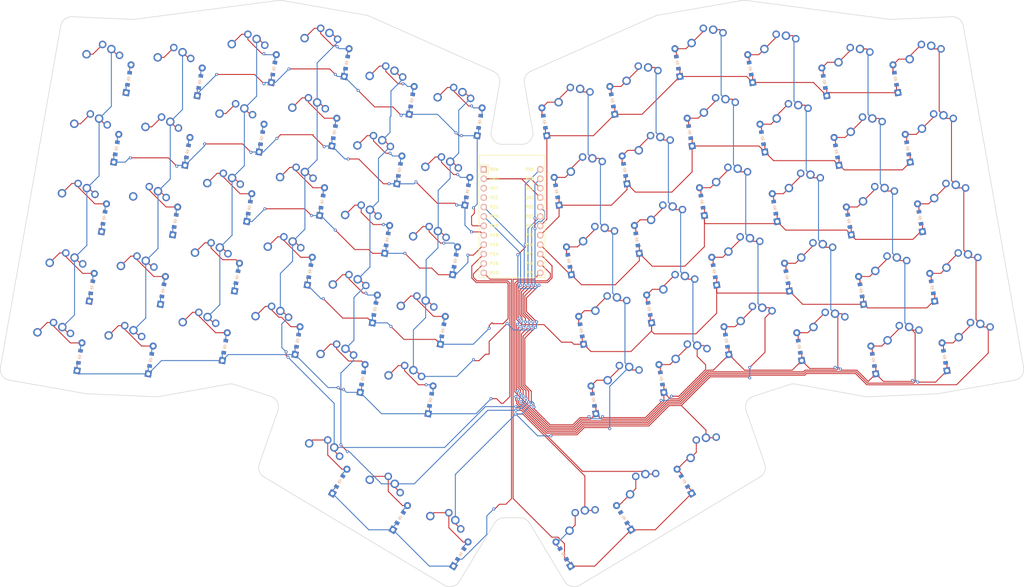
<source format=kicad_pcb>
(kicad_pcb (version 20240108) (generator "pcbnew") (generator_version "8.0")
  (title_block (title "cicadav1mxchoc") (rev "1.1") (company "HagelzZ"))
  (layers (0 "F.Cu" signal) (31 "B.Cu" signal) (34 "B.Paste" user) (35 "F.Paste" user) (36 "B.SilkS" user "B.Silkscreen") (37 "F.SilkS" user "F.Silkscreen") (38 "B.Mask" user) (39 "F.Mask" user) (44 "Edge.Cuts" user))
  (net 0 "")
  (net 1 "P20")
  (net 2 "outer_bottom")
  (net 3 "outer_home")
  (net 4 "outer_top")
  (net 5 "outer_number")
  (net 6 "outer_frow")
  (net 7 "P21")
  (net 8 "pinky_bottom")
  (net 9 "pinky_home")
  (net 10 "pinky_top")
  (net 11 "pinky_number")
  (net 12 "pinky_frow")
  (net 13 "P3")
  (net 14 "ring_bottom")
  (net 15 "ring_home")
  (net 16 "ring_top")
  (net 17 "ring_number")
  (net 18 "ring_frow")
  (net 19 "P2")
  (net 20 "middle_bottom")
  (net 21 "middle_home")
  (net 22 "middle_top")
  (net 23 "middle_number")
  (net 24 "middle_frow")
  (net 25 "P0")
  (net 26 "index_bottom")
  (net 27 "index_home")
  (net 28 "index_top")
  (net 29 "index_number")
  (net 30 "index_frow")
  (net 31 "P1")
  (net 32 "indexfar_bottom")
  (net 33 "indexfar_home")
  (net 34 "indexfar_top")
  (net 35 "indexfar_number")
  (net 36 "indexfar_frow")
  (net 37 "near_thumb")
  (net 38 "home_thumb")
  (net 39 "far_thumb")
  (net 40 "mirror_outer_bottom")
  (net 41 "mirror_outer_home")
  (net 42 "mirror_outer_top")
  (net 43 "mirror_outer_number")
  (net 44 "mirror_outer_frow")
  (net 45 "mirror_pinky_bottom")
  (net 46 "mirror_pinky_home")
  (net 47 "mirror_pinky_top")
  (net 48 "mirror_pinky_number")
  (net 49 "mirror_pinky_frow")
  (net 50 "mirror_ring_bottom")
  (net 51 "mirror_ring_home")
  (net 52 "mirror_ring_top")
  (net 53 "mirror_ring_number")
  (net 54 "mirror_ring_frow")
  (net 55 "mirror_middle_bottom")
  (net 56 "mirror_middle_home")
  (net 57 "mirror_middle_top")
  (net 58 "mirror_middle_number")
  (net 59 "mirror_middle_frow")
  (net 60 "mirror_index_bottom")
  (net 61 "mirror_index_home")
  (net 62 "mirror_index_top")
  (net 63 "mirror_index_number")
  (net 64 "mirror_index_frow")
  (net 65 "mirror_indexfar_bottom")
  (net 66 "mirror_indexfar_home")
  (net 67 "mirror_indexfar_top")
  (net 68 "mirror_indexfar_number")
  (net 69 "mirror_indexfar_frow")
  (net 70 "mirror_near_thumb")
  (net 71 "mirror_home_thumb")
  (net 72 "mirror_far_thumb")
  (net 73 "P16")
  (net 74 "P14")
  (net 75 "P15")
  (net 76 "P18")
  (net 77 "P19")
  (net 78 "P10")
  (net 79 "P8")
  (net 80 "P7")
  (net 81 "P6")
  (net 82 "P5")
  (net 83 "P4")
  (net 84 "P9")
  (net 85 "RAW")
  (net 86 "GND")
  (net 87 "RST")
  (net 88 "VCC")
  (footprint "PG1350" (layer "F.Cu") (at 303.518591 109.739147 10)
    (property "Reference" "S46" (hide yes))
    (property "Value" "" (hide yes))
  )
  (footprint "ComboDiode" (layer "F.Cu") (at 282.482189 149.089906 100)
    (property "Reference" "D49" (hide yes))
    (property "Value" "" (hide yes))
  )
  (footprint "MX" (layer "F.Cu") (at 296.902595 72.217971 10)
    (property "Reference" "S114" (hide yes))
    (property "Value" "" (hide yes))
  )
  (footprint "MX" (layer "F.Cu") (at 182.960708 118.324758 -10)
    (property "Reference" "S89" (hide yes))
    (property "Value" "" (hide yes))
  )
  (footprint "MX" (layer "F.Cu") (at 330.110712 150.845978 10)
    (property "Reference" "S105" (hide yes))
    (property "Value" "" (hide yes))
  )
  (footprint "ComboDiode" (layer "F.Cu") (at 246.610671 165.061575 100)
    (property "Reference" "D59" (hide yes))
    (property "Value" "" (hide yes))
  )
  (footprint "ComboDiode" (layer "F.Cu") (at 243.302673 146.300988 100)
    (property "Reference" "D60" (hide yes))
    (property "Value" "" (hide yes))
  )
  (footprint "PG1350" (layer "F.Cu") (at 182.960708 118.324758 -10)
    (property "Reference" "S23" (hide yes))
    (property "Value" "" (hide yes))
  )
  (footprint "ComboDiode" (layer "F.Cu") (at 328.049859 78.403274 100)
    (property "Reference" "D38" (hide yes))
    (property "Value" "" (hide yes))
  )
  (footprint "MX" (layer "F.Cu") (at 349.30542 150 10)
    (property "Reference" "S100" (hide yes))
    (property "Value" "" (hide yes))
  )
  (footprint "PG1350" (layer "F.Cu") (at 188.245721 190.770006 -31)
    (property "Reference" "S32" (hide yes))
    (property "Value" "" (hide yes))
  )
  (footprint "ComboDiode" (layer "F.Cu") (at 337.973852 134.685037 100)
    (property "Reference" "D35" (hide yes))
    (property "Value" "" (hide yes))
  )
  (footprint "ComboDiode" (layer "F.Cu") (at 275.866193 111.568731 100)
    (property "Reference" "D51" (hide yes))
    (property "Value" "" (hide yes))
  )
  (footprint "MX" (layer "F.Cu") (at 323.494716 113.324803 10)
    (property "Reference" "S107" (hide yes))
    (property "Value" "" (hide yes))
  )
  (footprint "ComboDiode" (layer "F.Cu") (at 210.830604 206.67364 59)
    (property "Reference" "D33" (hide yes))
    (property "Value" "" (hide yes))
  )
  (footprint "PG1350" (layer "F.Cu") (at 320.186718 94.564215 10)
    (property "Reference" "S42" (hide yes))
    (property "Value" "" (hide yes))
  )
  (footprint "ComboDiode" (layer "F.Cu") (at 153.810398 113.184772 80)
    (property "Reference" "D13" (hide yes))
    (property "Value" "" (hide yes))
  )
  (footprint "MX" (layer "F.Cu") (at 277.273767 70.60193 10)
    (property "Reference" "S119" (hide yes))
    (property "Value" "" (hide yes))
  )
  (footprint "MX" (layer "F.Cu") (at 189.576703 80.803582 -10)
    (property "Reference" "S91" (hide yes))
    (property "Value" "" (hide yes))
  )
  (footprint "ComboDiode" (layer "F.Cu") (at 160.426394 75.663596 80)
    (property "Reference" "D15" (hide yes))
    (property "Value" "" (hide yes))
  )
  (footprint "ComboDiode" (layer "F.Cu") (at 271.13289 187.050689 121)
    (property "Reference" "D64" (hide yes))
    (property "Value" "" (hide yes))
  )
  (footprint "PG1350" (layer "F.Cu") (at 342.689424 112.478825 10)
    (property "Reference" "S36" (hide yes))
    (property "Value" "" (hide yes))
  )
  (footprint "MX" (layer "F.Cu") (at 162.10766 126.883693 -10)
    (property "Reference" "S83" (hide yes))
    (property "Value" "" (hide yes))
  )
  (footprint "ComboDiode" (layer "F.Cu") (at 114.639565 115.92445 80)
    (property "Reference" "D3" (hide yes))
    (property "Value" "" (hide yes))
  )
  (footprint "PG1350" (layer "F.Cu") (at 122.502706 132.085391 -10)
    (property "Reference" "S7" (hide yes))
    (property "Value" "" (hide yes))
  )
  (footprint "MX" (layer "F.Cu") (at 248.018245 124.094775 10)
    (property "Reference" "S127" (hide yes))
    (property "Value" "" (hide yes))
  )
  (footprint "PG1350" (layer "F.Cu") (at 241.402249 86.573599 10)
    (property "Reference" "S63" (hide yes))
    (property "Value" "" (hide yes))
  )
  (footprint "MX" (layer "F.Cu") (at 113.231991 74.957649 -10)
    (property "Reference" "S71" (hide yes))
    (property "Value" "" (hide yes))
  )
  (footprint "ComboDiode" (layer "F.Cu") (at 111.331567 134.685037 80)
    (property "Reference" "D2" (hide yes))
    (property "Value" "" (hide yes))
  )
  (footprint "MX" (layer "F.Cu") (at 103.307998 131.239412 -10)
    (property "Reference" "S68" (hide yes))
    (property "Value" "" (hide yes))
  )
  (footprint "MX" (layer "F.Cu") (at 142.478831 128.499734 -10)
    (property "Reference" "S78" (hide yes))
    (property "Value" "" (hide yes))
  )
  (footprint "PG1350" (layer "F.Cu") (at 197.979177 142.855362 -10)
    (property "Reference" "S27" (hide yes))
    (property "Value" "" (hide yes))
  )
  (footprint "ComboDiode" (layer "F.Cu") (at 315.471147 116.770428 100)
    (property "Reference" "D41" (hide yes))
    (property "Value" "" (hide yes))
  )
  (footprint "ComboDiode" (layer "F.Cu") (at 130.526275 135.531016 80)
    (property "Reference" "D7" (hide yes))
    (property "Value" "" (hide yes))
  )
  (footprint "PG1350" (layer "F.Cu") (at 287.19776 126.883693 10)
    (property "Reference" "S50" (hide yes))
    (property "Value" "" (hide yes))
  )
  (footprint "ComboDiode" (layer "F.Cu") (at 173.439227 111.568731 80)
    (property "Reference" "D18" (hide yes))
    (property "Value" "" (hide yes))
  )
  (footprint "PG1350" (layer "F.Cu") (at 162.10766 126.883693 -10)
    (property "Reference" "S17" (hide yes))
    (property "Value" "" (hide yes))
  )
  (footprint "ComboDiode" (layer "F.Cu") (at 180.055222 74.047555 80)
    (property "Reference" "D20" (hide yes))
    (property "Value" "" (hide yes))
  )
  (footprint "PG1350" (layer "F.Cu") (at 165.415657 108.123106 -10)
    (property "Reference" "S18" (hide yes))
    (property "Value" "" (hide yes))
  )
  (footprint "PG1350" (layer "F.Cu") (at 345.997422 131.239412 10)
    (property "Reference" "S35" (hide yes))
    (property "Value" "" (hide yes))
  )
  (footprint "ComboDiode" (layer "F.Cu") (at 140.450269 79.249253 80)
    (property "Reference" "D10" (hide yes))
    (property "Value" "" (hide yes))
  )
  (footprint "ComboDiode" (layer "F.Cu") (at 215.92674 90.019224 80)
    (property "Reference" "D30" (hide yes))
    (property "Value" "" (hide yes))
  )
  (footprint "PG1350" (layer "F.Cu") (at 142.478831 128.499734 -10)
    (property "Reference" "S12" (hide yes))
    (property "Value" "" (hide yes))
  )
  (footprint "ComboDiode" (layer "F.Cu") (at 121.255561 78.403274 80)
    (property "Reference" "D5" (hide yes))
    (property "Value" "" (hide yes))
  )
  (footprint "MX" (layer "F.Cu") (at 100 150 -10)
    (property "Reference" "S67" (hide yes))
    (property "Value" "" (hide yes))
  )
  (footprint "MX" (layer "F.Cu") (at 345.997422 131.239412 10)
    (property "Reference" "S101" (hide yes))
    (property "Value" "" (hide yes))
  )
  (footprint "MX" (layer "F.Cu") (at 306.826589 128.499734 10)
    (property "Reference" "S111" (hide yes))
    (property "Value" "" (hide yes))
  )
  (footprint "MX" (layer "F.Cu") (at 179.65271 137.085345 -10)
    (property "Reference" "S88" (hide yes))
    (property "Value" "" (hide yes))
  )
  (footprint "MX" (layer "F.Cu") (at 277.388736 180.958531 31)
    (property "Reference" "S130" (hide yes))
    (property "Value" "" (hide yes))
  )
  (footprint "PG1350" (layer "F.Cu") (at 306.826589 128.499734 10)
    (property "Reference" "S45" (hide yes))
    (property "Value" "" (hide yes))
  )
  (footprint "PG1350" (layer "F.Cu") (at 248.018245 124.094775 10)
    (property "Reference" "S61" (hide yes))
    (property "Value" "" (hide yes))
  )
  (footprint "ComboDiode" (layer "F.Cu") (at 322.087142 154.291603 100)
    (property "Reference" "D39" (hide yes))
    (property "Value" "" (hide yes))
  )
  (footprint "PG1350" (layer "F.Cu") (at 326.802714 132.085391 10)
    (property "Reference" "S40" (hide yes))
    (property "Value" "" (hide yes))
  )
  (footprint "MX" (layer "F.Cu") (at 188.245721 190.770006 -31)
    (property "Reference" "S98" (hide yes))
    (property "Value" "" (hide yes))
  )
  (footprint "ComboDiode" (layer "F.Cu") (at 254.803853 196.862164 121)
    (property "Reference" "D65" (hide yes))
    (property "Value" "" (hide yes))
  )
  (footprint "MX" (layer "F.Cu") (at 207.903171 86.573599 -10)
    (property "Reference" "S96" (hide yes))
    (property "Value" "" (hide yes))
  )
  (footprint "PG1350" (layer "F.Cu") (at 125.810704 113.324803 -10)
    (property "Reference" "S8" (hide yes))
    (property "Value" "" (hide yes))
  )
  (footprint "PG1350" (layer "F.Cu") (at 296.902595 72.217971 10)
    (property "Reference" "S48" (hide yes))
    (property "Value" "" (hide yes))
  )
  (footprint "PG1350" (layer "F.Cu") (at 179.65271 137.085345 -10)
    (property "Reference" "S22" (hide yes))
    (property "Value" "" (hide yes))
  )
  (footprint "ComboDiode" (layer "F.Cu") (at 318.779144 135.531016 100)
    (property "Reference" "D40" (hide yes))
    (property "Value" "" (hide yes))
  )
  (footprint "PG1350" (layer "F.Cu") (at 323.494716 113.324803 10)
    (property "Reference" "S41" (hide yes))
    (property "Value" "" (hide yes))
  )
  (footprint "PG1350" (layer "F.Cu") (at 310.134587 147.260322 10)
    (property "Reference" "S44" (hide yes))
    (property "Value" "" (hide yes))
  )
  (footprint "MX" (layer "F.Cu") (at 342.689424 112.478825 10)
    (property "Reference" "S102" (hide yes))
    (property "Value" "" (hide yes))
  )
  (footprint "PG1350" (layer "F.Cu") (at 113.231991 74.957649 -10)
    (property "Reference" "S5" (hide yes))
    (property "Value" "" (hide yes))
  )
  (footprint "PG1350" (layer "F.Cu") (at 277.388736 180.958531 31)
    (property "Reference" "S64" (hide yes))
    (property "Value" "" (hide yes))
  )
  (footprint "PG1350" (layer "F.Cu") (at 171.916684 180.958531 -31)
    (property "Reference" "S31" (hide yes))
    (property "Value" "" (hide yes))
  )
  (footprint "MX" (layer "F.Cu") (at 336.073429 74.957649 10)
    (property "Reference" "S104" (hide yes))
    (property "Value" "" (hide yes))
  )
  (footprint "PG1350" (layer "F.Cu") (at 290.505758 145.644281 10)
    (property "Reference" "S49" (hide yes))
    (property "Value" "" (hide yes))
  )
  (footprint "PG1350" (layer "F.Cu") (at 189.576703 80.803582 -10)
    (property "Reference" "S25" (hide yes))
    (property "Value" "" (hide yes))
  )
  (footprint "MX" (layer "F.Cu") (at 283.889762 108.123106 10)
    (property "Reference" "S117" (hide yes))
    (property "Value" "" (hide yes))
  )
  (footprint "MX" (layer "F.Cu") (at 316.878721 75.803628 10)
    (property "Reference" "S109" (hide yes))
    (property "Value" "" (hide yes))
  )
  (footprint "MX" (layer "F.Cu") (at 251.326243 142.855362 10)
    (property "Reference" "S126" (hide yes))
    (property "Value" "" (hide yes))
  )
  (footprint "MX" (layer "F.Cu") (at 171.916684 180.958531 -31)
    (property "Reference" "S97" (hide yes))
    (property "Value" "" (hide yes))
  )
  (footprint "MX" (layer "F.Cu") (at 106.615996 112.478825 -10)
    (property "Reference" "S69" (hide yes))
    (property "Value" "" (hide yes))
  )
  (footprint "ComboDiode" (layer "F.Cu") (at 190.984277 121.770383 80)
    (property "Reference" "D23" (hide yes))
    (property "Value" "" (hide yes))
  )
  (footprint "ComboDiode" (layer "F.Cu") (at 176.747225 92.808143 80)
    (property "Reference" "D19" (hide yes))
    (property "Value" "" (hide yes))
  )
  (footprint "MX" (layer "F.Cu") (at 158.799662 145.644281 -10)
    (property "Reference" "S82" (hide yes))
    (property "Value" "" (hide yes))
  )
  (footprint "ComboDiode" (layer "F.Cu") (at 331.357857 97.163862 100)
    (property "Reference" "D37" (hide yes))
    (property "Value" "" (hide yes))
  )
  (footprint "ComboDiode" (layer "F.Cu") (at 261.62914 140.53097 100)
    (property "Reference" "D55" (hide yes))
    (property "Value" "" (hide yes))
  )
  (footprint "ComboDiode" (layer "F.Cu") (at 341.28185 153.445625 100)
    (property "Reference" "D34" (hide yes))
    (property "Value" "" (hide yes))
  )
  (footprint "PG1350" (layer "F.Cu") (at 152.402824 72.217971 -10)
    (property "Reference" "S15" (hide yes))
    (property "Value" "" (hide yes))
  )
  (footprint "MX" (layer "F.Cu") (at 300.210593 90.978559 10)
    (property "Reference" "S113" (hide yes))
    (property "Value" "" (hide yes))
  )
  (footprint "MX" (layer "F.Cu") (at 287.19776 126.883693 10)
    (property "Reference" "S116" (hide yes))
    (property "Value" "" (hide yes))
  )
  (footprint "ComboDiode" (layer "F.Cu") (at 166.823231 149.089906 80)
    (property "Reference" "D16" (hide yes))
    (property "Value" "" (hide yes))
  )
  (footprint "MX" (layer "F.Cu") (at 326.802714 132.085391 10)
    (property "Reference" "S106" (hide yes))
    (property "Value" "" (hide yes))
  )
  (footprint "ComboDiode" (layer "F.Cu") (at 137.142271 98.00984 80)
    (property "Reference" "D9" (hide yes))
    (property "Value" "" (hide yes))
  )
  (footprint "ComboDiode" (layer "F.Cu") (at 238.474816 206.67364 121)
    (property "Reference" "D66" (hide yes))
    (property "Value" "" (hide yes))
  )
  (footprint "PG1350" (layer "F.Cu") (at 204.595173 105.334187 -10)
    (property "Reference" "S29" (hide yes))
    (property "Value" "" (hide yes))
  )
  (footprint "PG1350" (layer "F.Cu") (at 336.073429 74.957649 10)
    (property "Reference" "S38" (hide yes))
    (property "Value" "" (hide yes))
  )
  (footprint "MX" (layer "F.Cu") (at 254.63424 161.61595 10)
    (property "Reference" "S125" (hide yes))
    (property "Value" "" (hide yes))
  )
  (footprint "MX" (layer "F.Cu") (at 109.923993 93.718237 -10)
    (property "Reference" "S70" (hide yes))
    (property "Value" "" (hide yes))
  )
  (footprint "ComboDiode" (layer "F.Cu") (at 334.665855 115.92445 100)
    (property "Reference" "D36" (hide yes))
    (property "Value" "" (hide yes))
  )
  (footprint "ComboDiode" (layer "F.Cu") (at 269.250197 74.047555 100)
    (property "Reference" "D53" (hide yes))
    (property "Value" "" (hide yes))
  )
  (footprint "MX" (layer "F.Cu") (at 186.268706 99.56417 -10)
    (property "Reference" "S90" (hide yes))
    (property "Value" "" (hide yes))
  )
  (footprint "MX" (layer "F.Cu") (at 241.402249 86.573599 10)
    (property "Reference" "S129" (hide yes))
    (property "Value" "" (hide yes))
  )
  (footprint "PG1350" (layer "F.Cu") (at 349.30542 150 10)
    (property "Reference" "S34" (hide yes))
    (property "Value" "" (hide yes))
  )
  (footprint "ComboDiode" (layer "F.Cu") (at 308.855151 79.249253 100)
    (property "Reference" "D43" (hide yes))
    (property "Value" "" (hide yes))
  )
  (footprint "MX" (layer "F.Cu") (at 201.287175 124.094775 -10)
    (property "Reference" "S94" (hide yes))
    (property "Value" "" (hide yes))
  )
  (footprint "MX" (layer "F.Cu") (at 259.728716 80.803582 10)
    (property "Reference" "S124" (hide yes))
    (property "Value" "" (hide yes))
  )
  (footprint "ComboDiode" (layer "F.Cu") (at 239.994675 127.5404 100)
    (property "Reference" "D61" (hide yes))
    (property "Value" "" (hide yes))
  )
  (footprint "MX" (layer "F.Cu") (at 339.381426 93.718237 10)
    (property "Reference" "S103" (hide yes))
    (property "Value" "" (hide yes))
  )
  (footprint "PG1350" (layer "F.Cu") (at 266.344712 118.324758 10)
    (property "Reference" "S56" (hide yes))
    (property "Value" "" (hide yes))
  )
  (footprint "MX" (layer "F.Cu") (at 194.671179 161.61595 -10)
    (property "Reference" "S92" (hide yes))
    (property "Value" "" (hide yes))
  )
  (footprint "ComboDiode" (layer "F.Cu") (at 312.163149 98.00984 100)
    (property "Reference" "D42" (hide yes))
    (property "Value" "" (hide yes))
  )
  (footprint "MX" (layer "F.Cu") (at 176.344712 155.845933 -10)
    (property "Reference" "S87" (hide yes))
    (property "Value" "" (hide yes))
  )
  (footprint "PG1350" (layer "F.Cu") (at 194.671179 161.61595 -10)
    (property "Reference" "S26" (hide yes))
    (property "Value" "" (hide yes))
  )
  (footprint "PG1350" (layer "F.Cu") (at 132.426699 75.803628 -10)
    (property "Reference" "S10" (hide yes))
    (property "Value" "" (hide yes))
  )
  (footprint "ComboDiode" (layer "F.Cu") (at 264.937138 159.291558 100)
    (property "Reference" "D54" (hide yes))
    (property "Value" "" (hide yes))
  )
  (footprint "PG1350" (layer "F.Cu") (at 201.287175 124.094775 -10)
    (property "Reference" "S28" (hide yes))
    (property "Value" "" (hide yes))
  )
  (footprint "PG1350" (layer "F.Cu") (at 261.059699 190.770006 31)
    (property "Reference" "S65" (hide yes))
    (property "Value" "" (hide yes))
  )
  (footprint "PG1350" (layer "F.Cu") (at 103.307998 131.239412 -10)
    (property "Reference" "S2" (hide yes))
    (property "Value" "" (hide yes))
  )
  (footprint "PG1350" (layer "F.Cu") (at 106.615996 112.478825 -10)
    (property "Reference" "S3" (hide yes))
    (property "Value" "" (hide yes))
  )
  (footprint "ComboDiode" (layer "F.Cu") (at 292.187024 94.424184 100)
    (property "Reference" "D47" (hide yes))
    (property "Value" "" (hide yes))
  )
  (footprint "PG1350" (layer "F.Cu") (at 300.210593 90.978559 10)
    (property "Reference" "S47" (hide yes))
    (property "Value" "" (hide yes))
  )
  (footprint "ComboDiode" (layer "F.Cu") (at 212.618742 108.779812 80)
    (property "Reference" "D29" (hide yes))
    (property "Value" "" (hide yes))
  )
  (footprint "MX" (layer "F.Cu") (at 280.581765 89.362518 10)
    (property "Reference" "S118" (hide yes))
    (property "Value" "" (hide yes))
  )
  (footprint "PG1350" (layer "F.Cu") (at 283.889762 108.123106 10)
    (property "Reference" "S51" (hide yes))
    (property "Value" "" (hide yes))
  )
  (footprint "ComboDiode" (layer "F.Cu") (at 170.131229 130.329318 80)
    (property "Reference" "D17" (hide yes))
    (property "Value" "" (hide yes))
  )
  (footprint "PG1350" (layer "F.Cu") (at 168.723655 89.362518 -10)
    (property "Reference" "S19" (hide yes))
    (property "Value" "" (hide yes))
  )
  (footprint "ComboDiode" (layer "F.Cu") (at 251.705147 84.249207 100)
    (property "Reference" "D58" (hide yes))
    (property "Value" "" (hide yes))
  )
  (footprint "ComboDiode" (layer "F.Cu") (at 184.368282 159.291558 80)
    (property "Reference" "D21" (hide yes))
    (property "Value" "" (hide yes))
  )
  (footprint "PG1350" (layer "F.Cu") (at 109.923993 93.718237 -10)
    (property "Reference" "S4" (hide yes))
    (property "Value" "" (hide yes))
  )
  (footprint "MX" (layer "F.Cu") (at 303.518591 109.739147 10)
    (property "Reference" "S112" (hide yes))
    (property "Value" "" (hide yes))
  )
  (footprint "MX" (layer "F.Cu") (at 261.059699 190.770006 31)
    (property "Reference" "S131" (hide yes))
    (property "Value" "" (hide yes))
  )
  (footprint "MX" (layer "F.Cu") (at 204.574758 200.581481 -31)
    (property "Reference" "S99" (hide yes))
    (property "Value" "" (hide yes))
  )
  (footprint "PG1350" (layer "F.Cu") (at 251.326243 142.855362 10)
    (property "Reference" "S60" (hide yes))
    (property "Value" "" (hide yes))
  )
  (footprint "MX" (layer "F.Cu") (at 244.730662 200.581481 31)
    (property "Reference" "S132" (hide yes))
    (property "Value" "" (hide yes))
  )
  (footprint "PG1350" (layer "F.Cu") (at 207.903171 86.573599 -10)
    (property "Reference" "S30" (hide yes))
    (property "Value" "" (hide yes))
  )
  (footprint "PG1350" (layer "F.Cu") (at 277.273767 70.60193 10)
    (property "Reference" "S53" (hide yes))
    (property "Value" "" (hide yes))
  )
  (footprint "MX" (layer "F.Cu") (at 145.786829 109.739147 -10)
    (property "Reference" "S79" (hide yes))
    (property "Value" "" (hide yes))
  )
  (footprint "PG1350" (layer "F.Cu") (at 272.960708 155.845933 10)
    (property "Reference" "S54" (hide yes))
    (property "Value" "" (hide yes))
  )
  (footprint "PG1350" (layer "F.Cu") (at 263.036714 99.56417 10)
    (property "Reference" "S57" (hide yes))
    (property "Value" "" (hide yes))
  )
  (footprint "PG1350" (layer "F.Cu") (at 280.581765 89.362518 10)
    (property "Reference" "S52" (hide yes))
    (property "Value" "" (hide yes))
  )
  (footprint "MX" (layer "F.Cu") (at 172.031653 70.60193 -10)
    (property "Reference" "S86" (hide yes))
    (property "Value" "" (hide yes))
  )
  (footprint "ComboDiode" (layer "F.Cu") (at 209.310745 127.5404 80)
    (property "Reference" "D28" (hide yes))
    (property "Value" "" (hide yes))
  )
  (footprint "ComboDiode" (layer "F.Cu") (at 233.37868 90.019224 100)
    (property "Reference" "D63" (hide yes))
    (property "Value" "" (hide yes))
  )
  (footprint "MX" (layer "F.Cu") (at 290.505758 145.644281 10)
    (property "Reference" "S115" (hide yes))
    (property "Value" "" (hide yes))
  )
  (footprint "MX" (layer "F.Cu") (at 132.426699 75.803628 -10)
    (property "Reference" "S76" (hide yes))
    (property "Value" "" (hide yes))
  )
  (footprint "MX" (layer "F.Cu") (at 272.960708 155.845933 10)
    (property "Reference" "S120" (hide yes))
    (property "Value" "" (hide yes))
  )
  (footprint "ComboDiode" (layer "F.Cu") (at 298.803019 131.945359 100)
    (property "Reference" "D45" (hide yes))
    (property "Value" "" (hide yes))
  )
  (footprint "ComboDiode" (layer "F.Cu") (at 178.172529 187.050689 59)
    (property "Reference" "D31" (hide yes))
    (property "Value" "" (hide yes))
  )
  (footprint "PG1350" (layer "F.Cu") (at 145.786829 109.739147 -10)
    (property "Reference" "S13" (hide yes))
    (property "Value" "" (hide yes))
  )
  (footprint "ComboDiode" (layer "F.Cu") (at 133.834273 116.770428 80)
    (property "Reference" "D8" (hide yes))
    (property "Value" "" (hide yes))
  )
  (footprint "ComboDiode" (layer "F.Cu") (at 194.292275 103.009795 80)
    (property "Reference" "D24" (hide yes))
    (property "Value" "" (hide yes))
  )
  (footprint "MX" (layer "F.Cu") (at 139.170833 147.260322 -10)
    (property "Reference" "S77" (hide yes))
    (property "Value" "" (hide yes))
  )
  (footprint "MX" (layer "F.Cu") (at 168.723655 89.362518 -10)
    (property "Reference" "S85" (hide yes))
    (property "Value" "" (hide yes))
  )
  (footprint "MX" (layer "F.Cu") (at 152.402824 72.217971 -10)
    (property "Reference" "S81" (hide yes))
    (property "Value" "" (hide yes))
  )
  (footprint "MX" (layer "F.Cu") (at 122.502706 132.085391 -10)
    (property "Reference" "S73" (hide yes))
    (property "Value" "" (hide yes))
  )
  (footprint "ComboDiode" (layer "F.Cu") (at 157.118396 94.424184 80)
    (property "Reference" "D14" (hide yes))
    (property "Value" "" (hide yes))
  )
  (footprint "MX" (layer "F.Cu") (at 129.118701 94.564215 -10)
    (property "Reference" "S75" (hide yes))
    (property "Value" "" (hide yes))
  )
  (footprint "ComboDiode" (layer "F.Cu") (at 255.013145 103.009795 100)
    (property "Reference" "D57" (hide yes))
    (property "Value" "" (hide yes))
  )
  (footprint "PG1350" (layer "F.Cu") (at 269.65271 137.085345 10)
    (property "Reference" "S55" (hide yes))
    (property "Value" "" (hide yes))
  )
  (footprint "ComboDiode" (layer "F.Cu") (at 202.694749 165.061575 80)
    (property "Reference" "D26" (hide yes))
    (property "Value" "" (hide yes))
  )
  (footprint "PG1350" (layer "F.Cu") (at 259.728716 80.803582 10)
    (property "Reference" "S58" (hide yes))
    (property "Value" "" (hide yes))
  )
  (footprint "MX" (layer "F.Cu") (at 149.094827 90.978559 -10)
    (property "Reference" "S80" (hide yes))
    (property "Value" "" (hide yes))
  )
  (footprint "ComboDiode" (layer "F.Cu") (at 127.218278 154.291603 80)
    (property "Reference" "D6" (hide yes))
    (property "Value" "" (hide yes))
  )
  (footprint "PG1350" (layer "F.Cu") (at 244.730662 200.581481 31)
    (property "Reference" "S66" (hide yes))
    (property "Value" "" (hide yes))
  )
  (footprint "ComboDiode" (layer "F.Cu") (at 197.600273 84.249207 80)
    (property "Reference" "D25" (hide yes))
    (property "Value" "" (hide yes))
  )
  (footprint "MX" (layer "F.Cu") (at 197.979177 142.855362 -10)
    (property "Reference" "S93" (hide yes))
    (property "Value" "" (hide yes))
  )
  (footprint "PG1350" (layer "F.Cu") (at 254.63424 161.61595 10)
    (property "Reference" "S59" (hide yes))
    (property "Value" "" (hide yes))
  )
  (footprint "MX" (layer "F.Cu") (at 204.595173 105.334187 -10)
    (property "Reference" "S95" (hide yes))
    (property "Value" "" (hide yes))
  )
  (footprint "ComboDiode" (layer "F.Cu") (at 187.676279 140.53097 80)
    (property "Reference" "D22" (hide yes))
    (property "Value" "" (hide yes))
  )
  (footprint "ComboDiode" (layer "F.Cu") (at 295.495022 113.184772 100)
    (property "Reference" "D46" (hide yes))
    (property "Value" "" (hide yes))
  )
  (footprint "PG1350" (layer "F.Cu") (at 186.268706 99.56417 -10)
    (property "Reference" "S24" (hide yes))
    (property "Value" "" (hide yes))
  )
  (footprint "MX" (layer "F.Cu") (at 320.186718 94.564215 10)
    (property "Reference" "S108" (hide yes))
    (property "Value" "" (hide yes))
  )
  (footprint "ComboDiode" (layer "F.Cu") (at 258.321143 121.770383 100)
    (property "Reference" "D56" (hide yes))
    (property "Value" "" (hide yes))
  )
  (footprint "PG1350" (layer "F.Cu") (at 100 150 -10)
    (property "Reference" "S1" (hide yes))
    (property "Value" "" (hide yes))
  )
  (footprint "PG1350" (layer "F.Cu") (at 204.574758 200.581481 -31)
    (property "Reference" "S33" (hide yes))
    (property "Value" "" (hide yes))
  )
  (footprint "PG1350" (layer "F.Cu") (at 330.110712 150.845978 10)
    (property "Reference" "S39" (hide yes))
    (property "Value" "" (hide yes))
  )
  (footprint "PG1350" (layer "F.Cu") (at 176.344712 155.845933 -10)
    (property "Reference" "S21" (hide yes))
    (property "Value" "" (hide yes))
  )
  (footprint "MX" (layer "F.Cu") (at 263.036714 99.56417 10)
    (property "Reference" "S123" (hide yes))
    (property "Value" "" (hide yes))
  )
  (footprint "ComboDiode" (layer "F.Cu") (at 272.558195 92.808143 100)
    (property "Reference" "D52" (hide yes))
    (property "Value" "" (hide yes))
  )
  (footprint "PG1350" (layer "F.Cu") (at 119.194708 150.845978 -10)
    (property "Reference" "S6" (hide yes))
    (property "Value" "" (hide yes))
  )
  (footprint "PG1350" (layer "F.Cu") (at 172.031653 70.60193 -10)
    (property "Reference" "S20" (hide yes))
    (property "Value" "" (hide yes))
  )
  (footprint "ComboDiode" (layer "F.Cu") (at 150.5024 131.945359 80)
    (property "Reference" "D12" (hide yes))
    (property "Value" "" (hide yes))
  )
  (footprint "ComboDiode" (layer "F.Cu") (at 279.174191 130.329318 100)
    (property "Reference" "D50" (hide yes))
    (property "Value" "" (hide yes))
  )
  (footprint "ComboDiode" (layer "F.Cu") (at 194.501567 196.862164 59)
    (property "Reference" "D32" (hide yes))
    (property "Value" "" (hide yes))
  )
  (footprint "MX" (layer "F.Cu") (at 125.810704 113.324803 -10)
    (property "Reference" "S74" (hide yes))
    (property "Value" "" (hide yes))
  )
  (footprint "PG1350" (layer "F.Cu") (at 129.118701 94.564215 -10)
    (property "Reference" "S9" (hide yes))
    (property "Value" "" (hide yes))
  )
  (footprint "MX" (layer "F.Cu") (at 269.65271 137.085345 10)
    (property "Reference" "S121" (hide yes))
    (property "Value" "" (hide yes))
  )
  (footprint "ComboDiode" (layer "F.Cu") (at 236.686677 108.779812 100)
    (property "Reference" "D62" (hide yes))
    (property "Value" "" (hide yes))
  )
  (footprint "ProMicro" (layer "F.Cu") (at 224.65271 116.834187 -90)
    (property "Reference" "MCU1" (hide yes))
    (property "Value" "" (hide yes))
  )
  (footprint "MX" (layer "F.Cu") (at 244.710247 105.334187 10)
    (property "Reference" "S128" (hide yes))
    (property "Value" "" (hide yes))
  )
  (footprint "MX" (layer "F.Cu") (at 266.344712 118.324758 10)
    (property "Reference" "S122" (hide yes))
    (property "Value" "" (hide yes))
  )
  (footprint "PG1350" (layer "F.Cu") (at 316.878721 75.803628 10)
    (property "Reference" "S43" (hide yes))
    (property "Value" "" (hide yes))
  )
  (footprint "PG1350" (layer "F.Cu") (at 139.170833 147.260322 -10)
    (property "Reference" "S11" (hide yes))
    (property "Value" "" (hide yes))
  )
  (footprint "PG1350" (layer "F.Cu") (at 244.710247 105.334187 10)
    (property "Reference" "S62" (hide yes))
    (property "Value" "" (hide yes))
  )
  (footprint "PG1350" (layer "F.Cu") (at 149.094827 90.978559 -10)
    (property "Reference" "S14" (hide yes))
    (property "Value" "" (hide yes))
  )
  (footprint "PG1350" (layer "F.Cu") (at 158.799662 145.644281 -10)
    (property "Reference" "S16" (hide yes))
    (property "Value" "" (hide yes))
  )
  (footprint "MX" (layer "F.Cu") (at 165.415657 108.123106 -10)
    (property "Reference" "S84" (hide yes))
    (property "Value" "" (hide yes))
  )
  (footprint "MX" (layer "F.Cu") (at 310.134587 147.260322 10)
    (property "Reference" "S110" (hide yes))
    (property "Value" "" (hide yes))
  )
  (footprint "PG1350" (layer "F.Cu") (at 339.381426 93.718237 10)
    (property "Reference" "S37" (hide yes))
    (property "Value" "" (hide yes))
  )
  (footprint "ComboDiode" (layer "F.Cu") (at 108.02357 153.445625 80)
    (property "Reference" "D1" (hide yes))
    (property "Value" "" (hide yes))
  )
  (footprint "ComboDiode" (layer "F.Cu") (at 206.002747 146.300988 80)
    (property "Reference" "D27" (hide yes))
    (property "Value" "" (hide yes))
  )
  (footprint "ComboDiode" (layer "F.Cu") (at 147.194403 150.705947 80)
    (property "Reference" "D11" (hide yes))
    (property "Value" "" (hide yes))
  )
  (footprint "ComboDiode" (layer "F.Cu") (at 302.111017 150.705947 100)
    (property "Reference" "D44" (hide yes))
    (property "Value" "" (hide yes))
  )
  (footprint "MX" (layer "F.Cu") (at 119.194708 150.845978 -10)
    (property "Reference" "S72" (hide yes))
    (property "Value" "" (hide yes))
  )
  (footprint "ComboDiode" (layer "F.Cu") (at 117.947563 97.163862 80)
    (property "Reference" "D4" (hide yes))
    (property "Value" "" (hide yes))
  )
  (footprint "ComboDiode" (layer "F.Cu") (at 288.879026 75.663596 100)
    (property "Reference" "D48" (hide yes))
    (property "Value" "" (hide yes))
  )
  (gr_line (start 319.96138 164.196064) (end 301.056892 160.802763) (stroke (width 0.15)) (layer "Edge.Cuts"))
  (gr_arc (start 227.994603 79.640302) (mid 228.300173 77.710962) (end 229.728775 76.378739) (stroke (width 0.15)) (layer "Edge.Cuts"))
  (gr_line (start 206.366326 215.074248) (end 157.799 185.892054) (stroke (width 0.15)) (layer "Edge.Cuts"))
  (gr_arc (start 148.248528 160.802764) (mid 148.985131 160.762694) (end 149.709244 160.903589) (stroke (width 0.15)) (layer "Edge.Cuts"))
  (gr_arc (start 362.599123 156.287087) (mid 362.102156 158.528762) (end 360.165644 159.762456) (stroke (width 0.15)) (layer "Edge.Cuts"))
  (gr_line (start 156.511659 182.332018) (end 161.521207 167.978132) (stroke (width 0.15)) (layer "Edge.Cuts"))
  (gr_line (start 346.351213 64.140618) (end 362.599122 156.287088) (stroke (width 0.15)) (layer "Edge.Cuts"))
  (gr_line (start 326.961828 62.382997) (end 343.264698 61.664472) (stroke (width 0.15)) (layer "Edge.Cuts"))
  (gr_line (start 339.28886 163.417698) (end 320.623493 164.240346) (stroke (width 0.15)) (layer "Edge.Cuts"))
  (gr_arc (start 161.75357 57.25293) (mid 162.21014 57.228109) (end 162.665178 57.272962) (stroke (width 0.15)) (layer "Edge.Cuts"))
  (gr_arc (start 286.640242 57.272962) (mid 287.09528 57.228109) (end 287.55185 57.25293) (stroke (width 0.15)) (layer "Edge.Cuts"))
  (gr_arc (start 242.939094 215.074248) (mid 240.668214 215.413633) (end 238.822478 214.04786) (stroke (width 0.15)) (layer "Edge.Cuts"))
  (gr_arc (start 326.961828 62.382997) (mid 326.699956 62.383098) (end 326.439072 62.360361) (stroke (width 0.15)) (layer "Edge.Cuts"))
  (gr_line (start 229.728775 76.378739) (end 263.122593 61.510256) (stroke (width 0.15)) (layer "Edge.Cuts"))
  (gr_arc (start 185.48352 61.296451) (mid 185.839712 61.381966) (end 186.182826 61.510256) (stroke (width 0.15)) (layer "Edge.Cuts"))
  (gr_line (start 291.50642 185.892054) (end 242.939094 215.074248) (stroke (width 0.15)) (layer "Edge.Cuts"))
  (gr_arc (start 122.866347 62.360361) (mid 122.605463 62.383098) (end 122.343591 62.382997) (stroke (width 0.15)) (layer "Edge.Cuts"))
  (gr_line (start 159.619448 164.137614) (end 149.709244 160.903589) (stroke (width 0.15)) (layer "Edge.Cuts"))
  (gr_line (start 230.274762 92.571732) (end 227.994602 79.640301) (stroke (width 0.15)) (layer "Edge.Cuts"))
  (gr_arc (start 339.677712 163.375031) (mid 339.483982 163.402709) (end 339.28886 163.417698) (stroke (width 0.15)) (layer "Edge.Cuts"))
  (gr_line (start 109.627707 163.375031) (end 89.139776 159.762456) (stroke (width 0.15)) (layer "Edge.Cuts"))
  (gr_arc (start 287.784213 167.978132) (mid 287.928226 165.658326) (end 289.685972 164.137614) (stroke (width 0.15)) (layer "Edge.Cuts"))
  (gr_line (start 287.55185 57.25293) (end 326.439072 62.360361) (stroke (width 0.15)) (layer "Edge.Cuts"))
  (gr_arc (start 343.264698 61.664472) (mid 345.274079 62.321523) (end 346.351213 64.140618) (stroke (width 0.15)) (layer "Edge.Cuts"))
  (gr_arc (start 210.482942 214.04786) (mid 208.637206 215.413633) (end 206.366326 215.074248) (stroke (width 0.15)) (layer "Edge.Cuts"))
  (gr_line (start 360.165644 159.762456) (end 339.677713 163.375031) (stroke (width 0.15)) (layer "Edge.Cuts"))
  (gr_line (start 263.8219 61.296451) (end 286.640242 57.272962) (stroke (width 0.15)) (layer "Edge.Cuts"))
  (gr_arc (start 230.274762 92.571731) (mid 229.618472 95.021039) (end 227.320339 96.092676) (stroke (width 0.15)) (layer "Edge.Cuts"))
  (gr_line (start 122.866347 62.360361) (end 161.75357 57.25293) (stroke (width 0.15)) (layer "Edge.Cuts"))
  (gr_arc (start 221.985082 96.092677) (mid 219.686947 95.02104) (end 219.030657 92.571732) (stroke (width 0.15)) (layer "Edge.Cuts"))
  (gr_line (start 219.90952 198.3594) (end 210.482942 214.04786) (stroke (width 0.15)) (layer "Edge.Cuts"))
  (gr_line (start 299.596176 160.903589) (end 289.685972 164.137614) (stroke (width 0.15)) (layer "Edge.Cuts"))
  (gr_arc (start 299.596176 160.903589) (mid 300.320288 160.762693) (end 301.056892 160.802763) (stroke (width 0.15)) (layer "Edge.Cuts"))
  (gr_line (start 128.681927 164.240346) (end 110.016559 163.417698) (stroke (width 0.15)) (layer "Edge.Cuts"))
  (gr_line (start 221.985081 96.092676) (end 227.320339 96.092676) (stroke (width 0.15)) (layer "Edge.Cuts"))
  (gr_arc (start 110.016559 163.417698) (mid 109.821437 163.402709) (end 109.627707 163.375031) (stroke (width 0.15)) (layer "Edge.Cuts"))
  (gr_line (start 86.706297 156.287088) (end 102.954206 64.140618) (stroke (width 0.15)) (layer "Edge.Cuts"))
  (gr_arc (start 219.90952 198.3594) (mid 221.003751 197.293447) (end 222.481022 196.904514) (stroke (width 0.15)) (layer "Edge.Cuts"))
  (gr_line (start 162.665178 57.272962) (end 185.48352 61.296451) (stroke (width 0.15)) (layer "Edge.Cuts"))
  (gr_line (start 238.822478 214.04786) (end 229.3959 198.3594) (stroke (width 0.15)) (layer "Edge.Cuts"))
  (gr_arc (start 263.122594 61.510256) (mid 263.465708 61.381967) (end 263.8219 61.296451) (stroke (width 0.15)) (layer "Edge.Cuts"))
  (gr_arc (start 89.139777 159.762456) (mid 87.203265 158.528762) (end 86.706297 156.287088) (stroke (width 0.15)) (layer "Edge.Cuts"))
  (gr_line (start 106.040722 61.664472) (end 122.343591 62.382997) (stroke (width 0.15)) (layer "Edge.Cuts"))
  (gr_arc (start 129.34404 164.196064) (mid 129.014212 164.236569) (end 128.681927 164.240346) (stroke (width 0.15)) (layer "Edge.Cuts"))
  (gr_line (start 226.824398 196.904514) (end 222.481022 196.904514) (stroke (width 0.15)) (layer "Edge.Cuts"))
  (gr_arc (start 226.824398 196.904514) (mid 228.301669 197.293447) (end 229.3959 198.3594) (stroke (width 0.15)) (layer "Edge.Cuts"))
  (gr_arc (start 159.619448 164.137614) (mid 161.377194 165.658326) (end 161.521207 167.978132) (stroke (width 0.15)) (layer "Edge.Cuts"))
  (gr_line (start 287.784213 167.978132) (end 292.793761 182.332018) (stroke (width 0.15)) (layer "Edge.Cuts"))
  (gr_line (start 148.248528 160.802763) (end 129.34404 164.196064) (stroke (width 0.15)) (layer "Edge.Cuts"))
  (gr_arc (start 219.576644 76.378739) (mid 221.005247 77.710962) (end 221.310817 79.640301) (stroke (width 0.15)) (layer "Edge.Cuts"))
  (gr_arc (start 292.793761 182.332018) (mid 292.782519 184.340728) (end 291.50642 185.892055) (stroke (width 0.15)) (layer "Edge.Cuts"))
  (gr_line (start 221.310817 79.640301) (end 219.030657 92.571732) (stroke (width 0.15)) (layer "Edge.Cuts"))
  (gr_arc (start 102.954207 64.140618) (mid 104.031341 62.321522) (end 106.040722 61.664472) (stroke (width 0.15)) (layer "Edge.Cuts"))
  (gr_arc (start 157.798999 185.892055) (mid 156.5229 184.340728) (end 156.511659 182.332018) (stroke (width 0.15)) (layer "Edge.Cuts"))
  (gr_line (start 186.182826 61.510256) (end 219.576645 76.378739) (stroke (width 0.15)) (layer "Edge.Cuts"))
  (gr_arc (start 320.623493 164.240346) (mid 320.291208 164.236568) (end 319.96138 164.196064) (stroke (width 0.15)) (layer "Edge.Cuts"))
  (segment (start 277.872792 158.4) (end 303.617832 158.4) (width 0.25) (layer "F.Cu") (net 1))
  (segment (start 110.51217 107.917068) (end 109.99954 107.917068) (width 0.25) (layer "F.Cu") (net 1))
  (segment (start 320.313604 161) (end 344.5 161) (width 0.25) (layer "F.Cu") (net 1))
  (segment (start 241.809188 173.6) (end 243.759188 171.65) (width 0.25) (layer "F.Cu") (net 1))
  (segment (start 338.526088 70.347139) (end 337.692708 69.513759) (width 0.25) (layer "F.Cu") (net 1))
  (segment (start 225.675 164.200304) (end 225.657107 164.218197) (width 0.25) (layer "F.Cu") (net 1))
  (segment (start 243.759188 171.65) (end 261.372792 171.65) (width 0.25) (layer "F.Cu") (net 1))
  (segment (start 105.071272 147.125971) (end 105.583902 147.125971) (width 0.25) (layer "F.Cu") (net 1))
  (segment (start 350.261598 126.628902) (end 348.450081 126.628902) (width 0.25) (layer "F.Cu") (net 1))
  (segment (start 339.850352 87.123994) (end 339.850352 70.834392) (width 0.25) (layer "F.Cu") (net 1))
  (segment (start 304.067832 157.95) (end 317.263604 157.95) (width 0.25) (layer "F.Cu") (net 1))
  (segment (start 225.914216 165.464828) (end 225.914216 166.101223) (width 0.25) (layer "F.Cu") (net 1))
  (segment (start 226.3 134.7) (end 226.3 142.712347) (width 0.25) (layer "F.Cu") (net 1))
  (segment (start 112.199898 109.604796) (end 110.51217 107.917068) (width 0.25) (layer "F.Cu") (net 1))
  (segment (start 106.691542 126.677655) (end 108.37927 128.365383) (width 0.25) (layer "F.Cu") (net 1))
  (segment (start 303.617832 158.4) (end 304.067832 157.95) (width 0.25) (layer "F.Cu") (net 1))
  (segment (start 346.466347 124.645168) (end 346.466347 108.355568) (width 0.25) (layer "F.Cu") (net 1))
  (segment (start 343.158349 89.59498) (end 343.645602 89.107727) (width 0.25) (layer "F.Cu") (net 1))
  (segment (start 261.372792 171.65) (end 266.872792 166.15) (width 0.25) (layer "F.Cu") (net 1))
  (segment (start 226.3 142.712347) (end 226.575 142.987347) (width 0.25) (layer "F.Cu") (net 1))
  (segment (start 340.337605 70.347139) (end 338.526088 70.347139) (width 0.25) (layer "F.Cu") (net 1))
  (segment (start 226.602515 166.789522) (end 227.380334 166.789522) (width 0.25) (layer "F.Cu") (net 1))
  (segment (start 266.872792 166.15) (end 270.122792 166.15) (width 0.25) (layer "F.Cu") (net 1))
  (segment (start 339.850352 70.834392) (end 340.337605 70.347139) (width 0.25) (layer "F.Cu") (net 1))
  (segment (start 353.569596 145.38949) (end 351.758079 145.38949) (width 0.25) (layer "F.Cu") (net 1))
  (segment (start 346.9536 107.868315) (end 345.142083 107.868315) (width 0.25) (layer "F.Cu") (net 1))
  (segment (start 341.834085 89.107727) (end 341.000705 88.274347) (width 0.25) (layer "F.Cu") (net 1))
  (segment (start 225.657107 165.207719) (end 225.914216 165.464828) (width 0.25) (layer "F.Cu") (net 1))
  (segment (start 353.082343 145.876743) (end 353.569596 145.38949) (width 0.25) (layer "F.Cu") (net 1))
  (segment (start 116.615535 70.395892) (end 118.303263 72.08362) (width 0.25) (layer "F.Cu") (net 1))
  (segment (start 114.995265 90.844208) (end 115.507895 90.844208) (width 0.25) (layer "F.Cu") (net 1))
  (segment (start 227.380334 166.789522) (end 234.190812 173.6) (width 0.25) (layer "F.Cu") (net 1))
  (segment (start 343.158349 105.884581) (end 343.158349 89.59498) (width 0.25) (layer "F.Cu") (net 1))
  (segment (start 344.5 161) (end 353.082343 152.417657) (width 0.25) (layer "F.Cu") (net 1))
  (segment (start 113.307537 89.15648) (end 114.995265 90.844208) (width 0.25) (layer "F.Cu") (net 1))
  (segment (start 225.85 149) (end 225.85 162.324694) (width 0.25) (layer "F.Cu") (net 1))
  (segment (start 353.082343 152.417657) (end 353.082343 145.876743) (width 0.25) (layer "F.Cu") (net 1))
  (segment (start 226.124999 144.650304) (end 225.85 144.925303) (width 0.25) (layer "F.Cu") (net 1))
  (segment (start 349.774345 127.116155) (end 350.261598 126.628902) (width 0.25) (layer "F.Cu") (net 1))
  (segment (start 350.924699 144.55611) (end 349.774345 143.405756) (width 0.25) (layer "F.Cu") (net 1))
  (segment (start 270.122792 166.15) (end 277.872792 158.4) (width 0.25) (layer "F.Cu") (net 1))
  (segment (start 347.616701 125.795522) (end 346.466347 124.645168) (width 0.25) (layer "F.Cu") (net 1))
  (segment (start 226.953237 134.125) (end 226.875 134.125) (width 0.25) (layer "F.Cu") (net 1))
  (segment (start 345.142083 107.868315) (end 344.308703 107.034935) (width 0.25) (layer "F.Cu") (net 1))
  (segment (start 225.657107 164.218197) (end 225.657107 165.207719) (width 0.25) (layer "F.Cu") (net 1))
  (segment (start 348.450081 126.628902) (end 347.616701 125.795522) (width 0.25) (layer "F.Cu") (net 1))
  (segment (start 343.645602 89.107727) (end 341.834085 89.107727) (width 0.25) (layer "F.Cu") (net 1))
  (segment (start 344.308703 107.034935) (end 343.158349 105.884581) (width 0.25) (layer "F.Cu") (net 1))
  (segment (start 225.85 162.324694) (end 226.137653 162.612347) (width 0.25) (layer "F.Cu") (net 1))
  (segment (start 317.263604 157.95) (end 320.313604 161) (width 0.25) (layer "F.Cu") (net 1))
  (segment (start 103.383544 145.438243) (end 105.071272 147.125971) (width 0.25) (layer "F.Cu") (net 1))
  (segment (start 225.914216 166.101223) (end 226.602515 166.789522) (width 0.25) (layer "F.Cu") (net 1))
  (segment (start 226.875 134.125) (end 226.3 134.7) (width 0.25) (layer "F.Cu") (net 1))
  (segment (start 225.85 144.925303) (end 225.85 149) (width 0.25) (layer "F.Cu") (net 1))
  (segment (start 108.37927 128.365383) (end 108.8919 128.365383) (width 0.25) (layer "F.Cu") (net 1))
  (segment (start 349.774345 143.405756) (end 349.774345 127.116155) (width 0.25) (layer "F.Cu") (net 1))
  (segment (start 234.190812 173.6) (end 241.809188 173.6) (width 0.25) (layer "F.Cu") (net 1))
  (segment (start 351.758079 145.38949) (end 350.924699 144.55611) (width 0.25) (layer "F.Cu") (net 1))
  (segment (start 118.303263 72.08362) (end 118.815893 72.08362) (width 0.25) (layer "F.Cu") (net 1))
  (segment (start 346.466347 108.355568) (end 346.9536 107.868315) (width 0.25) (layer "F.Cu") (net 1))
  (segment (start 341.000705 88.274347) (end 339.850352 87.123994) (width 0.25) (layer "F.Cu") (net 1))
  (via (at 226.575 142.987347) (size 0.8) (drill 0.4) (layers "F.Cu" "B.Cu") (net 1))
  (via (at 226.953237 134.125) (size 0.8) (drill 0.4) (layers "F.Cu" "B.Cu") (net 1))
  (via (at 226.137653 162.612347) (size 0.8) (drill 0.4) (layers "F.Cu" "B.Cu") (net 1))
  (via (at 226.124999 144.650304) (size 0.8) (drill 0.4) (layers "F.Cu" "B.Cu") (net 1))
  (via (at 225.675 164.200304) (size 0.8) (drill 0.4) (layers "F.Cu" "B.Cu") (net 1))
  (segment (start 107.204172 126.677655) (end 106.691542 126.677655) (width 0.25) (layer "B.Cu") (net 1))
  (segment (start 226.137653 162.612347) (end 226.137653 163.737651) (width 0.25) (layer "B.Cu") (net 1))
  (segment (start 103.896174 145.438243) (end 103.383544 145.438243) (width 0.25) (layer "B.Cu") (net 1))
  (segment (start 103.383544 145.438243) (end 106.691542 142.130245) (width 0.25) (layer "B.Cu") (net 1))
  (segment (start 116.615535 70.395892) (end 116.615535 85.848482) (width 0.25) (layer "B.Cu") (net 1))
  (segment (start 226.137653 163.737651) (end 225.675 164.200304) (width 0.25) (layer "B.Cu") (net 1))
  (segment (start 109.99954 107.917068) (end 109.99954 123.369657) (width 0.25) (layer "B.Cu") (net 1))
  (segment (start 226.575 144.200303) (end 226.124999 144.650304) (width 0.25) (layer "B.Cu") (net 1))
  (segment (start 226.575 142.987347) (end 226.575 144.200303) (width 0.25) (layer "B.Cu") (net 1))
  (segment (start 106.691542 142.130245) (end 106.691542 126.677655) (width 0.25) (layer "B.Cu") (net 1))
  (segment (start 217.03271 115.564187) (end 226.953237 125.484714) (width 0.25) (layer "B.Cu") (net 1))
  (segment (start 116.615535 85.848482) (end 113.307537 89.15648) (width 0.25) (layer "B.Cu") (net 1))
  (segment (start 113.307537 89.15648) (end 113.307537 104.609071) (width 0.25) (layer "B.Cu") (net 1))
  (segment (start 109.99954 123.369657) (end 106.691542 126.677655) (width 0.25) (layer "B.Cu") (net 1))
  (segment (start 226.953237 125.484714) (end 226.953237 134.125) (width 0.25) (layer "B.Cu") (net 1))
  (segment (start 113.307537 104.609071) (end 109.99954 107.917068) (width 0.25) (layer "B.Cu") (net 1))
  (segment (start 105.562742 149.693507) (end 101.024524 145.155289) (width 0.25) (layer "F.Cu") (net 2))
  (segment (start 108.68517 149.693507) (end 105.562742 149.693507) (width 0.25) (layer "F.Cu") (net 2))
  (segment (start 101.024524 145.155289) (end 101.024524 144.189634) (width 0.25) (layer "F.Cu") (net 2))
  (segment (start 99.336304 144.189634) (end 96.688949 146.836989) (width 0.25) (layer "F.Cu") (net 2))
  (segment (start 101.024524 144.189634) (end 99.336304 144.189634) (width 0.25) (layer "F.Cu") (net 2))
  (segment (start 108.310089 150.068588) (end 108.68517 149.693507) (width 0.25) (layer "B.Cu") (net 2))
  (segment (start 108.310089 151.820692) (end 108.310089 150.068588) (width 0.25) (layer "B.Cu") (net 2))
  (segment (start 108.87074 130.932919) (end 104.332522 126.394701) (width 0.25) (layer "F.Cu") (net 3))
  (segment (start 111.993167 130.932919) (end 108.87074 130.932919) (width 0.25) (layer "F.Cu") (net 3))
  (segment (start 104.332522 126.394701) (end 104.332522 125.429046) (width 0.25) (layer "F.Cu") (net 3))
  (segment (start 104.332522 125.429046) (end 102.644302 125.429046) (width 0.25) (layer "F.Cu") (net 3))
  (segment (start 102.644302 125.429046) (end 99.996947 128.076401) (width 0.25) (layer "F.Cu") (net 3))
  (segment (start 111.618086 131.308) (end 111.993167 130.932919) (width 0.25) (layer "B.Cu") (net 3))
  (segment (start 111.618086 133.060104) (end 111.618086 131.308) (width 0.25) (layer "B.Cu") (net 3))
  (segment (start 107.64052 107.634114) (end 107.64052 106.668459) (width 0.25) (layer "F.Cu") (net 4))
  (segment (start 107.64052 106.668459) (end 105.9523 106.668459) (width 0.25) (layer "F.Cu") (net 4))
  (segment (start 105.9523 106.668459) (end 103.304945 109.315814) (width 0.25) (layer "F.Cu") (net 4))
  (segment (start 112.178738 112.172332) (end 107.64052 107.634114) (width 0.25) (layer "F.Cu") (net 4))
  (segment (start 115.301165 112.172332) (end 112.178738 112.172332) (width 0.25) (layer "F.Cu") (net 4))
  (segment (start 114.926084 112.547413) (end 115.301165 112.172332) (width 0.25) (layer "B.Cu") (net 4))
  (segment (start 114.926084 114.299517) (end 114.926084 112.547413) (width 0.25) (layer "B.Cu") (net 4))
  (segment (start 108.301162 90.555226) (end 110.948517 87.907871) (width 0.25) (layer "F.Cu") (net 5))
  (segment (start 106.612942 90.555226) (end 108.301162 90.555226) (width 0.25) (layer "F.Cu") (net 5))
  (segment (start 118.234082 95.538929) (end 118.234082 93.786825) (width 0.25) (layer "B.Cu") (net 5))
  (segment (start 118.234082 93.786825) (end 118.609163 93.411744) (width 0.25) (layer "B.Cu") (net 5))
  (segment (start 111.60916 71.794638) (end 114.256515 69.147283) (width 0.25) (layer "F.Cu") (net 6))
  (segment (start 109.92094 71.794638) (end 111.60916 71.794638) (width 0.25) (layer "F.Cu") (net 6))
  (segment (start 121.54208 75.026237) (end 121.917161 74.651156) (width 0.25) (layer "B.Cu") (net 6))
  (segment (start 121.54208 76.778341) (end 121.54208 75.026237) (width 0.25) (layer "B.Cu") (net 6))
  (segment (start 226.364216 164.925305) (end 226.364216 165.914827) (width 0.25) (layer "F.Cu") (net 7))
  (segment (start 227.95324 134.125) (end 227.95324 134.29676) (width 0.25) (layer "F.Cu") (net 7))
  (segment (start 226.834174 145.35534) (end 226.64466 145.35534) (width 0.25) (layer "F.Cu") (net 7))
  (segment (start 234.377208 173.15) (end 241.622792 173.15) (width 0.25) (layer "F.Cu") (net 7))
  (segment (start 317.45 157.5) (end 320.5 160.55) (width 0.25) (layer "F.Cu") (net 7))
  (segment (start 243.572792 171.2) (end 261.186396 171.2) (width 0.25) (layer "F.Cu") (net 7))
  (segment (start 266.686396 165.7) (end 269.936396 165.7) (width 0.25) (layer "F.Cu") (net 7))
  (segment (start 323.617514 89.120325) (end 324.450894 89.953705) (width 0.25) (layer "F.Cu") (net 7))
  (segment (start 321.805997 89.120325) (end 323.617514 89.120325) (width 0.25) (layer "F.Cu") (net 7))
  (segment (start 327.758892 108.714293) (end 325.947375 108.714293) (width 0.25) (layer "F.Cu") (net 7))
  (segment (start 333.358889 147.030986) (end 331.729991 145.402088) (width 0.25) (layer "F.Cu") (net 7))
  (segment (start 329.255373 127.474881) (end 328.421993 126.641501) (width 0.25) (layer "F.Cu") (net 7))
  (segment (start 226.64466 145.35534) (end 226.3 145.7) (width 0.25) (layer "F.Cu") (net 7))
  (segment (start 226.364216 165.914827) (end 226.788911 166.339522) (width 0.25) (layer "F.Cu") (net 7))
  (segment (start 124.26598 147.971949) (end 124.77861 147.971949) (width 0.25) (layer "F.Cu") (net 7))
  (segment (start 331.06689 127.474881) (end 329.255373 127.474881) (width 0.25) (layer "F.Cu") (net 7))
  (segment (start 332.563371 146.235468) (end 331.729991 145.402088) (width 0.25) (layer "F.Cu") (net 7))
  (segment (start 303.881436 157.5) (end 317.45 157.5) (width 0.25) (layer "F.Cu") (net 7))
  (segment (start 320.309517 70.359738) (end 321.142897 71.193118) (width 0.25) (layer "F.Cu") (net 7))
  (segment (start 226.788911 166.339522) (end 227.56673 166.339522) (width 0.25) (layer "F.Cu") (net 7))
  (segment (start 226.3 145.7) (end 226.3 161.75) (width 0.25) (layer "F.Cu") (net 7))
  (segment (start 226.75 142.137042) (end 227.307254 142.694296) (width 0.25) (layer "F.Cu") (net 7))
  (segment (start 227.95324 134.29676) (end 226.75 135.5) (width 0.25) (layer "F.Cu") (net 7))
  (segment (start 227.307254 142.694296) (end 227.307254 143.781948) (width 0.25) (layer "F.Cu") (net 7))
  (segment (start 241.622792 173.15) (end 243.572792 171.2) (width 0.25) (layer "F.Cu") (net 7))
  (segment (start 226.382107 164.907414) (end 226.364216 164.925305) (width 0.25) (layer "F.Cu") (net 7))
  (segment (start 127.573978 129.211362) (end 128.086608 129.211362) (width 0.25) (layer "F.Cu") (net 7))
  (segment (start 303.431436 157.95) (end 303.881436 157.5) (width 0.25) (layer "F.Cu") (net 7))
  (segment (start 122.578252 146.284221) (end 124.26598 147.971949) (width 0.25) (layer "F.Cu") (net 7))
  (segment (start 325.947375 108.714293) (end 325.113995 107.880913) (width 0.25) (layer "F.Cu") (net 7))
  (segment (start 320.5 160.55) (end 332.95 160.55) (width 0.25) (layer "F.Cu") (net 7))
  (segment (start 318.498 70.359738) (end 320.309517 70.359738) (width 0.25) (layer "F.Cu") (net 7))
  (segment (start 226.89557 162.34557) (end 226.89557 163.370265) (width 0.25) (layer "F.Cu") (net 7))
  (segment (start 131.394606 110.450774) (end 129.706878 108.763046) (width 0.25) (layer "F.Cu") (net 7))
  (segment (start 227.56673 166.339522) (end 234.377208 173.15) (width 0.25) (layer "F.Cu") (net 7))
  (segment (start 277.686396 157.95) (end 303.431436 157.95) (width 0.25) (layer "F.Cu") (net 7))
  (segment (start 226.75 135.5) (end 226.75 142.137042) (width 0.25) (layer "F.Cu") (net 7))
  (segment (start 333.358889 160.141111) (end 333.358889 147.030986) (width 0.25) (layer "F.Cu") (net 7))
  (segment (start 137.497971 72.929599) (end 138.010601 72.929599) (width 0.25) (layer "F.Cu") (net 7))
  (segment (start 135.810243 71.241871) (end 137.497971 72.929599) (width 0.25) (layer "F.Cu") (net 7))
  (segment (start 332.95 160.55) (end 333.358889 160.141111) (width 0.25) (layer "F.Cu") (net 7))
  (segment (start 334.374888 146.235468) (end 332.563371 146.235468) (width 0.25) (layer "F.Cu") (net 7))
  (segment (start 134.189973 91.690186) (end 134.702603 91.690186) (width 0.25) (layer "F.Cu") (net 7))
  (segment (start 132.502245 90.002458) (end 134.189973 91.690186) (width 0.25) (layer "F.Cu") (net 7))
  (segment (start 269.936396 165.7) (end 277.686396 157.95) (width 0.25) (layer "F.Cu") (net 7))
  (segment (start 129.706878 108.763046) (end 129.194248 108.763046) (width 0.25) (layer "F.Cu") (net 7))
  (segment (start 125.88625 127.523634) (end 127.573978 129.211362) (width 0.25) (layer "F.Cu") (net 7))
  (segment (start 226.3 161.75) (end 226.89557 162.34557) (width 0.25) (layer "F.Cu") (net 7))
  (segment (start 261.186396 171.2) (end 266.686396 165.7) (width 0.25) (layer "F.Cu") (net 7))
  (via (at 226.89557 163.370265) (size 0.8) (drill 0.4) (layers "F.Cu" "B.Cu") (net 7))
  (via (at 226.382107 164.907414) (size 0.8) (drill 0.4) (layers "F.Cu" "B.Cu") (net 7))
  (via (at 227.307254 143.781948) (size 0.8) (drill 0.4) (layers "F.Cu" "B.Cu") (net 7))
  (via (at 227.95324 134.125) (size 0.8) (drill 0.4) (layers "F.Cu" "B.Cu") (net 7))
  (via (at 226.834174 145.35534) (size 0.8) (drill 0.4) (layers "F.Cu" "B.Cu") (net 7))
  (segment (start 126.39888 127.523634) (end 125.88625 127.523634) (width 0.25) (layer "B.Cu") (net 7))
  (segment (start 129.194248 108.763046) (end 129.194248 124.215636) (width 0.25) (layer "B.Cu") (net 7))
  (segment (start 227.95324 123.944717) (end 227.95324 134.125) (width 0.25) (layer "B.Cu") (net 7))
  (segment (start 122.578252 146.284221) (end 125.88625 142.976223) (width 0.25) (layer "B.Cu") (net 7))
  (segment (start 323.963641 106.730559) (end 323.963641 90.440958) (width 0.25) (layer "B.Cu") (net 7))
  (segment (start 323.963641 90.440958) (end 324.450894 89.953705) (width 0.25) (layer "B.Cu") (net 7))
  (segment (start 328.421993 126.641501) (end 327.271639 125.491147) (width 0.25) (layer "B.Cu") (net 7))
  (segment (start 330.579637 144.251734) (end 330.579637 127.962134) (width 0.25) (layer "B.Cu") (net 7))
  (segment (start 132.502245 90.002458) (end 132.502245 105.455049) (width 0.25) (layer "B.Cu") (net 7))
  (segment (start 135.810243 71.241871) (end 135.810243 86.69446) (width 0.25) (layer "B.Cu") (net 7))
  (segment (start 123.090882 146.284221) (end 122.578252 146.284221) (width 0.25) (layer "B.Cu") (net 7))
  (segment (start 226.89557 163.370265) (end 226.89557 164.393951) (width 0.25) (layer "B.Cu") (net 7))
  (segment (start 125.88625 142.976223) (end 125.88625 127.523634) (width 0.25) (layer "B.Cu") (net 7))
  (segment (start 320.655644 71.680371) (end 321.142897 71.193118) (width 0.25) (layer "B.Cu") (net 7))
  (segment (start 327.271639 109.201546) (end 327.758892 108.714293) (width 0.25) (layer "B.Cu") (net 7))
  (segment (start 226.89557 164.393951) (end 226.382107 164.907414) (width 0.25) (layer "B.Cu") (net 7))
  (segment (start 129.194248 124.215636) (end 125.88625 127.523634) (width 0.25) (layer "B.Cu") (net 7))
  (segment (start 227.307254 144.88226) (end 226.834174 145.35534) (width 0.25) (layer "B.Cu") (net 7))
  (segment (start 132.502245 105.455049) (end 129.194248 108.763046) (width 0.25) (layer "B.Cu") (net 7))
  (segment (start 325.113995 107.880913) (end 323.963641 106.730559) (width 0.25) (layer "B.Cu") (net 7))
  (segment (start 227.307254 143.781948) (end 227.307254 144.88226) (width 0.25) (layer "B.Cu") (net 7))
  (segment (start 327.271639 125.491147) (end 327.271639 109.201546) (width 0.25) (layer "B.Cu") (net 7))
  (segment (start 331.729991 145.402088) (end 330.579637 144.251734) (width 0.25) (layer "B.Cu") (net 7))
  (segment (start 330.579637 127.962134) (end 331.06689 127.474881) (width 0.25) (layer "B.Cu") (net 7))
  (segment (start 320.655644 87.969972) (end 320.655644 71.680371) (width 0.25) (layer "B.Cu") (net 7))
  (segment (start 217.03271 113.024187) (end 227.95324 123.944717) (width 0.25) (layer "B.Cu") (net 7))
  (segment (start 321.805997 89.120325) (end 320.655644 87.969972) (width 0.25) (layer "B.Cu") (net 7))
  (segment (start 135.810243 86.69446) (end 132.502245 90.002458) (width 0.25) (layer "B.Cu") (net 7))
  (segment (start 118.531012 145.035612) (end 115.883657 147.682967) (width 0.25) (layer "F.Cu") (net 8))
  (segment (start 120.219232 145.035612) (end 118.531012 145.035612) (width 0.25) (layer "F.Cu") (net 8))
  (segment (start 120.219232 146.001267) (end 120.219232 145.035612) (width 0.25) (layer "F.Cu") (net 8))
  (segment (start 124.75745 150.539485) (end 120.219232 146.001267) (width 0.25) (layer "F.Cu") (net 8))
  (segment (start 127.879878 150.539485) (end 124.75745 150.539485) (width 0.25) (layer "F.Cu") (net 8))
  (segment (start 127.504797 150.914566) (end 127.879878 150.539485) (width 0.25) (layer "B.Cu") (net 8))
  (segment (start 127.504797 152.66667) (end 127.504797 150.914566) (width 0.25) (layer "B.Cu") (net 8))
  (segment (start 131.187875 131.778898) (end 128.065448 131.778898) (width 0.25) (layer "F.Cu") (net 9))
  (segment (start 128.065448 131.778898) (end 123.52723 127.24068) (width 0.25) (layer "F.Cu") (net 9))
  (segment (start 123.52723 127.24068) (end 123.52723 126.275025) (width 0.25) (layer "F.Cu") (net 9))
  (segment (start 121.83901 126.275025) (end 119.191655 128.92238) (width 0.25) (layer "F.Cu") (net 9))
  (segment (start 123.52723 126.275025) (end 121.83901 126.275025) (width 0.25) (layer "F.Cu") (net 9))
  (segment (start 130.812794 132.153979) (end 131.187875 131.778898) (width 0.25) (layer "B.Cu") (net 9))
  (segment (start 130.812794 133.906083) (end 130.812794 132.153979) (width 0.25) (layer "B.Cu") (net 9))
  (segment (start 134.495873 113.01831) (end 131.373446 113.01831) (width 0.25) (layer "F.Cu") (net 10))
  (segment (start 126.835228 108.480092) (end 126.835228 107.514437) (width 0.25) (layer "F.Cu") (net 10))
  (segment (start 131.373446 113.01831) (end 126.835228 108.480092) (width 0.25) (layer "F.Cu") (net 10))
  (segment (start 134.120792 113.393391) (end 134.495873 113.01831) (width 0.25) (layer "B.Cu") (net 10))
  (segment (start 134.120792 115.145495) (end 134.120792 113.393391) (width 0.25) (layer "B.Cu") (net 10))
  (segment (start 127.49587 91.401204) (end 130.143225 88.753849) (width 0.25) (layer "F.Cu") (net 11))
  (segment (start 125.80765 91.401204) (end 127.49587 91.401204) (width 0.25) (layer "F.Cu") (net 11))
  (segment (start 137.42879 96.384907) (end 137.42879 94.632803) (width 0.25) (layer "B.Cu") (net 11))
  (segment (start 137.42879 94.632803) (end 137.803871 94.257722) (width 0.25) (layer "B.Cu") (net 11))
  (segment (start 130.803868 72.640617) (end 133.451223 69.993262) (width 0.25) (layer "F.Cu") (net 12))
  (segment (start 129.115648 72.640617) (end 130.803868 72.640617) (width 0.25) (layer "F.Cu") (net 12))
  (segment (start 140.736788 75.872216) (end 141.111869 75.497135) (width 0.25) (layer "B.Cu") (net 12))
  (segment (start 140.736788 77.62432) (end 140.736788 75.872216) (width 0.25) (layer "B.Cu") (net 12))
  (segment (start 311.753866 141.816432) (end 313.565383 141.816432) (width 0.25) (layer "F.Cu") (net 13))
  (segment (start 305.97125 105.128637) (end 305.13787 104.295257) (width 0.25) (layer "F.Cu") (net 13))
  (segment (start 309.279248 123.889224) (end 308.445868 123.055844) (width 0.25) (layer "F.Cu") (net 13))
  (segment (start 157.986726 69.343942) (end 156.298998 67.656214) (width 0.25) (layer "F.Cu") (net 13))
  (segment (start 144.242105 144.386293) (end 144.754735 144.386293) (width 0.25) (layer "F.Cu") (net 13))
  (segment (start 312.503487 142.566053) (end 311.753866 141.816432) (width 0.25) (layer "F.Cu") (net 13))
  (segment (start 227.82692 145.475593) (end 227.774407 145.475593) (width 0.25) (layer "F.Cu") (net 13))
  (segment (start 301.829872 85.534669) (end 303.641389 85.534669) (width 0.25) (layer "F.Cu") (net 13))
  (segment (start 228.953243 134.125) (end 228.953243 134.150302) (width 0.25) (layer "F.Cu") (net 13))
  (segment (start 228.277268 143.027914) (end 228.277268 144.025) (width 0.25) (layer "F.Cu") (net 13))
  (segment (start 146.375005 123.937977) (end 145.862375 123.937977) (width 0.25) (layer "F.Cu") (net 13))
  (segment (start 303.641389 85.534669) (end 304.474769 86.368049) (width 0.25) (layer "F.Cu") (net 13))
  (segment (start 228.953243 134.150302) (end 227.2 135.903545) (width 0.25) (layer "F.Cu") (net 13))
  (segment (start 298.521874 66.774081) (end 300.333391 66.774081) (width 0.25) (layer "F.Cu") (net 13))
  (segment (start 226.75 161.563604) (end 227.657355 162.470959) (width 0.25) (layer "F.Cu") (net 13))
  (segment (start 151.370731 106.865118) (end 149.683003 105.17739) (width 0.25) (layer "F.Cu") (net 13))
  (segment (start 227.774407 145.475593) (end 226.75 146.5) (width 0.25) (layer "F.Cu") (net 13))
  (segment (start 154.166099 88.10453) (end 154.678729 88.10453) (width 0.25) (layer "F.Cu") (net 13))
  (segment (start 243.386396 170.75) (end 261 170.75) (width 0.25) (layer "F.Cu") (net 13))
  (segment (start 241.436396 172.7) (end 243.386396 170.75) (width 0.25) (layer "F.Cu") (net 13))
  (segment (start 227.089216 165.614522) (end 227.478126 165.614522) (width 0.25) (layer "F.Cu") (net 13))
  (segment (start 312.503487 156.746513) (end 312.503487 142.566053) (width 0.25) (layer "F.Cu") (net 13))
  (segment (start 226.75 146.5) (end 226.75 161.563604) (width 0.25) (layer "F.Cu") (net 13))
  (segment (start 307.782767 105.128637) (end 305.97125 105.128637) (width 0.25) (layer "F.Cu") (net 13))
  (segment (start 277.5 157.5) (end 303.24504 157.5) (width 0.25) (layer "F.Cu") (net 13))
  (segment (start 227.657355 162.470959) (end 227.657355 164.018099) (width 0.25) (layer "F.Cu") (net 13))
  (segment (start 266.5 165.25) (end 269.75 165.25) (width 0.25) (layer "F.Cu") (net 13))
  (segment (start 311.090765 123.889224) (end 309.279248 123.889224) (width 0.25) (layer "F.Cu") (net 13))
  (segment (start 300.333391 66.774081) (end 301.166771 67.607461) (width 0.25) (layer "F.Cu") (net 13))
  (segment (start 261 170.75) (end 266.5 165.25) (width 0.25) (layer "F.Cu") (net 13))
  (segment (start 148.062733 125.625705) (end 146.375005 123.937977) (width 0.25) (layer "F.Cu") (net 13))
  (segment (start 227.478126 165.614522) (end 234.563604 172.7) (width 0.25) (layer "F.Cu") (net 13))
  (segment (start 156.298998 67.656214) (end 155.786368 67.656214) (width 0.25) (layer "F.Cu") (net 13))
  (segment (start 303.69504 157.05) (end 312.2 157.05) (width 0.25) (layer "F.Cu") (net 13))
  (segment (start 313.565383 141.816432) (end 314.398763 142.649812) (width 0.25) (layer "F.Cu") (net 13))
  (segment (start 269.75 165.25) (end 277.5 157.5) (width 0.25) (layer "F.Cu") (net 13))
  (segment (start 234.563604 172.7) (end 241.436396 172.7) (width 0.25) (layer "F.Cu") (net 13))
  (segment (start 227.2 141.950646) (end 228.277268 143.027914) (width 0.25) (layer "F.Cu") (net 13))
  (segment (start 312.2 157.05) (end 312.503487 156.746513) (width 0.25) (layer "F.Cu") (net 13))
  (segment (start 142.554377 142.698565) (end 144.242105 144.386293) (width 0.25) (layer "F.Cu") (net 13))
  (segment (start 152.478371 86.416802) (end 154.166099 88.10453) (width 0.25) (layer "F.Cu") (net 13))
  (segment (start 227.2 135.903545) (end 227.2 141.950646) (width 0.25) (layer "F.Cu") (net 13))
  (segment (start 303.24504 157.5) (end 303.69504 157.05) (width 0.25) (layer "F.Cu") (net 13))
  (segment (start 149.683003 105.17739) (end 149.170373 105.17739) (width 0.25) (layer "F.Cu") (net 13))
  (via (at 227.657355 164.018099) (size 0.8) (drill 0.4) (layers "F.Cu" "B.Cu") (net 13))
  (via (at 227.089216 165.614522) (size 0.8) (drill 0.4) (layers "F.Cu" "B.Cu") (net 13))
  (via (at 227.82692 145.475593) (size 0.8) (drill 0.4) (layers "F.Cu" "B.Cu") (net 13))
  (via (at 228.953243 134.125) (size 0.8) (drill 0.4) (layers "F.Cu" "B.Cu") (net 13))
  (via (at 228.277268 144.025) (size 0.8) (drill 0.4) (layers "F.Cu" "B.Cu") (net 13))
  (segment (start 311.090765 123.889224) (end 310.603512 124.376477) (width 0.25) (layer "B.Cu") (net 13))
  (segment (start 228.277268 145.025245) (end 227.82692 145.475593) (width 0.25) (layer "B.Cu") (net 13))
  (segment (start 146.375005 123.937977) (end 145.862375 123.937977) (width 0.25) (layer "B.Cu") (net 13))
  (segment (start 152.478371 101.869392) (end 149.170373 105.17739) (width 0.25) (layer "B.Cu") (net 13))
  (segment (start 152.478371 86.416802) (end 152.478371 101.869392) (width 0.25) (layer "B.Cu") (net 13))
  (segment (start 308.445868 123.055844) (end 307.295514 121.90549) (width 0.25) (layer "B.Cu") (net 13))
  (segment (start 228.953243 118.883654) (end 228.953243 134.125) (width 0.25) (layer "B.Cu") (net 13))
  (segment (start 228.277268 144.025) (end 228.277268 145.025245) (width 0.25) (layer "B.Cu") (net 13))
  (segment (start 300.679518 68.094714) (end 301.166771 67.607461) (width 0.25) (layer "B.Cu") (net 13))
  (segment (start 142.554377 142.698565) (end 145.862375 139.390567) (width 0.25) (layer "B.Cu") (net 13))
  (segment (start 143.067007 142.698565) (end 142.554377 142.698565) (width 0.25) (layer "B.Cu") (net 13))
  (segment (start 303.987516 103.144903) (end 303.987516 86.855302) (width 0.25) (layer "B.Cu") (net 13))
  (segment (start 155.786368 67.656214) (end 155.786368 83.108805) (width 0.25) (layer "B.Cu") (net 13))
  (segment (start 149.170373 120.629979) (end 145.862375 123.937977) (width 0.25) (layer "B.Cu") (net 13))
  (segment (start 301.829872 85.534669) (end 300.679518 84.384315) (width 0.25) (layer "B.Cu") (net 13))
  (segment (start 303.987516 86.855302) (end 304.474769 86.368049) (width 0.25) (layer "B.Cu") (net 13))
  (segment (start 305.13787 104.295257) (end 303.987516 103.144903) (width 0.25) (layer "B.Cu") (net 13))
  (segment (start 145.862375 139.390567) (end 145.862375 123.937977) (width 0.25) (layer "B.Cu") (net 13))
  (segment (start 227.657355 165.046383) (end 227.089216 165.614522) (width 0.25) (layer "B.Cu") (net 13))
  (segment (start 227.657355 164.018099) (end 227.657355 165.046383) (width 0.25) (layer "B.Cu") (net 13))
  (segment (start 149.170373 105.17739) (end 149.170373 120.629979) (width 0.25) (layer "B.Cu") (net 13))
  (segment (start 232.27271 115.564187) (end 228.953243 118.883654) (width 0.25) (layer "B.Cu") (net 13))
  (segment (start 310.603512 140.666078) (end 311.753866 141.816432) (width 0.25) (layer "B.Cu") (net 13))
  (segment (start 155.786368 83.108805) (end 152.478371 86.416802) (width 0.25) (layer "B.Cu") (net 13))
  (segment (start 300.679518 84.384315) (end 300.679518 68.094714) (width 0.25) (layer "B.Cu") (net 13))
  (segment (start 307.295514 105.61589) (end 307.782767 105.128637) (width 0.25) (layer "B.Cu") (net 13))
  (segment (start 307.295514 121.90549) (end 307.295514 105.61589) (width 0.25) (layer "B.Cu") (net 13))
  (segment (start 310.603512 124.376477) (end 310.603512 140.666078) (width 0.25) (layer "B.Cu") (net 13))
  (segment (start 144.733575 146.953829) (end 140.195357 142.415611) (width 0.25) (layer "F.Cu") (net 14))
  (segment (start 147.856003 146.953829) (end 144.733575 146.953829) (width 0.25) (layer "F.Cu") (net 14))
  (segment (start 140.195357 142.415611) (end 140.195357 141.449956) (width 0.25) (layer "F.Cu") (net 14))
  (segment (start 140.195357 141.449956) (end 138.507137 141.449956) (width 0.25) (layer "F.Cu") (net 14))
  (segment (start 138.507137 141.449956) (end 135.859782 144.097311) (width 0.25) (layer "F.Cu") (net 14))
  (segment (start 147.480922 147.32891) (end 147.856003 146.953829) (width 0.25) (layer "B.Cu") (net 14))
  (segment (start 147.480922 149.081014) (end 147.480922 147.32891) (width 0.25) (layer "B.Cu") (net 14))
  (segment (start 146.617888 127.240741) (end 143.503355 124.126208) (width 0.25) (layer "F.Cu") (net 15))
  (segment (start 143.503355 124.126208) (end 143.503355 122.689368) (width 0.25) (layer "F.Cu") (net 15))
  (segment (start 141.815135 122.689368) (end 139.16778 125.336723) (width 0.25) (layer "F.Cu") (net 15))
  (segment (start 143.503355 122.689368) (end 141.815135 122.689368) (width 0.25) (layer "F.Cu") (net 15))
  (segment (start 150.2115 127.240741) (end 146.617888 127.240741) (width 0.25) (layer "F.Cu") (net 15))
  (segment (start 151.164 128.193241) (end 150.2115 127.240741) (width 0.25) (layer "F.Cu") (net 15))
  (segment (start 150.788919 128.568322) (end 151.164 128.193241) (width 0.25) (layer "B.Cu") (net 15))
  (segment (start 150.788919 130.320426) (end 150.788919 128.568322) (width 0.25) (layer "B.Cu") (net 15))
  (segment (start 151.33471 109.432654) (end 146.811353 104.909297) (width 0.25) (layer "F.Cu") (net 16))
  (segment (start 145.123133 103.928781) (end 142.475778 106.576136) (width 0.25) (layer "F.Cu") (net 16))
  (segment (start 146.811353 103.928781) (end 145.123133 103.928781) (width 0.25) (layer "F.Cu") (net 16))
  (segment (start 154.471998 109.432654) (end 151.33471 109.432654) (width 0.25) (layer "F.Cu") (net 16))
  (segment (start 146.811353 104.909297) (end 146.811353 103.928781) (width 0.25) (layer "F.Cu") (net 16))
  (segment (start 154.096917 111.559839) (end 154.096917 109.807735) (width 0.25) (layer "B.Cu") (net 16))
  (segment (start 154.096917 109.807735) (end 154.471998 109.432654) (width 0.25) (layer "B.Cu") (net 16))
  (segment (start 145.783776 87.815548) (end 147.471996 87.815548) (width 0.25) (layer "F.Cu") (net 17))
  (segment (start 147.471996 87.815548) (end 150.119351 85.168193) (width 0.25) (layer "F.Cu") (net 17))
  (segment (start 157.404915 91.047147) (end 157.779996 90.672066) (width 0.25) (layer "B.Cu") (net 17))
  (segment (start 157.404915 92.799251) (end 157.404915 91.047147) (width 0.25) (layer "B.Cu") (net 17))
  (segment (start 157.219697 71.636794) (end 153.427348 67.844445) (width 0.25) (layer "F.Cu") (net 18))
  (segment (start 153.427348 67.844445) (end 153.427348 66.407605) (width 0.25) (layer "F.Cu") (net 18))
  (segment (start 153.427348 66.407605) (end 151.739128 66.407605) (width 0.25) (layer "F.Cu") (net 18))
  (segment (start 157.739451 71.636794) (end 157.219697 71.636794) (width 0.25) (layer "F.Cu") (net 18))
  (segment (start 151.739128 66.407605) (end 149.091773 69.05496) (width 0.25) (layer "F.Cu") (net 18))
  (via (at 157.739451 71.636794) (size 0.8) (drill 0.4) (layers "F.Cu" "B.Cu") (net 18))
  (segment (start 160.712913 72.286559) (end 161.087994 71.911478) (width 0.25) (layer "B.Cu") (net 18))
  (segment (start 160.712913 74.038663) (end 160.712913 72.286559) (width 0.25) (layer "B.Cu") (net 18))
  (segment (start 161.087994 71.911478) (end 158.014135 71.911478) (width 0.25) (layer "B.Cu") (net 18))
  (segment (start 158.014135 71.911478) (end 157.739451 71.636794) (width 0.25) (layer "B.Cu") (net 18))
  (segment (start 162.695836 141.082524) (end 162.183206 141.082524) (width 0.25) (layer "F.Cu") (net 19))
  (segment (start 291.461936 122.273183) (end 289.650419 122.273183) (width 0.25) (layer "F.Cu") (net 19))
  (segment (start 163.75 153.067024) (end 164.25 153.567024) (width 0.25) (layer "F.Cu") (net 19))
  (segment (start 241.995584 174.05) (end 243.945584 172.1) (width 0.25) (layer "F.Cu") (net 19))
  (segment (start 288.153938 103.512596) (end 286.342421 103.512596) (width 0.25) (layer "F.Cu") (net 19))
  (segment (start 288.475 158.85) (end 288.75 159.125) (width 0.25) (layer "F.Cu") (net 19))
  (segment (start 164.383564 142.770252) (end 162.695836 141.082524) (width 0.25) (layer "F.Cu") (net 19))
  (segment (start 175.927827 66.040173) (end 175.415197 66.040173) (width 0.25) (layer "F.Cu") (net 19))
  (segment (start 226.02721 167.239522) (end 227.193938 167.239522) (width 0.25) (layer "F.Cu") (net 19))
  (segment (start 229.277271 144.025) (end 229.277271 143.391521) (width 0.25) (layer "F.Cu") (net 19))
  (segment (start 229.002268 145.475) (end 227.2 147.277268) (width 0.25) (layer "F.Cu") (net 19))
  (segment (start 288.75 156.325) (end 292.874658 152.200342) (width 0.25) (layer "F.Cu") (net 19))
  (segment (start 276.949548 173.24036) (end 276.949548 175.295924) (width 0.25) (layer "F.Cu") (net 19))
  (segment (start 276.949548 175.295924) (end 279.547609 175.295924) (width 0.25) (layer "F.Cu") (net 19))
  (segment (start 289.650419 122.273183) (end 288.817039 121.439803) (width 0.25) (layer "F.Cu") (net 19))
  (segment (start 166.003834 122.321936) (end 165.491204 122.321936) (width 0.25) (layer "F.Cu") (net 19))
  (segment (start 169.311831 103.561349) (end 168.799201 103.561349) (width 0.25) (layer "F.Cu") (net 19))
  (segment (start 268.1 166.6) (end 270.309188 166.6) (width 0.25) (layer "F.Cu") (net 19))
  (segment (start 261.559188 172.1) (end 267.059188 166.6) (width 0.25) (layer "F.Cu") (net 19))
  (segment (start 279.547609 175.295924) (end 279.717428 175.126105) (width 0.25) (layer "F.Cu") (net 19))
  (segment (start 234.004416 174.05) (end 241.995584 174.05) (width 0.25) (layer "F.Cu") (net 19))
  (segment (start 292.125037 140.200391) (end 293.936554 140.200391) (width 0.25) (layer "F.Cu") (net 19))
  (segment (start 243.945584 172.1) (end 261.559188 172.1) (width 0.25) (layer "F.Cu") (net 19))
  (segment (start 278.893046 65.15804) (end 280.704563 65.15804) (width 0.25) (layer "F.Cu") (net 19))
  (segment (start 176.710282 178.827103) (end 176.710282 177.912318) (width 0.25) (layer "F.Cu") (net 19))
  (segment (start 228.425597 162.602805) (end 228.425597 164.658262) (width 0.25) (layer "F.Cu") (net 19))
  (segment (start 282.201044 83.918628) (end 284.012561 83.918628) (width 0.25) (layer "F.Cu") (net 19))
  (segment (start 225.674999 166.887311) (end 226.02721 167.239522) (width 0.25) (layer "F.Cu") (net 19))
  (segment (start 270.309188 166.6) (end 276.949548 173.24036) (width 0.25) (layer "F.Cu") (net 19))
  (segment (start 177.615555 67.727901) (end 175.927827 66.040173) (width 0.25) (layer "F.Cu") (net 19))
  (segment (start 227.65 141.76425) (end 227.65 136.453548) (width 0.25) (layer "F.Cu") (net 19))
  (segment (start 292.874658 152.200342) (end 292.874658 142.929047) (width 0.25) (layer "F.Cu") (net 19))
  (segment (start 167.691562 124.009664) (end 166.003834 122.321936) (width 0.25) (layer "F.Cu") (net 19))
  (segment (start 227.2 161.377208) (end 228.425597 162.602805) (width 0.25) (layer "F.Cu") (net 19))
  (segment (start 172.619829 84.800761) (end 172.107199 84.800761) (width 0.25) (layer "F.Cu") (net 19))
  (segment (start 270.309188 166.6) (end 278.059188 158.85) (width 0.25) (layer "F.Cu") (net 19))
  (segment (start 284.012561 83.918628) (end 284.845941 84.752008) (width 0.25) (layer "F.Cu") (net 19))
  (segment (start 293.936554 140.200391) (end 294.769934 141.033771) (width 0.25) (layer "F.Cu") (net 19))
  (segment (start 278.059188 158.85) (end 288.475 158.85) (width 0.25) (layer "F.Cu") (net 19))
  (segment (start 163.75 152.117024) (end 163.75 153.067024) (width 0.25) (layer "F.Cu") (net 19))
  (segment (start 170.999559 105.249077) (end 169.311831 103.561349) (width 0.25) (layer "F.Cu") (net 19))
  (segment (start 227.2 147.277268) (end 227.2 161.377208) (width 0.25) (layer "F.Cu") (net 19))
  (segment (start 174.307557 86.488489) (end 172.619829 84.800761) (width 0.25) (layer "F.Cu") (net 19))
  (segment (start 227.65 136.453548) (end 229.953246 134.150302) (width 0.25) (layer "F.Cu") (net 19))
  (segment (start 178.159665 180.276486) (end 176.710282 178.827103) (width 0.25) (layer "F.Cu") (net 19))
  (segment (start 267.059188 166.6) (end 268.1 166.6) (width 0.25) (layer "F.Cu") (net 19))
  (segment (start 229.277271 143.391521) (end 227.65 141.76425) (width 0.25) (layer "F.Cu") (net 19))
  (segment (start 286.342421 103.512596) (end 285.509041 102.679216) (width 0.25) (layer "F.Cu") (net 19))
  (segment (start 280.704563 65.15804) (end 281.537943 65.99142) (width 0.25) (layer "F.Cu") (net 19))
  (segment (start 292.874658 142.929047) (end 294.769934 141.033771) (width 0.25) (layer "F.Cu") (net 19))
  (segment (start 227.193938 167.239522) (end 234.004416 174.05) (width 0.25) (layer "F.Cu") (net 19))
  (segment (start 229.953246 134.150302) (end 229.953246 134.125) (width 0.25) (layer "F.Cu") (net 19))
  (via (at 229.002268 145.475) (size 0.8) (drill 0.4) (layers "F.Cu" "B.Cu") (net 19))
  (via (at 229.953246 134.125) (size 0.8) (drill 0.4) (layers "F.Cu" "B.Cu") (net 19))
  (via (at 164.25 153.567024) (size 0.8) (drill 0.4) (layers "F.Cu" "B.Cu") (net 19))
  (via (at 163.75 152.117024) (size 0.8) (drill 0.4) (layers "F.Cu" "B.Cu") (net 19))
  (via (at 288.75 156.325) (size 0.8) (drill 0.4) (layers "F.Cu" "B.Cu") (net 19))
  (via (at 229.277271 144.025) (size 0.8) (drill 0.4) (layers "F.Cu" "B.Cu") (net 19))
  (via (at 228.425597 164.658262) (size 0.8) (drill 0.4) (layers "F.Cu" "B.Cu") (net 19))
  (via (at 225.674999 166.887311) (size 0.8) (drill 0.4) (layers "F.Cu" "B.Cu") (net 19))
  (via (at 288.75 159.125) (size 0.8) (drill 0.4) (layers "F.Cu" "B.Cu") (net 19))
  (segment (start 281.05069 66.478673) (end 281.05069 82.768274) (width 0.25) (layer "B.Cu") (net 19))
  (segment (start 288.153938 103.512596) (end 287.666685 103.999849) (width 0.25) (layer "B.Cu") (net 19))
  (segment (start 288.75 159.125) (end 288.75 156.325) (width 0.25) (layer "B.Cu") (net 19))
  (segment (start 232.632905 116.902887) (end 231.775115 116.902887) (width 0.25) (layer "B.Cu") (net 19))
  (segment (start 176.710282 178.827103) (end 176.710282 177.912318) (width 0.25) (layer "B.Cu") (net 19))
  (segment (start 166.003834 122.321936) (end 165.491204 122.321936) (width 0.25) (layer "B.Cu") (net 19))
  (segment (start 233.47401 114.225487) (end 233.47401 116.061782) (width 0.25) (layer "B.Cu") (net 19))
  (segment (start 229.953246 118.724756) (end 229.953246 134.125) (width 0.25) (layer "B.Cu") (net 19))
  (segment (start 164.25 153.567024) (end 176.710282 166.027306) (width 0.25) (layer "B.Cu") (net 19))
  (segment (start 232.27271 113.024187) (end 233.47401 114.225487) (width 0.25) (layer "B.Cu") (net 19))
  (segment (start 225.674999 166.887311) (end 217.499085 166.887311) (width 0.25) (layer "B.Cu") (net 19))
  (segment (start 231.775115 116.902887) (end 229.953246 118.724756) (width 0.25) (layer "B.Cu") (net 19))
  (segment (start 162.183206 130.959419) (end 165.491204 127.651421) (width 0.25) (layer "B.Cu") (net 19))
  (segment (start 176.710282 166.027306) (end 176.710282 177.912318) (width 0.25) (layer "B.Cu") (net 19))
  (segment (start 177.615555 68.60914) (end 172.107199 74.117496) (width 0.25) (layer "B.Cu") (net 19))
  (segment (start 290.974683 139.050037) (end 292.125037 140.200391) (width 0.25) (layer "B.Cu") (net 19))
  (segment (start 290.974683 122.760436) (end 290.974683 139.050037) (width 0.25) (layer "B.Cu") (net 19))
  (segment (start 228.425597 164.658262) (end 228.425597 165.303446) (width 0.25) (layer "B.Cu") (net 19))
  (segment (start 229.277271 144.025) (end 229.277271 145.199997) (width 0.25) (layer "B.Cu") (net 19))
  (segment (start 228.425597 165.303446) (end 226.841732 166.887311) (width 0.25) (layer "B.Cu") (net 19))
  (segment (start 162.576585 150.943609) (end 163.75 152.117024) (width 0.25) (layer "B.Cu") (net 19))
  (segment (start 284.358688 101.528863) (end 285.509041 102.679216) (width 0.25) (layer "B.Cu") (net 19))
  (segment (start 172.107199 84.800761) (end 172.107199 100.253351) (width 0.25) (layer "B.Cu") (net 19))
  (segment (start 226.841732 166.887311) (end 225.674999 166.887311) (width 0.25) (layer "B.Cu") (net 19))
  (segment (start 281.05069 82.768274) (end 282.201044 83.918628) (width 0.25) (layer "B.Cu") (net 19))
  (segment (start 172.107199 74.117496) (end 172.107199 84.800761) (width 0.25) (layer "B.Cu") (net 19))
  (segment (start 287.666685 120.289449) (end 288.817039 121.439803) (width 0.25) (layer "B.Cu") (net 19))
  (segment (start 172.107199 100.253351) (end 168.799201 103.561349) (width 0.25) (layer "B.Cu") (net 19))
  (segment (start 168.799201 119.013939) (end 165.491204 122.321936) (width 0.25) (layer "B.Cu") (net 19))
  (segment (start 164.383564 142.770252) (end 162.576585 144.577231) (width 0.25) (layer "B.Cu") (net 19))
  (segment (start 229.277271 145.199997) (end 229.002268 145.475) (width 0.25) (layer "B.Cu") (net 19))
  (segment (start 291.461936 122.273183) (end 290.974683 122.760436) (width 0.25) (layer "B.Cu") (net 19))
  (segment (start 281.537943 65.99142) (end 281.05069 66.478673) (width 0.25) (layer "B.Cu") (net 19))
  (segment (start 177.615555 67.727901) (end 177.615555 68.60914) (width 0.25) (layer "B.Cu") (net 19))
  (segment (start 233.47401 116.061782) (end 232.632905 116.902887) (width 0.25) (layer "B.Cu") (net 19))
  (segment (start 162.183206 141.082524) (end 162.183206 130.959419) (width 0.25) (layer "B.Cu") (net 19))
  (segment (start 284.358688 85.239261) (end 284.358688 101.528863) (width 0.25) (layer "B.Cu") (net 19))
  (segment (start 287.666685 103.999849) (end 287.666685 120.289449) (width 0.25) (layer "B.Cu") (net 19))
  (segment (start 162.576585 144.577231) (end 162.576585 150.943609) (width 0.25) (layer "B.Cu") (net 19))
  (segment (start 206.474078 177.912318) (end 176.710282 177.912318) (width 0.25) (layer "B.Cu") (net 19))
  (segment (start 217.499085 166.887311) (end 206.474078 177.912318) (width 0.25) (layer "B.Cu") (net 19))
  (segment (start 165.491204 127.651421) (end 165.491204 122.321936) (width 0.25) (layer "B.Cu") (net 19))
  (segment (start 168.799201 103.561349) (end 168.799201 119.013939) (width 0.25) (layer "B.Cu") (net 19))
  (segment (start 284.845941 84.752008) (end 284.358688 85.239261) (width 0.25) (layer "B.Cu") (net 19))
  (segment (start 161.807765 142.783149) (end 159.824186 140.79957) (width 0.25) (layer "F.Cu") (net 20))
  (segment (start 159.824186 139.833915) (end 158.135966 139.833915) (width 0.25) (layer "F.Cu") (net 20))
  (segment (start 162.5 142.783149) (end 161.807765 142.783149) (width 0.25) (layer "F.Cu") (net 20))
  (segment (start 167.484831 145.337788) (end 165.054639 145.337788) (width 0.25) (layer "F.Cu") (net 20))
  (segment (start 159.824186 140.79957) (end 159.824186 139.833915) (width 0.25) (layer "F.Cu") (net 20))
  (segment (start 165.054639 145.337788) (end 162.5 142.783149) (width 0.25) (layer "F.Cu") (net 20))
  (segment (start 158.135966 139.833915) (end 155.488611 142.48127) (width 0.25) (layer "F.Cu") (net 20))
  (segment (start 167.10975 145.712869) (end 167.484831 145.337788) (width 0.25) (layer "B.Cu") (net 20))
  (segment (start 167.10975 147.464973) (end 167.10975 145.712869) (width 0.25) (layer "B.Cu") (net 20))
  (segment (start 170.792829 126.5772) (end 167.670402 126.5772) (width 0.25) (layer "F.Cu") (net 21))
  (segment (start 161.443964 121.073327) (end 158.796609 123.720682) (width 0.25) (layer "F.Cu") (net 21))
  (segment (start 163.132184 122.038982) (end 163.132184 121.073327) (width 0.25) (layer "F.Cu") (net 21))
  (segment (start 167.670402 126.5772) (end 163.132184 122.038982) (width 0.25) (layer "F.Cu") (net 21))
  (segment (start 163.132184 121.073327) (end 161.443964 121.073327) (width 0.25) (layer "F.Cu") (net 21))
  (segment (start 170.417748 128.704385) (end 170.417748 126.952281) (width 0.25) (layer "B.Cu") (net 21))
  (segment (start 170.417748 126.952281) (end 170.792829 126.5772) (width 0.25) (layer "B.Cu") (net 21))
  (segment (start 166.440181 102.31274) (end 164.751961 102.31274) (width 0.25) (layer "F.Cu") (net 22))
  (segment (start 166.440181 103.278395) (end 166.440181 102.31274) (width 0.25) (layer "F.Cu") (net 22))
  (segment (start 164.751961 102.31274) (end 162.104606 104.960095) (width 0.25) (layer "F.Cu") (net 22))
  (segment (start 174.100827 107.816613) (end 170.978399 107.816613) (width 0.25) (layer "F.Cu") (net 22))
  (segment (start 170.978399 107.816613) (end 166.440181 103.278395) (width 0.25) (layer "F.Cu") (net 22))
  (segment (start 173.725746 109.943798) (end 173.725746 108.191694) (width 0.25) (layer "B.Cu") (net 22))
  (segment (start 173.725746 108.191694) (end 174.100827 107.816613) (width 0.25) (layer "B.Cu") (net 22))
  (segment (start 174.056025 89.056025) (end 169.748179 84.748179) (width 0.25) (layer "F.Cu") (net 23))
  (segment (start 168.059959 83.552152) (end 165.412604 86.199507) (width 0.25) (layer "F.Cu") (net 23))
  (segment (start 169.748179 84.748179) (end 169.748179 83.552152) (width 0.25) (layer "F.Cu") (net 23))
  (segment (start 169.748179 83.552152) (end 168.059959 83.552152) (width 0.25) (layer "F.Cu") (net 23))
  (segment (start 177.408825 89.056025) (end 174.056025 89.056025) (width 0.25) (layer "F.Cu") (net 23))
  (segment (start 177.033744 91.18321) (end 177.033744 89.431106) (width 0.25) (layer "B.Cu") (net 23))
  (segment (start 177.033744 89.431106) (end 177.408825 89.056025) (width 0.25) (layer "B.Cu") (net 23))
  (segment (start 176.327773 69.5) (end 173.056177 66.228404) (width 0.25) (layer "F.Cu") (net 24))
  (segment (start 177.25 69.5) (end 176.327773 69.5) (width 0.25) (layer "F.Cu") (net 24))
  (segment (start 168.720602 67.438919) (end 171.367957 64.791564) (width 0.25) (layer "F.Cu") (net 24))
  (segment (start 171.367957 64.791564) (end 173.056177 64.791564) (width 0.25) (layer "F.Cu") (net 24))
  (segment (start 173.056177 66.228404) (end 173.056177 64.791564) (width 0.25) (layer "F.Cu") (net 24))
  (segment (start 177.5 69.75) (end 177.25 69.5) (width 0.25) (layer "F.Cu") (net 24))
  (via (at 177.5 69.75) (size 0.8) (drill 0.4) (layers "F.Cu" "B.Cu") (net 24))
  (segment (start 180.341741 70.670518) (end 180.716822 70.295437) (width 0.25) (layer "B.Cu") (net 24))
  (segment (start 180.341741 72.422622) (end 180.341741 70.670518) (width 0.25) (layer "B.Cu") (net 24))
  (segment (start 180.716822 70.295437) (end 178.045437 70.295437) (width 0.25) (layer "B.Cu") (net 24))
  (segment (start 178.045437 70.295437) (end 177.5 69.75) (width 0.25) (layer "B.Cu") (net 24))
  (segment (start 243.689739 184.371719) (end 259.884831 184.371719) (width 0.25) (layer "F.Cu") (net 25))
  (segment (start 192.960247 76.241825) (end 194.647975 77.929553) (width 0.25) (layer "F.Cu") (net 25))
  (segment (start 230.002271 145.500302) (end 227.65 147.852573) (width 0.25) (layer "F.Cu") (net 25))
  (segment (start 190.16488 95.002413) (end 189.65225 95.002413) (width 0.25) (layer "F.Cu") (net 25))
  (segment (start 194.488702 190.087961) (end 193.039319 188.638578) (width 0.25) (layer "F.Cu") (net 25))
  (segment (start 230.953249 134.125) (end 230.678246 134.400003) (width 0.25) (layer "F.Cu") (net 25))
  (segment (start 185.236612 134.211316) (end 183.548884 132.523588) (width 0.25) (layer "F.Cu") (net 25))
  (segment (start 275.238604 158.488604) (end 269.488604 164.238604) (width 0.25) (layer "F.Cu") (net 25))
  (segment (start 186.856882 113.763001) (end 186.344252 113.763001) (width 0.25) (layer "F.Cu") (net 25))
  (segment (start 234.936396 171.8) (end 230.554044 167.417648) (width 0.25) (layer "F.Cu") (net 25))
  (segment (start 228.1 137.003551) (end 228.1 141.577854) (width 0.25) (layer "F.Cu") (net 25))
  (segment (start 225.675 167.887313) (end 227.205333 167.887313) (width 0.25) (layer "F.Cu") (net 25))
  (segment (start 229.150597 162.691409) (end 229.150597 165.603751) (width 0.25) (layer "F.Cu") (net 25))
  (segment (start 227.205333 167.887313) (end 243.689739 184.371719) (width 0.25) (layer "F.Cu") (net 25))
  (segment (start 230.678246 134.400003) (end 230.678246 134.425305) (width 0.25) (layer "F.Cu") (net 25))
  (segment (start 194.647975 77.929553) (end 195.160605 77.929553) (width 0.25) (layer "F.Cu") (net 25))
  (segment (start 274.579987 150.402043) (end 274.579987 153.31394) (width 0.25) (layer "F.Cu") (net 25))
  (segment (start 274.579987 150.402043) (end 276.391504 150.402043) (width 0.25) (layer "F.Cu") (net 25))
  (segment (start 193.039319 188.638578) (end 193.039319 187.723793) (width 0.25) (layer "F.Cu") (net 25))
  (segment (start 245.130329 169.85) (end 243.013604 169.85) (width 0.25) (layer "F.Cu") (net 25))
  (segment (start 261.347995 75.359692) (end 263.159512 75.359692) (width 0.25) (layer "F.Cu") (net 25))
  (segment (start 274.579987 153.31394) (end 276.863604 155.597557) (width 0.25) (layer "F.Cu") (net 25))
  (segment (start 276.391504 150.402043) (end 277.224884 151.235423) (width 0.25) (layer "F.Cu") (net 25))
  (segment (start 178.5 177.25) (end 178.5 177.187318) (width 0.25) (layer "F.Cu") (net 25))
  (segment (start 260.620511 185.107399) (end 263.218572 185.107399) (width 0.25) (layer "F.Cu") (net 25))
  (segment (start 227.65 147.852573) (end 227.65 161.190812) (width 0.25) (layer "F.Cu") (net 25))
  (segment (start 230.822581 115.98901) (end 230.822581 118.822581) (width 0.25) (layer "F.Cu") (net 25))
  (segment (start 230.277274 143.755128) (end 230.277274 144.025) (width 0.25) (layer "F.Cu") (net 25))
  (segment (start 183.548884 132.523588) (end 183.036254 132.523588) (width 0.25) (layer "F.Cu") (net 25))
  (segment (start 263.363604 167.113604) (end 260.627208 169.85) (width 0.25) (layer "F.Cu") (net 25))
  (segment (start 273.916886 132.474835) (end 272.105369 132.474835) (width 0.25) (layer "F.Cu") (net 25))
  (segment (start 276.863604 156.863604) (end 275.238604 158.488604) (width 0.25) (layer "F.Cu") (net 25))
  (segment (start 263.218572 185.107399) (end 263.388391 184.93758) (width 0.25) (layer "F.Cu") (net 25))
  (segment (start 191.852608 96.690141) (end 190.16488 95.002413) (width 0.25) (layer "F.Cu") (net 25))
  (segment (start 270.608888 113.714248) (end 268.797371 113.714248) (width 0.25) (layer "F.Cu") (net 25))
  (segment (start 230.002271 145.475) (end 230.002271 145.500302) (width 0.25) (layer "F.Cu") (net 25))
  (segment (start 243.013604 169.85) (end 241.063604 171.8) (width 0.25) (layer "F.Cu") (net 25))
  (segment (start 241.063604 171.8) (end 234.936396 171.8) (width 0.25) (layer "F.Cu") (net 25))
  (segment (start 230.822581 118.822581) (end 230.851654 118.851654) (width 0.25) (layer "F.Cu") (net 25))
  (segment (start 229.150597 165.603751) (end 229.139827 165.614521) (width 0.25) (layer "F.Cu") (net 25))
  (segment (start 230.554044 167.417648) (end 230.554044 167.028738) (width 0.25) (layer "F.Cu") (net 25))
  (segment (start 230.678246 134.425305) (end 228.1 137.003551) (width 0.25) (layer "F.Cu") (net 25))
  (segment (start 228.1 141.577854) (end 230.277274 143.755128) (width 0.25) (layer "F.Cu") (net 25))
  (segment (start 269.325 164.075) (end 267.637653 164.075) (width 0.25) (layer "F.Cu") (net 25))
  (segment (start 269.488604 164.238604) (end 269.325 164.075) (width 0.25) (layer "F.Cu") (net 25))
  (segment (start 180.240886 151.284176) (end 179.728256 151.284176) (width 0.25) (layer "F.Cu") (net 25))
  (segment (start 267.30089 94.95366) (end 265.489373 94.95366) (width 0.25) (layer "F.Cu") (net 25))
  (segment (start 263.159512 75.359692) (end 263.992892 76.193072) (width 0.25) (layer "F.Cu") (net 25))
  (segment (start 272.105369 132.474835) (end 271.271989 131.641455) (width 0.25) (layer "F.Cu") (net 25))
  (segment (start 260.627208 169.85) (end 258.25 169.85) (width 0.25) (layer "F.Cu") (net 25))
  (segment (start 259.884831 184.371719) (end 260.620511 185.107399) (width 0.25) (layer "F.Cu") (net 25))
  (segment (start 265.489373 94.95366) (end 264.655993 94.12028) (width 0.25) (layer "F.Cu") (net 25))
  (segment (start 249.335456 169.85) (end 249.060456 169.575) (width 0.25) (layer "F.Cu") (net 25))
  (segment (start 268.797371 113.714248) (end 267.963991 112.880868) (width 0.25) (layer "F.Cu") (net 25))
  (segment (start 227.65 161.190812) (end 229.150597 162.691409) (width 0.25) (layer "F.Cu") (net 25))
  (segment (start 258.25 169.85) (end 249.335456 169.85) (width 0.25) (layer "F.Cu") (net 25))
  (segment (start 264.870379 165.217919) (end 264.870379 165.606829) (width 0.25) (layer "F.Cu") (net 25))
  (segment (start 264.870379 165.606829) (end 263.363604 167.113604) (width 0.25) (layer "F.Cu") (net 25))
  (segment (start 180.25 179) (end 178.5 177.25) (width 0.25) (layer "F.Cu") (net 25))
  (segment (start 276.863604 155.597557) (end 276.863604 156.863604) (width 0.25) (layer "F.Cu") (net 25))
  (segment (start 181.928614 152.971904) (end 180.240886 151.284176) (width 0.25) (layer "F.Cu") (net 25))
  (segment (start 188.54461 115.450729) (end 186.856882 113.763001) (width 0.25) (layer "F.Cu") (net 25))
  (segment (start 245.405329 169.575) (end 245.130329 169.85) (width 0.25) (layer "F.Cu") (net 25))
  (via (at 229.139827 165.614521) (size 0.8) (drill 0.4) (layers "F.Cu" "B.Cu") (net 25))
  (via (at 180.25 179) (size 0.8) (drill 0.4) (layers "F.Cu" "B.Cu") (net 25))
  (via (at 230.554044 167.028738) (size 0.8) (drill 0.4) (layers "F.Cu" "B.Cu") (net 25))
  (via (at 230.277274 144.025) (size 0.8) (drill 0.4) (layers "F.Cu" "B.Cu") (net 25))
  (via (at 230.002271 145.475) (size 0.8) (drill 0.4) (layers "F.Cu" "B.Cu") (net 25))
  (via (at 230.953249 134.125) (size 0.8) (drill 0.4) (layers "F.Cu" "B.Cu") (net 25))
  (via (at 178.5 177.187318) (size 0.8) (drill 0.4) (layers "F.Cu" "B.Cu") (net 25))
  (via (at 230.822581 115.98901) (size 0.8) (drill 0.4) (layers "F.Cu" "B.Cu") (net 25))
  (via (at 245.405329 169.575) (size 0.8) (drill 0.4) (layers "F.Cu" "B.Cu") (net 25))
  (via (at 225.675 167.887313) (size 0.8) (drill 0.4) (layers "F.Cu" "B.Cu") (net 25))
  (via (at 230.851654 118.851654) (size 0.8) (drill 0.4) (layers "F.Cu" "B.Cu") (net 25))
  (via (at 267.637653 164.075) (size 0.8) (drill 0.4) (layers "F.Cu" "B.Cu") (net 25))
  (via (at 249.060456 169.575) (size 0.8) (drill 0.4) (layers "F.Cu" "B.Cu") (net 25))
  (via (at 264.870379 165.217919) (size 0.8) (drill 0.4) (layers "F.Cu" "B.Cu") (net 25))
  (segment (start 248.466896 170.16856) (end 245.998889 170.16856) (width 0.25) (layer "B.Cu") (net 25))
  (segment (start 183.036254 132.523588) (end 186.344252 129.21559) (width 0.25) (layer "B.Cu") (net 25))
  (segment (start 178.5 177.187318) (end 178.5 157.837358) (width 0.25) (layer "B.Cu") (net 25))
  (segment (start 189.457463 187.723793) (end 180.73367 179) (width 0.25) (layer "B.Cu") (net 25))
  (segment (start 182.02161 137.426318) (end 185.236612 134.211316) (width 0.25) (layer "B.Cu") (net 25))
  (segment (start 180.73367 179) (end 180.25 179) (width 0.25) (layer "B.Cu") (net 25))
  (segment (start 263.505639 76.680325) (end 263.992892 76.193072) (width 0.25) (layer "B.Cu") (net 25))
  (segment (start 273.429633 149.251689) (end 274.579987 150.402043) (width 0.25) (layer "B.Cu") (net 25))
  (segment (start 218.112687 167.887313) (end 198.276207 187.723793) (width 0.25) (layer "B.Cu") (net 25))
  (segment (start 266.813637 95.440913) (end 267.30089 94.95366) (width 0.25) (layer "B.Cu") (net 25))
  (segment (start 179.728256 151.284176) (end 182.02161 148.990822) (width 0.25) (layer "B.Cu") (net 25))
  (segment (start 230.851654 118.851654) (end 230.851654 134.023405) (width 0.25) (layer "B.Cu") (net 25))
  (segment (start 266.813637 111.730514) (end 266.813637 95.440913) (width 0.25) (layer "B.Cu") (net 25))
  (segment (start 227.417037 167.337311) (end 227.028128 167.337311) (width 0.25) (layer "B.Cu") (net 25))
  (segment (start 188.637606 111.469647) (end 188.637606 99.905143) (width 0.25) (layer "B.Cu") (net 25))
  (segment (start 232.27271 105.404187) (end 230.822581 106.854316) (width 0.25) (layer "B.Cu") (net 25))
  (segment (start 227.028128 167.337311) (end 226.478126 167.887313) (width 0.25) (layer "B.Cu") (net 25))
  (segment (start 180.240886 151.284176) (end 179.728256 151.284176) (width 0.25) (layer "B.Cu") (net 25))
  (segment (start 245.998889 170.16856) (end 245.405329 169.575) (width 0.25) (layer "B.Cu") (net 25))
  (segment (start 186.344252 129.21559) (end 186.344252 113.763001) (width 0.25) (layer "B.Cu") (net 25))
  (segment (start 249.060456 169.575) (end 248.466896 170.16856) (width 0.25) (layer "B.Cu") (net 25))
  (segment (start 263.505639 92.969926) (end 263.505639 76.680325) (width 0.25) (layer "B.Cu") (net 25))
  (segment (start 186.344252 113.763001) (end 188.637606 111.469647) (width 0.25) (layer "B.Cu") (net 25))
  (segment (start 226.478126 167.887313) (end 225.675 167.887313) (width 0.25) (layer "B.Cu") (net 25))
  (segment (start 230.14724 165.59663) (end 229.157718 165.59663) (width 0.25) (layer "B.Cu") (net 25))
  (segment (start 264.655993 94.12028) (end 263.505639 92.969926) (width 0.25) (layer "B.Cu") (net 25))
  (segment (start 271.271989 131.641455) (end 270.121635 130.491101) (width 0.25) (layer "B.Cu") (net 25))
  (segment (start 266.494734 165.217919) (end 264.870379 165.217919) (width 0.25) (layer "B.Cu") (net 25))
  (segment (start 230.277274 144.025) (end 230.277274 145.199997) (width 0.25) (layer "B.Cu") (net 25))
  (segment (start 193.039319 188.638578) (end 193.039319 187.723793) (width 0.25) (layer "B.Cu") (net 25))
  (segment (start 230.554044 167.028738) (end 230.571935 167.010847) (width 0.25) (layer "B.Cu") (net 25))
  (segment (start 178.5 157.837358) (end 181.928614 154.408744) (width 0.25) (layer "B.Cu") (net 25))
  (segment (start 230.277274 145.199997) (end 230.002271 145.475) (width 0.25) (layer "B.Cu") (net 25))
  (segment (start 195.160605 77.929553) (end 195.160605 78.569811) (width 0.25) (layer "B.Cu") (net 25))
  (segment (start 192 81.730416) (end 192 88.5) (width 0.25) (layer "B.Cu") (net 25))
  (segment (start 198.276207 187.723793) (end 193.039319 187.723793) (width 0.25) (layer "B.Cu") (net 25))
  (segment (start 230.571935 167.010847) (end 230.571935 166.021325) (width 0.25) (layer "B.Cu") (net 25))
  (segment (start 182.02161 148.990822) (end 182.02161 137.426318) (width 0.25) (layer "B.Cu") (net 25))
  (segment (start 181.928614 154.408744) (end 181.928614 152.971904) (width 0.25) (layer "B.Cu") (net 25))
  (segment (start 192 88.5) (end 191.75 88.75) (width 0.25) (layer "B.Cu") (net 25))
  (segment (start 267.637653 164.075) (end 266.494734 165.217919) (width 0.25) (layer "B.Cu") (net 25))
  (segment (start 229.157718 165.59663) (end 229.139827 165.614521) (width 0.25) (layer "B.Cu") (net 25))
  (segment (start 273.916886 132.474835) (end 273.429633 132.962088) (width 0.25) (layer "B.Cu") (net 25))
  (segment (start 230.571935 166.021325) (end 230.14724 165.59663) (width 0.25) (layer "B.Cu") (net 25))
  (segment (start 273.429633 132.962088) (end 273.429633 149.251689) (width 0.25) (layer "B.Cu") (net 25))
  (segment (start 191.75 92.904663) (end 189.65225 95.002413) (width 0.25) (layer "B.Cu") (net 25))
  (segment (start 229.139827 165.614521) (end 227.417037 167.337311) (width 0.25) (layer "B.Cu") (net 25))
  (segment (start 230.822581 106.854316) (end 230.822581 115.98901) (width 0.25) (layer "B.Cu") (net 25))
  (segment (start 193.039319 187.723793) (end 189.457463 187.723793) (width 0.25) (layer "B.Cu") (net 25))
  (segment (start 267.963991 112.880868) (end 266.813637 111.730514) (width 0.25) (layer "B.Cu") (net 25))
  (segment (start 270.121635 114.201501) (end 270.608888 113.714248) (width 0.25) (layer "B.Cu") (net 25))
  (segment (start 195.160605 78.569811) (end 192 81.730416) (width 0.25) (layer "B.Cu") (net 25))
  (segment (start 191.75 88.75) (end 191.75 92.904663) (width 0.25) (layer "B.Cu") (net 25))
  (segment (start 230.851654 134.023405) (end 230.953249 134.125) (width 0.25) (layer "B.Cu") (net 25))
  (segment (start 270.121635 130.491101) (end 270.121635 114.201501) (width 0.25) (layer "B.Cu") (net 25))
  (segment (start 183.548884 132.523588) (end 183.036254 132.523588) (width 0.25) (layer "B.Cu") (net 25))
  (segment (start 225.675 167.887313) (end 218.112687 167.887313) (width 0.25) (layer "B.Cu") (net 25))
  (segment (start 188.637606 99.905143) (end 191.852608 96.690141) (width 0.25) (layer "B.Cu") (net 25))
  (segment (start 180.58694 154.58694) (end 177.369236 151.369236) (width 0.25) (layer "F.Cu") (net 26))
  (segment (start 185.029882 155.53944) (end 184.077382 154.58694) (width 0.25) (layer "F.Cu") (net 26))
  (segment (start 175.681016 150.035567) (end 173.033661 152.682922) (width 0.25) (layer "F.Cu") (net 26))
  (segment (start 184.077382 154.58694) (end 180.58694 154.58694) (width 0.25) (layer "F.Cu") (net 26))
  (segment (start 177.369236 150.035567) (end 175.681016 150.035567) (width 0.25) (layer "F.Cu") (net 26))
  (segment (start 177.369236 151.369236) (end 177.369236 150.035567) (width 0.25) (layer "F.Cu") (net 26))
  (segment (start 185.029882 155.53944) (end 185.029882 157.291544) (width 0.25) (layer "B.Cu") (net 26))
  (segment (start 185.029882 157.291544) (end 184.654801 157.666625) (width 0.25) (layer "B.Cu") (net 26))
  (segment (start 176.341659 133.922334) (end 178.989014 131.274979) (width 0.25) (layer "F.Cu") (net 27))
  (segment (start 184.5 136.25) (end 185.25 136.25) (width 0.25) (layer "F.Cu") (net 27))
  (segment (start 187.962798 137.153933) (end 188.337879 136.778852) (width 0.25) (layer "F.Cu") (net 27))
  (segment (start 180.677234 131.274979) (end 180.677234 132.427234) (width 0.25) (layer "F.Cu") (net 27))
  (segment (start 178.989014 131.274979) (end 180.677234 131.274979) (width 0.25) (layer "F.Cu") (net 27))
  (segment (start 180.677234 132.427234) (end 184.5 136.25) (width 0.25) (layer "F.Cu") (net 27))
  (via (at 185.25 136.25) (size 0.8) (drill 0.4) (layers "F.Cu" "B.Cu") (net 27))
  (segment (start 187.962798 137.153933) (end 188.337879 136.778852) (width 0.25) (layer "B.Cu") (net 27))
  (segment (start 187.962798 138.906037) (end 187.962798 137.153933) (width 0.25) (layer "B.Cu") (net 27))
  (segment (start 185.778852 136.778852) (end 188.337879 136.778852) (width 0.25) (layer "B.Cu") (net 27))
  (segment (start 185.25 136.25) (end 185.778852 136.778852) (width 0.25) (layer "B.Cu") (net 27))
  (segment (start 182.297012 112.514392) (end 183.985232 112.514392) (width 0.25) (layer "F.Cu") (net 28))
  (segment (start 183.985232 112.514392) (end 183.985232 114.485232) (width 0.25) (layer "F.Cu") (net 28))
  (segment (start 179.649657 115.161747) (end 182.297012 112.514392) (width 0.25) (layer "F.Cu") (net 28))
  (segment (start 183.985232 114.485232) (end 187.25 117.75) (width 0.25) (layer "F.Cu") (net 28))
  (segment (start 187.25 117.75) (end 190 117.75) (width 0.25) (layer "F.Cu") (net 28))
  (via (at 190 117.75) (size 0.8) (drill 0.4) (layers "F.Cu" "B.Cu") (net 28))
  (segment (start 191.270796 118.393346) (end 191.645877 118.018265) (width 0.25) (layer "B.Cu") (net 28))
  (segment (start 191.377612 117.75) (end 191.645877 118.018265) (width 0.25) (layer "B.Cu") (net 28))
  (segment (start 191.270796 120.14545) (end 191.270796 118.393346) (width 0.25) (layer "B.Cu") (net 28))
  (segment (start 190 117.75) (end 191.377612 117.75) (width 0.25) (layer "B.Cu") (net 28))
  (segment (start 185.60501 93.753804) (end 187.29323 93.753804) (width 0.25) (layer "F.Cu") (net 29))
  (segment (start 190.602586 98.5) (end 191.75 98.5) (width 0.25) (layer "F.Cu") (net 29))
  (segment (start 182.957655 96.401159) (end 185.60501 93.753804) (width 0.25) (layer "F.Cu") (net 29))
  (segment (start 187.29323 95.190644) (end 190.602586 98.5) (width 0.25) (layer "F.Cu") (net 29))
  (segment (start 187.29323 93.753804) (end 187.29323 95.190644) (width 0.25) (layer "F.Cu") (net 29))
  (via (at 191.75 98.5) (size 0.8) (drill 0.4) (layers "F.Cu" "B.Cu") (net 29))
  (segment (start 192.507677 99.257677) (end 194.953875 99.257677) (width 0.25) (layer "B.Cu") (net 29))
  (segment (start 191.75 98.5) (end 192.507677 99.257677) (width 0.25) (layer "B.Cu") (net 29))
  (segment (start 194.578794 99.632758) (end 194.953875 99.257677) (width 0.25) (layer "B.Cu") (net 29))
  (segment (start 194.578794 101.384862) (end 194.578794 99.632758) (width 0.25) (layer "B.Cu") (net 29))
  (segment (start 188.913007 74.993216) (end 190.601227 74.993216) (width 0.25) (layer "F.Cu") (net 30))
  (segment (start 190.601227 74.993216) (end 190.601227 76.430056) (width 0.25) (layer "F.Cu") (net 30))
  (segment (start 190.601227 76.430056) (end 193.921171 79.75) (width 0.25) (layer "F.Cu") (net 30))
  (segment (start 193.921171 79.75) (end 195.25 79.75) (width 0.25) (layer "F.Cu") (net 30))
  (segment (start 186.265652 77.640571) (end 188.913007 74.993216) (width 0.25) (layer "F.Cu") (net 30))
  (via (at 195.25 79.75) (size 0.8) (drill 0.4) (layers "F.Cu" "B.Cu") (net 30))
  (segment (start 196.497089 80.497089) (end 198.261873 80.497089) (width 0.25) (layer "B.Cu") (net 30))
  (segment (start 197.886792 82.624274) (end 197.886792 80.87217) (width 0.25) (layer "B.Cu") (net 30))
  (segment (start 195.75 79.75) (end 196.497089 80.497089) (width 0.25) (layer "B.Cu") (net 30))
  (segment (start 197.886792 80.87217) (end 198.261873 80.497089) (width 0.25) (layer "B.Cu") (net 30))
  (segment (start 195.25 79.75) (end 195.75 79.75) (width 0.25) (layer "B.Cu") (net 30))
  (segment (start 231.953252 134.125) (end 231.953252 134.150302) (width 0.25) (layer "F.Cu") (net 31))
  (segment (start 257.086899 157.00544) (end 256.253519 156.17206) (width 0.25) (layer "F.Cu") (net 31))
  (segment (start 213.487073 83.69957) (end 211.799345 82.011842) (width 0.25) (layer "F.Cu") (net 31))
  (segment (start 228.1 161.004416) (end 229.864827 162.769243) (width 0.25) (layer "F.Cu") (net 31))
  (segment (start 252.282421 119.484265) (end 250.470904 119.484265) (width 0.25) (layer "F.Cu") (net 31))
  (segment (start 253.778902 138.244852) (end 252.945522 137.411472) (width 0.25) (layer "F.Cu") (net 31))
  (segment (start 246.889535 194.918874) (end 247.059354 194.749055) (width 0.25) (layer "F.Cu") (net 31))
  (segment (start 203.563079 139.981333) (end 201.875351 138.293605) (width 0.25) (layer "F.Cu") (net 31))
  (segment (start 245.666425 81.963089) (end 243.854908 81.963089) (width 0.25) (layer "F.Cu") (net 31))
  (segment (start 214.5 154.5) (end 214.25 154.25) (width 0.25) (layer "F.Cu") (net 31))
  (segment (start 218.5 149.275305) (end 218.5 152.75) (width 0.25) (layer "F.Cu") (net 31))
  (segment (start 246.329526 99.890297) (end 248.141043 99.890297) (width 0.25) (layer "F.Cu") (net 31))
  (segment (start 208.491347 100.77243) (end 207.978717 100.77243) (width 0.25) (layer "F.Cu") (net 31))
  (segment (start 228.55 141.272421) (end 231.277277 143.999698) (width 0.25) (layer "F.Cu") (net 31))
  (segment (start 244.13198 172.55) (end 242.18198 174.5) (width 0.25) (layer "F.Cu") (net 31))
  (segment (start 223.325001 144.450304) (end 218.5 149.275305) (width 0.25) (layer "F.Cu") (net 31))
  (segment (start 218.5 152.75) (end 217.5 152.75) (width 0.25) (layer "F.Cu") (net 31))
  (segment (start 243.854908 81.963089) (end 243.021528 81.129709) (width 0.25) (layer "F.Cu") (net 31))
  (segment (start 217.5 152.75) (end 215.75 154.5) (width 0.25) (layer "F.Cu") (net 31))
  (segment (start 244.291474 194.918874) (end 246.889535 194.918874) (width 0.25) (layer "F.Cu") (net 31))
  (segment (start 228.1 148.402576) (end 228.1 161.004416) (width 0.25) (layer "F.Cu") (net 31))
  (segment (start 255.590419 138.244852) (end 253.778902 138.244852) (width 0.25) (layer "F.Cu") (net 31))
  (segment (start 242.18198 174.5) (end 235.393323 174.5) (width 0.25) (layer "F.Cu") (net 31))
  (segment (start 231.002274 145.500302) (end 228.1 148.402576) (width 0.25) (layer "F.Cu") (net 31))
  (segment (start 228.228244 123.903382) (end 226.228237 125.903389) (width 0.25) (layer "F.Cu") (net 31))
  (segment (start 229.864827 166.303738) (end 229.846935 166.32163) (width 0.25) (layer "F.Cu") (net 31))
  (segment (start 258.898416 157.00544) (end 257.086899 157.00544) (width 0.25) (layer "F.Cu") (net 31))
  (segment (start 250.470904 119.484265) (end 249.637524 118.650885) (width 0.25) (layer "F.Cu") (net 31))
  (segment (start 200.255081 158.741921) (end 198.567353 157.054193) (width 0.25) (layer "F.Cu") (net 31))
  (segment (start 209.368356 198.450053) (end 209.368356 197.535268) (width 0.25) (layer "F.Cu") (net 31))
  (segment (start 250.8 172.55) (end 244.13198 172.55) (width 0.25) (layer "F.Cu") (net 31))
  (segment (start 210.817739 199.899436) (end 209.368356 198.450053) (width 0.25) (layer "F.Cu") (net 31))
  (segment (start 235.393323 174.5) (end 235.118324 174.774999) (width 0.25) (layer "F.Cu") (net 31))
  (segment (start 228.55 137.553554) (end 228.55 141.272421) (width 0.25) (layer "F.Cu") (net 31))
  (segment (start 229.864827 162.769243) (end 229.864827 166.303738) (width 0.25) (layer "F.Cu") (net 31))
  (segment (start 206.871077 121.220746) (end 205.183349 119.533018) (width 0.25) (layer "F.Cu") (net 31))
  (segment (start 231.953252 134.150302) (end 228.55 137.553554) (width 0.25) (layer "F.Cu") (net 31))
  (segment (start 198.567353 157.054193) (end 198.054723 157.054193) (width 0.25) (layer "F.Cu") (net 31))
  (segment (start 205.183349 119.533018) (end 204.670719 119.533018) (width 0.25) (layer "F.Cu") (net 31))
  (segment (start 225.675 168.887316) (end 227.56894 168.887316) (width 0.25) (layer "F.Cu") (net 31))
  (segment (start 248.141043 99.890297) (end 248.974423 100.723677) (width 0.25) (layer "F.Cu") (net 31))
  (segment (start 210.179075 102.460158) (end 208.491347 100.77243) (width 0.25) (layer "F.Cu") (net 31))
  (segment (start 215.75 154.5) (end 214.5 154.5) (width 0.25) (layer "F.Cu") (net 31))
  (segment (start 251 172.825) (end 251 172.75) (width 0.25) (layer "F.Cu") (net 31))
  (segment (start 251 172.75) (end 250.8 172.55) (width 0.25) (layer "F.Cu") (net 31))
  (segment (start 211.799345 82.011842) (end 211.286715 82.011842) (width 0.25) (layer "F.Cu") (net 31))
  (segment (start 227.56894 168.887316) (end 244.291474 185.60985) (width 0.25) (layer "F.Cu") (net 31))
  (segment (start 244.291474 185.60985) (end 244.291474 194.918874) (width 0.25) (layer "F.Cu") (net 31))
  (segment (start 201.875351 138.293605) (end 201.362721 138.293605) (width 0.25) (layer "F.Cu") (net 31))
  (segment (start 228.228244 123.194416) (end 228.228244 123.903382) (width 0.25) (layer "F.Cu") (net 31))
  (segment (start 231.277277 143.999698) (end 231.277277 144.025) (width 0.25) (layer "F.Cu") (net 31))
  (segment (start 231.002274 145.475) (end 231.002274 145.500302) (width 0.25) (layer "F.Cu") (net 31))
  (via (at 229.846935 166.32163) (size 0.8) (drill 0.4) (layers "F.Cu" "B.Cu") (net 31))
  (via (at 214.25 154.25) (size 0.8) (drill 0.4) (layers "F.Cu" "B.Cu") (net 31))
  (via (at 231.953252 134.125) (size 0.8) (drill 0.4) (layers "F.Cu" "B.Cu") (net 31))
  (via (at 228.228244 123.194416) (size 0.8) (drill 0.4) (layers "F.Cu" "B.Cu") (net 31))
  (via (at 225.675 168.887316) (size 0.8) (drill 0.4) (layers "F.Cu" "B.Cu") (net 31))
  (via (at 231.002274 145.475) (size 0.8) (drill 0.4) (layers "F.Cu" "B.Cu") (net 31))
  (via (at 235.118324 174.774999) (size 0.8) (drill 0.4) (layers "F.Cu" "B.Cu") (net 31))
  (via (at 231.277277 144.025) (size 0.8) (drill 0.4) (layers "F.Cu" "B.Cu") (net 31))
  (via (at 223.325001 144.450304) (size 0.8) (drill 0.4) (layers "F.Cu" "B.Cu") (net 31))
  (via (at 226.228237 125.903389) (size 0.8) (drill 0.4) (layers "F.Cu" "B.Cu") (net 31))
  (via (at 251 172.825) (size 0.8) (drill 0.4) (layers "F.Cu" "B.Cu") (net 31))
  (segment (start 248.48717 117.500531) (end 249.637524 118.650885) (width 0.25) (layer "B.Cu") (net 31))
  (segment (start 252.282421 119.484265) (end 251.795168 119.971518) (width 0.25) (layer "B.Cu") (net 31))
  (segment (start 255.103166 138.732105) (end 255.590419 138.244852) (width 0.25) (layer "B.Cu") (net 31))
  (segment (start 199.742451 158.741921) (end 200.255081 158.741921) (width 0.25) (layer "B.Cu") (net 31))
  (segment (start 248.974423 100.723677) (end 248.48717 101.21093) (width 0.25) (layer "B.Cu") (net 31))
  (segment (start 230.303955 146.200593) (end 225.07529 146.200593) (width 0.25) (layer "B.Cu") (net 31))
  (segment (start 209.758079 158.741921) (end 200.255081 158.741921) (width 0.25) (layer "B.Cu") (net 31))
  (segment (start 198.054723 157.054193) (end 198.054723 146.188182) (width 0.25) (layer "B.Cu") (net 31))
  (segment (start 210.272071 86.914572) (end 213.487073 83.69957) (width 0.25) (layer "B.Cu") (net 31))
  (segment (start 204.670719 119.533018) (end 204.670719 124.061362) (width 0.25) (layer "B.Cu") (net 31))
  (segment (start 209.368356 185.19396) (end 209.368356 197.535268) (width 0.25) (layer "B.Cu") (net 31))
  (segment (start 231.103554 135) (end 231.953252 134.150302) (width 0.25) (layer "B.Cu") (net 31))
  (segment (start 231.277277 145.199997) (end 231.002274 145.475) (width 0.25) (layer "B.Cu") (net 31))
  (segment (start 207.978717 105.300774) (end 207.978717 100.77243) (width 0.25) (layer "B.Cu") (net 31))
  (segment (start 235.118324 174.774999) (end 231.562683 174.774999) (width 0.25) (layer "B.Cu") (net 31))
  (segment (start 256.253519 156.17206) (end 255.103166 155.021707) (width 0.25) (layer "B.Cu") (net 31))
  (segment (start 226.228237 134.425305) (end 226.802932 135) (width 0.25) (layer "B.Cu") (net 31))
  (segment (start 232.27271 102.864187) (end 228.228244 106.908653) (width 0.25) (layer "B.Cu") (net 31))
  (segment (start 245.666425 81.963089) (end 245.179172 82.450342) (width 0.25) (layer "B.Cu") (net 31))
  (segment (start 231.953252 134.150302) (end 231.953252 134.125) (width 0.25) (layer "B.Cu") (net 31))
  (segment (start 231.002274 145.502274) (end 230.303955 146.200593) (width 0.25) (layer "B.Cu") (net 31))
  (segment (start 204.670719 119.533018) (end 204.75 119.453737) (width 0.25) (layer "B.Cu") (net 31))
  (segment (start 210.817739 198.984651) (end 210.817739 199.899436) (width 0.25) (layer "B.Cu") (net 31))
  (segment (start 228.228244 106.908653) (end 228.228244 123.194416) (width 0.25) (layer "B.Cu") (net 31))
  (segment (start 245.179172 82.450342) (end 245.179172 98.739943) (width 0.25) (layer "B.Cu") (net 31))
  (segment (start 203.050449 139.981333) (end 203.563079 139.981333) (width 0.25) (layer "B.Cu") (net 31))
  (segment (start 204.75 119.453737) (end 204.75 108.529491) (width 0.25) (layer "B.Cu") (net 31))
  (segment (start 201.5 138.156326) (end 201.362721 138.293605) (width 0.25) (layer "B.Cu") (net 31))
  (segment (start 201.5 127.232081) (end 201.5 138.156326) (width 0.25) (layer "B.Cu") (net 31))
  (segment (start 204.670719 124.061362) (end 201.5 127.232081) (width 0.25) (layer "B.Cu") (net 31))
  (segment (start 255.103166 155.021707) (end 255.103166 138.732105) (width 0.25) (layer "B.Cu") (net 31))
  (segment (start 226.802932 135) (end 231.103554 135) (width 0.25) (layer "B.Cu") (net 31))
  (segment (start 227.281249 168.887316) (end 225.675 168.887316) (width 0.25) (layer "B.Cu") (net 31))
  (segment (start 225.07529 146.200593) (end 223.325001 144.450304) (width 0.25) (layer "B.Cu") (net 31))
  (segment (start 225.675 168.887316) (end 209.368356 185.19396) (width 0.25) (layer "B.Cu") (net 31))
  (segment (start 251.795168 119.971518) (end 251.795168 136.261118) (width 0.25) (layer "B.Cu") (net 31))
  (segment (start 214.25 154.25) (end 209.758079 158.741921) (width 0.25) (layer "B.Cu") (net 31))
  (segment (start 256.253519 156.17206) (end 251 161.425579) (width 0.25) (layer "B.Cu") (net 31))
  (segment (start 231.277277 144.025) (end 231.277277 145.199997) (width 0.25) (layer "B.Cu") (net 31))
  (segment (start 231.002274 145.475) (end 231.002274 145.502274) (width 0.25) (layer "B.Cu") (net 31))
  (segment (start 251 161.425579) (end 251 172.825) (width 0.25) (layer "B.Cu") (net 31))
  (segment (start 248.48717 101.21093) (end 248.48717 117.500531) (width 0.25) (layer "B.Cu") (net 31))
  (segment (start 251.795168 136.261118) (end 252.945522 137.411472) (width 0.25) (layer "B.Cu") (net 31))
  (segment (start 201.362721 142.880184) (end 201.362721 138.293605) (width 0.25) (layer "B.Cu") (net 31))
  (segment (start 198.054723 146.188182) (end 201.362721 142.880184) (width 0.25) (layer "B.Cu") (net 31))
  (segment (start 231.562683 174.774999) (end 225.675 168.887316) (width 0.25) (layer "B.Cu") (net 31))
  (segment (start 210.272071 98.479076) (end 210.272071 86.914572) (width 0.25) (layer "B.Cu") (net 31))
  (segment (start 245.179172 98.739943) (end 246.329526 99.890297) (width 0.25) (layer "B.Cu") (net 31))
  (segment (start 229.846935 166.32163) (end 227.281249 168.887316) (width 0.25) (layer "B.Cu") (net 31))
  (segment (start 226.228237 125.903389) (end 226.228237 134.425305) (width 0.25) (layer "B.Cu") (net 31))
  (segment (start 204.75 108.529491) (end 207.978717 105.300774) (width 0.25) (layer "B.Cu") (net 31))
  (segment (start 207.978717 100.77243) (end 210.272071 98.479076) (width 0.25) (layer "B.Cu") (net 31))
  (segment (start 195.695703 155.805584) (end 195.695703 157.242424) (width 0.25) (layer "F.Cu") (net 32))
  (segment (start 195.695703 155.805584) (end 194.007483 155.805584) (width 0.25) (layer "F.Cu") (net 32))
  (segment (start 194.007483 155.805584) (end 191.360128 158.452939) (width 0.25) (layer "F.Cu") (net 32))
  (segment (start 199.453279 161) (end 201.5 161) (width 0.25) (layer "F.Cu") (net 32))
  (segment (start 195.695703 157.242424) (end 199.453279 161) (width 0.25) (layer "F.Cu") (net 32))
  (segment (start 203.356349 163.061561) (end 202.981268 163.436642) (width 0.25) (layer "F.Cu") (net 32))
  (via (at 201.5 161) (size 0.8) (drill 0.4) (layers "F.Cu" "B.Cu") (net 32))
  (segment (start 203.046892 161) (end 203.356349 161.309457) (width 0.25) (layer "B.Cu") (net 32))
  (segment (start 201.5 161) (end 203.046892 161) (width 0.25) (layer "B.Cu") (net 32))
  (segment (start 203.356349 161.309457) (end 203.356349 163.061561) (width 0.25) (layer "B.Cu") (net 32))
  (segment (start 203.356349 163.061561) (end 202.981268 163.436642) (width 0.25) (layer "B.Cu") (net 32))
  (segment (start 199.003701 137.044996) (end 197.315481 137.044996) (width 0.25) (layer "F.Cu") (net 33))
  (segment (start 203.527059 142.54887) (end 199.003701 138.025512) (width 0.25) (layer "F.Cu") (net 33))
  (segment (start 199.003701 138.025512) (end 199.003701 137.044996) (width 0.25) (layer "F.Cu") (net 33))
  (segment (start 197.315481 137.044996) (end 194.668126 139.692351) (width 0.25) (layer "F.Cu") (net 33))
  (segment (start 206.664347 142.54887) (end 203.527059 142.54887) (width 0.25) (layer "F.Cu") (net 33))
  (segment (start 206.289266 144.676055) (end 206.289266 142.923951) (width 0.25) (layer "B.Cu") (net 33))
  (segment (start 206.289266 142.923951) (end 206.664347 142.54887) (width 0.25) (layer "B.Cu") (net 33))
  (segment (start 200.623479 118.284409) (end 197.976124 120.931764) (width 0.25) (layer "F.Cu") (net 34))
  (segment (start 202.311699 118.284409) (end 200.623479 118.284409) (width 0.25) (layer "F.Cu") (net 34))
  (segment (start 206.25 122.75) (end 205.34045 122.75) (width 0.25) (layer "F.Cu") (net 34))
  (segment (start 205.34045 122.75) (end 202.311699 119.721249) (width 0.25) (layer "F.Cu") (net 34))
  (segment (start 202.311699 119.721249) (end 202.311699 118.284409) (width 0.25) (layer "F.Cu") (net 34))
  (via (at 206.25 122.75) (size 0.8) (drill 0.4) (layers "F.Cu" "B.Cu") (net 34))
  (segment (start 209.597264 125.915467) (end 209.597264 124.163363) (width 0.25) (layer "B.Cu") (net 34))
  (segment (start 209.597264 124.163363) (end 209.972345 123.788282) (width 0.25) (layer "B.Cu") (net 34))
  (segment (start 209.972345 123.788282) (end 208.934063 122.75) (width 0.25) (layer "B.Cu") (net 34))
  (segment (start 208.934063 122.75) (end 206.25 122.75) (width 0.25) (layer "B.Cu") (net 34))
  (segment (start 205.619697 99.523821) (end 205.619697 100.960661) (width 0.25) (layer "F.Cu") (net 35))
  (segment (start 205.619697 99.523821) (end 203.931477 99.523821) (width 0.25) (layer "F.Cu") (net 35))
  (segment (start 205.619697 100.960661) (end 208.909036 104.25) (width 0.25) (layer "F.Cu") (net 35))
  (segment (start 203.931477 99.523821) (end 201.284122 102.171176) (width 0.25) (layer "F.Cu") (net 35))
  (segment (start 208.909036 104.25) (end 210 104.25) (width 0.25) (layer "F.Cu") (net 35))
  (via (at 210 104.25) (size 0.8) (drill 0.4) (layers "F.Cu" "B.Cu") (net 35))
  (segment (start 212.905261 105.402775) (end 213.280342 105.027694) (width 0.25) (layer "B.Cu") (net 35))
  (segment (start 210.777694 105.027694) (end 213.280342 105.027694) (width 0.25) (layer "B.Cu") (net 35))
  (segment (start 210 104.25) (end 210.777694 105.027694) (width 0.25) (layer "B.Cu") (net 35))
  (segment (start 212.905261 107.154879) (end 212.905261 105.402775) (width 0.25) (layer "B.Cu") (net 35))
  (segment (start 212.948807 85.75) (end 208.927695 81.728888) (width 0.25) (layer "F.Cu") (net 36))
  (segment (start 208.927695 81.728888) (end 208.927695 80.763233) (width 0.25) (layer "F.Cu") (net 36))
  (segment (start 207.239475 80.763233) (end 208.927695 80.763233) (width 0.25) (layer "F.Cu") (net 36))
  (segment (start 213.75 85.75) (end 212.948807 85.75) (width 0.25) (layer "F.Cu") (net 36))
  (segment (start 204.59212 83.410588) (end 207.239475 80.763233) (width 0.25) (layer "F.Cu") (net 36))
  (via (at 213.75 85.75) (size 0.8) (drill 0.4) (layers "F.Cu" "B.Cu") (net 36))
  (segment (start 213.75 85.75) (end 214.267106 86.267106) (width 0.25) (layer "B.Cu") (net 36))
  (segment (start 214.267106 86.267106) (end 216.58834 86.267106) (width 0.25) (layer "B.Cu") (net 36))
  (segment (start 216.58834 88.01921) (end 216.213259 88.394291) (width 0.25) (layer "B.Cu") (net 36))
  (segment (start 216.58834 86.267106) (end 216.58834 88.01921) (width 0.25) (layer "B.Cu") (net 36))
  (segment (start 178.787786 183.784882) (end 174.955409 179.952505) (width 0.25) (layer "F.Cu") (net 37))
  (segment (start 170.87686 175.901244) (end 169.959073 176.819031) (width 0.25) (layer "F.Cu") (net 37))
  (segment (start 180.134824 183.784882) (end 178.787786 183.784882) (width 0.25) (layer "F.Cu") (net 37))
  (segment (start 174.955409 179.952505) (end 174.955409 175.901244) (width 0.25) (layer "F.Cu") (net 37))
  (segment (start 174.955409 175.901244) (end 170.87686 175.901244) (width 0.25) (layer "F.Cu") (net 37))
  (segment (start 179.022342 185.636363) (end 179.022342 184.897364) (width 0.25) (layer "B.Cu") (net 37))
  (segment (start 179.022342 184.897364) (end 180.134824 183.784882) (width 0.25) (layer "B.Cu") (net 37))
  (segment (start 191.284446 189.763979) (end 191.284446 185.712719) (width 0.25) (layer "F.Cu") (net 38))
  (segment (start 191.284446 185.712719) (end 187.205897 185.712719) (width 0.25) (layer "F.Cu") (net 38))
  (segment (start 196.463862 193.596357) (end 195.116824 193.596357) (width 0.25) (layer "F.Cu") (net 38))
  (segment (start 187.205897 185.712719) (end 186.28811 186.630506) (width 0.25) (layer "F.Cu") (net 38))
  (segment (start 195.116824 193.596357) (end 191.284446 189.763979) (width 0.25) (layer "F.Cu") (net 38))
  (segment (start 195.35138 195.447838) (end 195.35138 194.708839) (width 0.25) (layer "B.Cu") (net 38))
  (segment (start 195.35138 194.708839) (end 196.463862 193.596357) (width 0.25) (layer "B.Cu") (net 38))
  (segment (start 203.534934 195.524194) (end 202.617147 196.441981) (width 0.25) (layer "F.Cu") (net 39))
  (segment (start 211.445861 203.407833) (end 207.613483 199.575455) (width 0.25) (layer "F.Cu") (net 39))
  (segment (start 207.613483 195.524194) (end 203.534934 195.524194) (width 0.25) (layer "F.Cu") (net 39))
  (segment (start 212.792899 203.407833) (end 211.445861 203.407833) (width 0.25) (layer "F.Cu") (net 39))
  (segment (start 207.613483 199.575455) (end 207.613483 195.524194) (width 0.25) (layer "F.Cu") (net 39))
  (segment (start 211.680417 205.259314) (end 211.680417 204.520315) (width 0.25) (layer "B.Cu") (net 39))
  (segment (start 211.680417 204.520315) (end 212.792899 203.407833) (width 0.25) (layer "B.Cu") (net 39))
  (segment (start 340.62025 149.693507) (end 343.578917 149.693507) (width 0.25) (layer "F.Cu") (net 40))
  (segment (start 340.995331 150.068588) (end 340.62025 149.693507) (width 0.25) (layer "F.Cu") (net 40))
  (segment (start 345.112236 148.160188) (end 348.280896 144.991528) (width 0.25) (layer "F.Cu") (net 40))
  (segment (start 343.578917 149.693507) (end 345.112236 148.160188) (width 0.25) (layer "F.Cu") (net 40))
  (segment (start 340.995331 151.820692) (end 340.995331 150.068588) (width 0.25) (layer "F.Cu") (net 40))
  (segment (start 348.280896 144.991528) (end 348.280896 144.189634) (width 0.25) (layer "F.Cu") (net 40))
  (segment (start 337.312252 130.932919) (end 340.270919 130.932919) (width 0.25) (layer "F.Cu") (net 41))
  (segment (start 341.804238 129.3996) (end 341.804238 128.597706) (width 0.25) (layer "F.Cu") (net 41))
  (segment (start 340.270919 130.932919) (end 341.804238 129.3996) (width 0.25) (layer "F.Cu") (net 41))
  (segment (start 337.687333 133.060104) (end 337.687333 131.308) (width 0.25) (layer "F.Cu") (net 41))
  (segment (start 337.687333 131.308) (end 337.312252 130.932919) (width 0.25) (layer "F.Cu") (net 41))
  (segment (start 341.804238 128.597706) (end 344.972898 125.429046) (width 0.25) (layer "F.Cu") (net 41))
  (segment (start 334.004255 112.172332) (end 336.962921 112.172332) (width 0.25) (layer "F.Cu") (net 42))
  (segment (start 336.962921 112.172332) (end 338.49624 110.639013) (width 0.25) (layer "F.Cu") (net 42))
  (segment (start 334.379336 114.299517) (end 334.379336 112.547413) (width 0.25) (layer "F.Cu") (net 42))
  (segment (start 338.49624 110.639013) (end 341.6649 107.470353) (width 0.25) (layer "F.Cu") (net 42))
  (segment (start 341.6649 107.470353) (end 341.6649 106.668459) (width 0.25) (layer "F.Cu") (net 42))
  (segment (start 334.379336 112.547413) (end 334.004255 112.172332) (width 0.25) (layer "F.Cu") (net 42))
  (segment (start 331.071338 95.538929) (end 331.071338 93.786825) (width 0.25) (layer "F.Cu") (net 43))
  (segment (start 338.356902 88.709765) (end 338.356902 87.907871) (width 0.25) (layer "F.Cu") (net 43))
  (segment (start 330.696257 93.411744) (end 333.654923 93.411744) (width 0.25) (layer "F.Cu") (net 43))
  (segment (start 331.071338 93.786825) (end 330.696257 93.411744) (width 0.25) (layer "F.Cu") (net 43))
  (segment (start 333.654923 93.411744) (end 335.188242 91.878425) (width 0.25) (layer "F.Cu") (net 43))
  (segment (start 335.188242 91.878425) (end 338.356902 88.709765) (width 0.25) (layer "F.Cu") (net 43))
  (segment (start 331.880245 73.117837) (end 328.921578 73.117837) (width 0.25) (layer "F.Cu") (net 44))
  (segment (start 335.048905 69.147283) (end 331.880245 72.315943) (width 0.25) (layer "F.Cu") (net 44))
  (segment (start 331.880245 72.315943) (end 331.880245 73.117837) (width 0.25) (layer "F.Cu") (net 44))
  (segment (start 327.388259 74.651156) (end 327.388259 76.40326) (width 0.25) (layer "F.Cu") (net 44))
  (segment (start 328.921578 73.117837) (end 327.388259 74.651156) (width 0.25) (layer "F.Cu") (net 44))
  (segment (start 327.388259 76.40326) (end 327.76334 76.778341) (width 0.25) (layer "F.Cu") (net 44))
  (segment (start 321.800623 152.66667) (end 321.800623 150.914566) (width 0.25) (layer "F.Cu") (net 45))
  (segment (start 324.384209 150.539485) (end 325.917528 149.006166) (width 0.25) (layer "F.Cu") (net 45))
  (segment (start 321.800623 150.914566) (end 321.425542 150.539485) (width 0.25) (layer "F.Cu") (net 45))
  (segment (start 329.086188 145.837506) (end 329.086188 145.035612) (width 0.25) (layer "F.Cu") (net 45))
  (segment (start 325.917528 149.006166) (end 329.086188 145.837506) (width 0.25) (layer "F.Cu") (net 45))
  (segment (start 321.425542 150.539485) (end 324.384209 150.539485) (width 0.25) (layer "F.Cu") (net 45))
  (segment (start 322.60953 130.245579) (end 325.77819 127.076919) (width 0.25) (layer "F.Cu") (net 46))
  (segment (start 321.076211 131.778898) (end 322.60953 130.245579) (width 0.25) (layer "F.Cu") (net 46))
  (segment (start 318.117544 131.778898) (end 321.076211 131.778898) (width 0.25) (layer "F.Cu") (net 46))
  (segment (start 318.492625 132.153979) (end 318.117544 131.778898) (width 0.25) (layer "F.Cu") (net 46))
  (segment (start 318.492625 133.906083) (end 318.492625 132.153979) (width 0.25) (layer "F.Cu") (net 46))
  (segment (start 325.77819 127.076919) (end 325.77819 126.275025) (width 0.25) (layer "F.Cu") (net 46))
  (segment (start 314.809547 113.01831) (end 317.768213 113.01831) (width 0.25) (layer "F.Cu") (net 47))
  (segment (start 322.470192 108.316331) (end 322.470192 107.514437) (width 0.25) (layer "F.Cu") (net 47))
  (segment (start 315.184628 115.145495) (end 315.184628 113.393391) (width 0.25) (layer "F.Cu") (net 47))
  (segment (start 319.301532 111.484991) (end 322.470192 108.316331) (width 0.25) (layer "F.Cu") (net 47))
  (segment (start 317.768213 113.01831) (end 319.301532 111.484991) (width 0.25) (layer "F.Cu") (net 47))
  (segment (start 315.184628 113.393391) (end 314.809547 113.01831) (width 0.25) (layer "F.Cu") (net 47))
  (segment (start 314.460215 94.257722) (end 315.993534 92.724403) (width 0.25) (layer "F.Cu") (net 48))
  (segment (start 311.87663 94.632803) (end 311.501549 94.257722) (width 0.25) (layer "F.Cu") (net 48))
  (segment (start 311.87663 96.384907) (end 311.87663 94.632803) (width 0.25) (layer "F.Cu") (net 48))
  (segment (start 315.993534 92.724403) (end 319.162194 89.555743) (width 0.25) (layer "F.Cu") (net 48))
  (segment (start 319.162194 89.555743) (end 319.162194 88.753849) (width 0.25) (layer "F.Cu") (net 48))
  (segment (start 311.501549 94.257722) (end 314.460215 94.257722) (width 0.25) (layer "F.Cu") (net 48))
  (segment (start 315.854197 70.795156) (end 315.854197 69.993262) (width 0.25) (layer "F.Cu") (net 49))
  (segment (start 309.72687 73.963816) (end 312.685537 73.963816) (width 0.25) (layer "F.Cu") (net 49))
  (segment (start 312.685537 73.963816) (end 315.854197 70.795156) (width 0.25) (layer "F.Cu") (net 49))
  (segment (start 308.568632 75.872216) (end 308.193551 75.497135) (width 0.25) (layer "F.Cu") (net 49))
  (segment (start 308.568632 77.62432) (end 308.568632 75.872216) (width 0.25) (layer "F.Cu") (net 49))
  (segment (start 308.193551 75.497135) (end 309.72687 73.963816) (width 0.25) (layer "F.Cu") (net 49))
  (segment (start 309.110063 141.449956) (end 305.941403 144.618616) (width 0.25) (layer "F.Cu") (net 50))
  (segment (start 304.408084 146.953829) (end 305.941403 145.42051) (width 0.25) (layer "F.Cu") (net 50))
  (segment (start 305.941403 144.618616) (end 305.941403 145.42051) (width 0.25) (layer "F.Cu") (net 50))
  (segment (start 301.824498 147.32891) (end 301.449417 146.953829) (width 0.25) (layer "F.Cu") (net 50))
  (segment (start 301.449417 146.953829) (end 304.408084 146.953829) (width 0.25) (layer "F.Cu") (net 50))
  (segment (start 301.824498 149.081014) (end 301.824498 147.32891) (width 0.25) (layer "F.Cu") (net 50))
  (segment (start 302.633405 126.659922) (end 305.802065 123.491262) (width 0.25) (layer "F.Cu") (net 51))
  (segment (start 298.5165 128.568322) (end 298.141419 128.193241) (width 0.25) (layer "F.Cu") (net 51))
  (segment (start 301.100086 128.193241) (end 302.633405 126.659922) (width 0.25) (layer "F.Cu") (net 51))
  (segment (start 298.141419 128.193241) (end 301.100086 128.193241) (width 0.25) (layer "F.Cu") (net 51))
  (segment (start 298.5165 130.320426) (end 298.5165 128.568322) (width 0.25) (layer "F.Cu") (net 51))
  (segment (start 305.802065 123.491262) (end 305.802065 122.689368) (width 0.25) (layer "F.Cu") (net 51))
  (segment (start 295.208503 109.807735) (end 294.833422 109.432654) (width 0.25) (layer "F.Cu") (net 52))
  (segment (start 297.792088 109.432654) (end 299.325407 107.899335) (width 0.25) (layer "F.Cu") (net 52))
  (segment (start 294.833422 109.432654) (end 297.792088 109.432654) (width 0.25) (layer "F.Cu") (net 52))
  (segment (start 295.208503 111.559839) (end 295.208503 109.807735) (width 0.25) (layer "F.Cu") (net 52))
  (segment (start 302.494067 104.730675) (end 302.494067 103.928781) (width 0.25) (layer "F.Cu") (net 52))
  (segment (start 299.325407 107.899335) (end 302.494067 104.730675) (width 0.25) (layer "F.Cu") (net 52))
  (segment (start 291.525424 90.672066) (end 294.48409 90.672066) (width 0.25) (layer "F.Cu") (net 53))
  (segment (start 294.48409 90.672066) (end 296.017409 89.138747) (width 0.25) (layer "F.Cu") (net 53))
  (segment (start 296.017409 88.336853) (end 299.186069 85.168193) (width 0.25) (layer "F.Cu") (net 53))
  (segment (start 291.900505 92.799251) (end 291.900505 91.047147) (width 0.25) (layer "F.Cu") (net 53))
  (segment (start 291.900505 91.047147) (end 291.525424 90.672066) (width 0.25) (layer "F.Cu") (net 53))
  (segment (start 296.017409 89.138747) (end 296.017409 88.336853) (width 0.25) (layer "F.Cu") (net 53))
  (segment (start 288.592507 72.286559) (end 288.217426 71.911478) (width 0.25) (layer "F.Cu") (net 54))
  (segment (start 288.592507 74.038663) (end 288.592507 72.286559) (width 0.25) (layer "F.Cu") (net 54))
  (segment (start 295.878071 67.209499) (end 295.878071 66.407605) (width 0.25) (layer "F.Cu") (net 54))
  (segment (start 288.217426 71.911478) (end 291.176092 71.911478) (width 0.25) (layer "F.Cu") (net 54))
  (segment (start 292.709411 70.378159) (end 295.878071 67.209499) (width 0.25) (layer "F.Cu") (net 54))
  (segment (start 291.176092 71.911478) (end 292.709411 70.378159) (width 0.25) (layer "F.Cu") (net 54))
  (segment (start 289.481234 140.635809) (end 289.481234 139.833915) (width 0.25) (layer "F.Cu") (net 55))
  (segment (start 281.820589 145.337788) (end 284.779255 145.337788) (width 0.25) (layer "F.Cu") (net 55))
  (segment (start 282.19567 145.712869) (end 281.820589 145.337788) (width 0.25) (layer "F.Cu") (net 55))
  (segment (start 284.779255 145.337788) (end 286.312574 143.804469) (width 0.25) (layer "F.Cu") (net 55))
  (segment (start 286.312574 143.804469) (end 289.481234 140.635809) (width 0.25) (layer "F.Cu") (net 55))
  (segment (start 282.19567 147.464973) (end 282.19567 145.712869) (width 0.25) (layer "F.Cu") (net 55))
  (segment (start 286.173236 121.875221) (end 286.173236 121.073327) (width 0.25) (layer "F.Cu") (net 56))
  (segment (start 283.004576 125.043881) (end 286.173236 121.875221) (width 0.25) (layer "F.Cu") (net 56))
  (segment (start 278.887672 126.952281) (end 278.512591 126.5772) (width 0.25) (layer "F.Cu") (net 56))
  (segment (start 281.471257 126.5772) (end 283.004576 125.043881) (width 0.25) (layer "F.Cu") (net 56))
  (segment (start 278.887672 128.704385) (end 278.887672 126.952281) (width 0.25) (layer "F.Cu") (net 56))
  (segment (start 278.512591 126.5772) (end 281.471257 126.5772) (width 0.25) (layer "F.Cu") (net 56))
  (segment (start 279.696578 106.283294) (end 282.865238 103.114634) (width 0.25) (layer "F.Cu") (net 57))
  (segment (start 275.579674 109.943798) (end 275.579674 108.191694) (width 0.25) (layer "F.Cu") (net 57))
  (segment (start 282.865238 103.114634) (end 282.865238 102.31274) (width 0.25) (layer "F.Cu") (net 57))
  (segment (start 275.204593 107.816613) (end 278.163259 107.816613) (width 0.25) (layer "F.Cu") (net 57))
  (segment (start 275.579674 108.191694) (end 275.204593 107.816613) (width 0.25) (layer "F.Cu") (net 57))
  (segment (start 278.163259 107.816613) (end 279.696578 106.283294) (width 0.25) (layer "F.Cu") (net 57))
  (segment (start 271.896595 89.056025) (end 274.855262 89.056025) (width 0.25) (layer "F.Cu") (net 58))
  (segment (start 272.271676 89.431106) (end 271.896595 89.056025) (width 0.25) (layer "F.Cu") (net 58))
  (segment (start 279.557241 84.354046) (end 279.557241 83.552152) (width 0.25) (layer "F.Cu") (net 58))
  (segment (start 274.855262 89.056025) (end 276.388581 87.522706) (width 0.25) (layer "F.Cu") (net 58))
  (segment (start 276.388581 87.522706) (end 279.557241 84.354046) (width 0.25) (layer "F.Cu") (net 58))
  (segment (start 272.271676 91.18321) (end 272.271676 89.431106) (width 0.25) (layer "F.Cu") (net 58))
  (segment (start 268.588597 70.295437) (end 271.547264 70.295437) (width 0.25) (layer "F.Cu") (net 59))
  (segment (start 268.963678 72.422622) (end 268.963678 70.670518) (width 0.25) (layer "F.Cu") (net 59))
  (segment (start 273.080583 68.762118) (end 276.249243 65.593458) (width 0.25) (layer "F.Cu") (net 59))
  (segment (start 271.547264 70.295437) (end 273.080583 68.762118) (width 0.25) (layer "F.Cu") (net 59))
  (segment (start 268.963678 70.670518) (end 268.588597 70.295437) (width 0.25) (layer "F.Cu") (net 59))
  (segment (start 276.249243 65.593458) (end 276.249243 64.791564) (width 0.25) (layer "F.Cu") (net 59))
  (segment (start 271.936184 150.837461) (end 271.936184 150.035567) (width 0.25) (layer "F.Cu") (net 60))
  (segment (start 264.650619 155.914521) (end 264.275538 155.53944) (width 0.25) (layer "F.Cu") (net 60))
  (segment (start 268.767524 154.006121) (end 271.936184 150.837461) (width 0.25) (layer "F.Cu") (net 60))
  (segment (start 264.275538 155.53944) (end 267.234205 155.53944) (width 0.25) (layer "F.Cu") (net 60))
  (segment (start 267.234205 155.53944) (end 268.767524 154.006121) (width 0.25) (layer "F.Cu") (net 60))
  (segment (start 264.650619 157.666625) (end 264.650619 155.914521) (width 0.25) (layer "F.Cu") (net 60))
  (segment (start 262.500859 135.245533) (end 260.96754 136.778852) (width 0.25) (layer "F.Cu") (net 61))
  (segment (start 260.96754 136.778852) (end 260.96754 138.530956) (width 0.25) (layer "F.Cu") (net 61))
  (segment (start 260.96754 138.530956) (end 261.342621 138.906037) (width 0.25) (layer "F.Cu") (net 61))
  (segment (start 268.628186 131.274979) (end 265.459526 134.443639) (width 0.25) (layer "F.Cu") (net 61))
  (segment (start 265.459526 134.443639) (end 265.459526 135.245533) (width 0.25) (layer "F.Cu") (net 61))
  (segment (start 265.459526 135.245533) (end 262.500859 135.245533) (width 0.25) (layer "F.Cu") (net 61))
  (segment (start 262.151528 116.484946) (end 265.320188 113.316286) (width 0.25) (layer "F.Cu") (net 62))
  (segment (start 259.192862 116.484946) (end 262.151528 116.484946) (width 0.25) (layer "F.Cu") (net 62))
  (segment (start 265.320188 113.316286) (end 265.320188 112.514392) (width 0.25) (layer "F.Cu") (net 62))
  (segment (start 258.034624 118.393346) (end 257.659543 118.018265) (width 0.25) (layer "F.Cu") (net 62))
  (segment (start 258.034624 120.14545) (end 258.034624 118.393346) (width 0.25) (layer "F.Cu") (net 62))
  (segment (start 257.659543 118.018265) (end 259.192862 116.484946) (width 0.25) (layer "F.Cu") (net 62))
  (segment (start 258.84353 97.724358) (end 255.884864 97.724358) (width 0.25) (layer "F.Cu") (net 63))
  (segment (start 262.01219 93.753804) (end 258.84353 96.922464) (width 0.25) (layer "F.Cu") (net 63))
  (segment (start 254.351545 99.257677) (end 254.351545 101.009781) (width 0.25) (layer "F.Cu") (net 63))
  (segment (start 258.84353 96.922464) (end 258.84353 97.724358) (width 0.25) (layer "F.Cu") (net 63))
  (segment (start 254.351545 101.009781) (end 254.726626 101.384862) (width 0.25) (layer "F.Cu") (net 63))
  (segment (start 255.884864 97.724358) (end 254.351545 99.257677) (width 0.25) (layer "F.Cu") (net 63))
  (segment (start 254.002213 80.497089) (end 255.535532 78.96377) (width 0.25) (layer "F.Cu") (net 64))
  (segment (start 251.043547 80.497089) (end 254.002213 80.497089) (width 0.25) (layer "F.Cu") (net 64))
  (segment (start 251.418628 80.87217) (end 251.043547 80.497089) (width 0.25) (layer "F.Cu") (net 64))
  (segment (start 255.535532 78.96377) (end 258.704192 75.79511) (width 0.25) (layer "F.Cu") (net 64))
  (segment (start 258.704192 75.79511) (end 258.704192 74.993216) (width 0.25) (layer "F.Cu") (net 64))
  (segment (start 251.418628 82.624274) (end 251.418628 80.87217) (width 0.25) (layer "F.Cu") (net 64))
  (segment (start 245.949071 161.309457) (end 247.48239 159.776138) (width 0.25) (layer "F.Cu") (net 65))
  (segment (start 250.441056 159.776138) (end 253.609716 156.607478) (width 0.25) (layer "F.Cu") (net 65))
  (segment (start 246.324152 161.684538) (end 245.949071 161.309457) (width 0.25) (layer "F.Cu") (net 65))
  (segment (start 246.324152 163.436642) (end 246.324152 161.684538) (width 0.25) (layer "F.Cu") (net 65))
  (segment (start 247.48239 159.776138) (end 250.441056 159.776138) (width 0.25) (layer "F.Cu") (net 65))
  (segment (start 253.609716 156.607478) (end 253.609716 155.805584) (width 0.25) (layer "F.Cu") (net 65))
  (segment (start 242.641073 144.300974) (end 243.016154 144.676055) (width 0.25) (layer "F.Cu") (net 66))
  (segment (start 250.301719 137.044996) (end 247.133059 140.213656) (width 0.25) (layer "F.Cu") (net 66))
  (segment (start 244.174393 141.01555) (end 242.641073 142.54887) (width 0.25) (layer "F.Cu") (net 66))
  (segment (start 247.133059 140.213656) (end 247.133059 141.01555) (width 0.25) (layer "F.Cu") (net 66))
  (segment (start 242.641073 142.54887) (end 242.641073 144.300974) (width 0.25) (layer "F.Cu") (net 66))
  (segment (start 247.133059 141.01555) (end 244.174393 141.01555) (width 0.25) (layer "F.Cu") (net 66))
  (segment (start 246.993721 119.086303) (end 246.993721 118.284409) (width 0.25) (layer "F.Cu") (net 67))
  (segment (start 242.291742 123.788282) (end 243.825061 122.254963) (width 0.25) (layer "F.Cu") (net 67))
  (segment (start 239.333075 125.540386) (end 239.708156 125.915467) (width 0.25) (layer "F.Cu") (net 67))
  (segment (start 239.333075 123.788282) (end 242.291742 123.788282) (width 0.25) (layer "F.Cu") (net 67))
  (segment (start 243.825061 122.254963) (end 246.993721 119.086303) (width 0.25) (layer "F.Cu") (net 67))
  (segment (start 239.333075 123.788282) (end 239.333075 125.540386) (width 0.25) (layer "F.Cu") (net 67))
  (segment (start 240.517063 103.494375) (end 240.517063 102.692481) (width 0.25) (layer "F.Cu") (net 68))
  (segment (start 236.400158 107.154879) (end 236.400158 105.402775) (width 0.25) (layer "F.Cu") (net 68))
  (segment (start 240.517063 102.692481) (end 243.685723 99.523821) (width 0.25) (layer "F.Cu") (net 68))
  (segment (start 236.025077 105.027694) (end 238.983744 105.027694) (width 0.25) (layer "F.Cu") (net 68))
  (segment (start 236.400158 105.402775) (end 236.025077 105.027694) (width 0.25) (layer "F.Cu") (net 68))
  (segment (start 238.983744 105.027694) (end 240.517063 103.494375) (width 0.25) (layer "F.Cu") (net 68))
  (segment (start 232.71708 88.01921) (end 233.092161 88.394291) (width 0.25) (layer "F.Cu") (net 69))
  (segment (start 237.209065 83.931893) (end 237.209065 84.733787) (width 0.25) (layer "F.Cu") (net 69))
  (segment (start 240.377725 80.763233) (end 237.209065 83.931893) (width 0.25) (layer "F.Cu") (net 69))
  (segment (start 237.209065 84.733787) (end 234.250399 84.733787) (width 0.25) (layer "F.Cu") (net 69))
  (segment (start 232.71708 86.267106) (end 232.71708 88.01921) (width 0.25) (layer "F.Cu") (net 69))
  (segment (start 234.250399 84.733787) (end 232.71708 86.267106) (width 0.25) (layer "F.Cu") (net 69))
  (segment (start 272.211856 180.743621) (end 272.814732 180.743621) (width 0.25) (layer "F.Cu") (net 70))
  (segment (start 274.350011 179.208342) (end 274.350011 175.901244) (width 0.25) (layer "F.Cu") (net 70))
  (segment (start 270.283077 185.636363) (end 270.283077 184.897364) (width 0.25) (layer "F.Cu") (net 70))
  (segment (start 272.814732 180.743621) (end 274.350011 179.208342) (width 0.25) (layer "F.Cu") (net 70))
  (segment (start 269.170595 183.784882) (end 272.211856 180.743621) (width 0.25) (layer "F.Cu") (net 70))
  (segment (start 270.283077 184.897364) (end 269.170595 183.784882) (width 0.25) (layer "F.Cu") (net 70))
  (segment (start 258.020974 185.712719) (end 258.020974 189.019817) (width 0.25) (layer "F.Cu") (net 71))
  (segment (start 256.485695 190.555096) (end 253.444434 193.596357) (width 0.25) (layer "F.Cu") (net 71))
  (segment (start 253.444434 193.596357) (end 252.841558 193.596357) (width 0.25) (layer "F.Cu") (net 71))
  (segment (start 258.020974 189.019817) (end 256.485695 190.555096) (width 0.25) (layer "F.Cu") (net 71))
  (segment (start 236.512521 203.407833) (end 236.512521 204.146832) (width 0.25) (layer "F.Cu") (net 72))
  (segment (start 241.691937 195.524194) (end 241.691937 198.831292) (width 0.25) (layer "F.Cu") (net 72))
  (segment (start 241.691937 198.831292) (end 240.156658 200.366571) (width 0.25) (layer "F.Cu") (net 72))
  (segment (start 236.512521 204.146832) (end 237.625003 205.259314) (width 0.25) (layer "F.Cu") (net 72))
  (segment (start 236.512521 204.146832) (end 237.625003 205.259314) (width 0.25) (layer "B.Cu") (net 72))
  (segment (start 237.115396 203.407833) (end 236.512521 203.407833) (width 0.25) (layer "B.Cu") (net 72))
  (segment (start 236.512521 203.407833) (end 236.512521 204.146832) (width 0.25) (layer "B.Cu") (net 72))
  (segment (start 240.156658 200.366571) (end 237.115396 203.407833) (width 0.25) (layer "B.Cu") (net 72))
  (segment (start 224.05 134.25) (end 224.05 164.2) (width 0.25) (layer "F.Cu") (net 73))
  (segment (start 214.25 131.046897) (end 214.25 131.25) (width 0.25) (layer "F.Cu") (net 73))
  (segment (start 222.25 166) (end 221.75 166) (width 0.25) (layer "F.Cu") (net 73))
  (segment (start 215.2 132.95) (end 221.75 132.95) (width 0.25) (layer "F.Cu") (net 73))
  (segment (start 202.033149 167.061589) (end 202.40823 166.686508) (width 0.25) (layer "F.Cu") (net 73))
  (segment (start 224.05 164.2) (end 222.25 166) (width 0.25) (layer "F.Cu") (net 73))
  (segment (start 179.225 162.25) (end 178.275 162.25) (width 0.25) (layer "F.Cu") (net 73))
  (segment (start 178.275 162.25) (end 177.775 161.75) (width 0.25) (layer "F.Cu") (net 73))
  (segment (start 223.45 132.95) (end 224.05 133.55) (width 0.25) (layer "F.Cu") (net 73))
  (segment (start 221.75 132.95) (end 223.45 132.95) (width 0.25) (layer "F.Cu") (net 73))
  (segment (start 224.05 133.55) (end 224.05 134.25) (width 0.25) (layer "F.Cu") (net 73))
  (segment (start 214.25 131.25) (end 214.25 132) (width 0.25) (layer "F.Cu") (net 73))
  (segment (start 217.03271 128.264187) (end 214.25 131.046897) (width 0.25) (layer "F.Cu") (net 73))
  (segment (start 221.75 166) (end 220.5 164.75) (width 0.25) (layer "F.Cu") (net 73))
  (segment (start 214.25 132) (end 215.2 132.95) (width 0.25) (layer "F.Cu") (net 73))
  (segment (start 220.5 164.75) (end 219 164.75) (width 0.25) (layer "F.Cu") (net 73))
  (via (at 177.775 161.75) (size 0.8) (drill 0.4) (layers "F.Cu" "B.Cu") (net 73))
  (via (at 179.225 162.25) (size 0.8) (drill 0.4) (layers "F.Cu" "B.Cu") (net 73))
  (via (at 219 164.75) (size 0.8) (drill 0.4) (layers "F.Cu" "B.Cu") (net 73))
  (segment (start 166.161631 152.842024) (end 166.161631 151.08992) (width 0.25) (layer "B.Cu") (net 73))
  (segment (start 107.36197 157.197743) (end 107.36197 155.445639) (width 0.25) (layer "B.Cu") (net 73))
  (segment (start 108.207948 158.043721) (end 107.36197 157.197743) (width 0.25) (layer "B.Cu") (net 73))
  (segment (start 146.532803 152.705961) (end 146.907884 152.33088) (width 0.25) (layer "B.Cu") (net 73))
  (segment (start 126.556678 158.043721) (end 108.207948 158.043721) (width 0.25) (layer "B.Cu") (net 73))
  (segment (start 148.148844 152.842024) (end 146.532803 154.458065) (width 0.25) (layer "B.Cu") (net 73))
  (segment (start 130.142334 154.458065) (end 126.556678 158.043721) (width 0.25) (layer "B.Cu") (net 73))
  (segment (start 184.081763 160.916491) (end 184.081763 162.668595) (width 0.25) (layer "B.Cu") (net 73))
  (segment (start 166.161631 151.08992) (end 166.536712 150.714839) (width 0.25) (layer "B.Cu") (net 73))
  (segment (start 189.476699 168.813693) (end 183.706682 163.043676) (width 0.25) (layer "B.Cu") (net 73))
  (segment (start 214.936307 168.813693) (end 202.033149 168.813693) (width 0.25) (layer "B.Cu") (net 73))
  (segment (start 175.069607 161.75) (end 166.161631 152.842024) (width 0.25) (layer "B.Cu") (net 73))
  (segment (start 202.40823 168.438612) (end 202.033149 168.813693) (width 0.25) (layer "B.Cu") (net 73))
  (segment (start 166.161631 152.842024) (end 148.148844 152.842024) (width 0.25) (layer "B.Cu") (net 73))
  (segment (start 177.775 161.75) (end 175.069607 161.75) (width 0.25) (layer "B.Cu") (net 73))
  (segment (start 202.033149 168.813693) (end 189.476699 168.813693) (width 0.25) (layer "B.Cu") (net 73))
  (segment (start 126.556678 158.043721) (end 126.556678 156.291617) (width 0.25) (layer "B.Cu") (net 73))
  (segment (start 146.532803 154.458065) (end 130.142334 154.458065) (width 0.25) (layer "B.Cu") (net 73))
  (segment (start 183.706682 163.043676) (end 180.018676 163.043676) (width 0.25) (layer "B.Cu") (net 73))
  (segment (start 202.40823 166.686508) (end 202.40823 168.438612) (width 0.25) (layer "B.Cu") (net 73))
  (segment (start 126.556678 156.291617) (end 126.931759 155.916536) (width 0.25) (layer "B.Cu") (net 73))
  (segment (start 219 164.75) (end 214.936307 168.813693) (width 0.25) (layer "B.Cu") (net 73))
  (segment (start 107.36197 155.445639) (end 107.737051 155.070558) (width 0.25) (layer "B.Cu") (net 73))
  (segment (start 146.532803 154.458065) (end 146.532803 152.705961) (width 0.25) (layer "B.Cu") (net 73))
  (segment (start 180.018676 163.043676) (end 179.225 162.25) (width 0.25) (layer "B.Cu") (net 73))
  (segment (start 184.081763 162.668595) (end 183.706682 163.043676) (width 0.25) (layer "B.Cu") (net 73))
  (segment (start 185.731591 143) (end 179 143) (width 0.25) (layer "F.Cu") (net 74))
  (segment (start 213.8 131.436396) (end 213.8 132.186396) (width 0.25) (layer "F.Cu") (net 74))
  (segment (start 219.5 144.5) (end 219.25 144.25) (width 0.25) (layer "F.Cu") (net 74))
  (segment (start 219.25 144.25) (end 218.5 145) (width 0.25) (layer "F.Cu") (net 74))
  (segment (start 215.013604 133.4) (end 219.25 133.4) (width 0.25) (layer "F.Cu") (net 74))
  (segment (start 204.038041 148.75) (end 195.5 148.75) (width 0.25) (layer "F.Cu") (net 74))
  (segment (start 218.5 145) (end 218.5 145.75) (width 0.25) (layer "F.Cu") (net 74))
  (segment (start 223.6 134.5) (end 223.6 143.15) (width 0.25) (layer "F.Cu") (net 74))
  (segment (start 187.014679 144.283088) (end 185.731591 143) (width 0.25) (layer "F.Cu") (net 74))
  (segment (start 195.5 148.75) (end 192 145.25) (width 0.25) (layer "F.Cu") (net 74))
  (segment (start 222.25 144.5) (end 219.5 144.5) (width 0.25) (layer "F.Cu") (net 74))
  (segment (start 223.6 133.736396) (end 223.6 134.5) (width 0.25) (layer "F.Cu") (net 74))
  (segment (start 223.263604 133.4) (end 223.6 133.736396) (width 0.25) (layer "F.Cu") (net 74))
  (segment (start 179 143) (end 173.75 137.75) (width 0.25) (layer "F.Cu") (net 74))
  (segment (start 205.341147 150.053106) (end 204.038041 148.75) (width 0.25) (layer "F.Cu") (net 74))
  (segment (start 213.8 132.186396) (end 214.306802 132.693198) (width 0.25) (layer "F.Cu") (net 74))
  (segment (start 213.8 128.956897) (end 213.8 131.436396) (width 0.25) (layer "F.Cu") (net 74))
  (segment (start 214.306802 132.693198) (end 215.013604 133.4) (width 0.25) (layer "F.Cu") (net 74))
  (segment (start 223.6 143.15) (end 222.25 144.5) (width 0.25) (layer "F.Cu") (net 74))
  (segment (start 219.25 133.4) (end 223.263604 133.4) (width 0.25) (layer "F.Cu") (net 74))
  (segment (start 217.03271 125.724187) (end 213.8 128.956897) (width 0.25) (layer "F.Cu") (net 74))
  (via (at 192 145.25) (size 0.8) (drill 0.4) (layers "F.Cu" "B.Cu") (net 74))
  (via (at 218.5 145.75) (size 0.8) (drill 0.4) (layers "F.Cu" "B.Cu") (net 74))
  (via (at 173.75 137.75) (size 0.8) (drill 0.4) (layers "F.Cu" "B.Cu") (net 74))
  (segment (start 110.669967 138.437155) (end 110.669967 136.685051) (width 0.25) (layer "B.Cu") (net 74))
  (segment (start 191.033088 144.283088) (end 187.014679 144.283088) (width 0.25) (layer "B.Cu") (net 74))
  (segment (start 187.014679 144.283088) (end 187.014679 142.530984) (width 0.25) (layer "B.Cu") (net 74))
  (segment (start 110.669967 136.685051) (end 111.045048 136.30997) (width 0.25) (layer "B.Cu") (net 74))
  (segment (start 129.864675 137.53103) (end 130.239756 137.155949) (width 0.25) (layer "B.Cu") (net 74))
  (segment (start 169.469629 132.329332) (end 169.84471 131.954251) (width 0.25) (layer "B.Cu") (net 74))
  (segment (start 173.75 137.75) (end 173.138193 137.75) (width 0.25) (layer "B.Cu") (net 74))
  (segment (start 218.5 145.75) (end 214.196894 150.053106) (width 0.25) (layer "B.Cu") (net 74))
  (segment (start 169.469629 134.081436) (end 169.469629 132.329332) (width 0.25) (layer "B.Cu") (net 74))
  (segment (start 129.864675 139.283134) (end 129.864675 137.53103) (width 0.25) (layer "B.Cu") (net 74))
  (segment (start 173.138193 137.75) (end 169.469629 134.081436) (width 0.25) (layer "B.Cu") (net 74))
  (segment (start 149.8408 133.945373) (end 150.215881 133.570292) (width 0.25) (layer "B.Cu") (net 74))
  (segment (start 205.341147 150.053106) (end 205.341147 148.301002) (width 0.25) (layer "B.Cu") (net 74))
  (segment (start 187.014679 142.530984) (end 187.38976 142.155903) (width 0.25) (layer "B.Cu") (net 74))
  (segment (start 214.196894 150.053106) (end 205.341147 150.053106) (width 0.25) (layer "B.Cu") (net 74))
  (segment (start 192 145.25) (end 191.033088 144.283088) (width 0.25) (layer "B.Cu") (net 74))
  (segment (start 149.8408 135.697477) (end 149.8408 133.945373) (width 0.25) (layer "B.Cu") (net 74))
  (segment (start 205.341147 148.301002) (end 205.716228 147.925921) (width 0.25) (layer "B.Cu") (net 74))
  (segment (start 203 129.5) (end 204.792518 131.292518) (width 0.25) (layer "F.Cu") (net 75))
  (segment (start 170.570849 115.320849) (end 168.75 113.5) (width 0.25) (layer "F.Cu") (net 75))
  (segment (start 204.792518 131.292518) (end 208.649145 131.292518) (width 0.25) (layer "F.Cu") (net 75))
  (segment (start 195.779119 125.527643) (end 199.751476 129.5) (width 0.25) (layer "F.Cu") (net 75))
  (segment (start 182.25 124.5) (end 177 119.25) (width 0.25) (layer "F.Cu") (net 75))
  (segment (start 217.03271 123.184187) (end 214.216897 126) (width 0.25) (layer "F.Cu") (net 75))
  (segment (start 187.022501 125.522501) (end 186 124.5) (width 0.25) (layer "F.Cu") (net 75))
  (segment (start 214.216897 126) (end 212.75 126) (width 0.25) (layer "F.Cu") (net 75))
  (segment (start 190.322677 125.522501) (end 187.022501 125.522501) (width 0.25) (layer "F.Cu") (net 75))
  (segment (start 199.751476 129.5) (end 203 129.5) (width 0.25) (layer "F.Cu") (net 75))
  (segment (start 186 124.5) (end 182.25 124.5) (width 0.25) (layer "F.Cu") (net 75))
  (segment (start 168.75 113.5) (end 158 113.5) (width 0.25) (layer "F.Cu") (net 75))
  (via (at 195.779119 125.527643) (size 0.8) (drill 0.4) (layers "F.Cu" "B.Cu") (net 75))
  (via (at 170.570849 115.320849) (size 0.8) (drill 0.4) (layers "F.Cu" "B.Cu") (net 75))
  (via (at 177 119.25) (size 0.8) (drill 0.4) (layers "F.Cu" "B.Cu") (net 75))
  (via (at 212.75 126) (size 0.8) (drill 0.4) (layers "F.Cu" "B.Cu") (net 75))
  (via (at 158 113.5) (size 0.8) (drill 0.4) (layers "F.Cu" "B.Cu") (net 75))
  (segment (start 154.56311 116.93689) (end 153.148798 116.93689) (width 0.25) (layer "B.Cu") (net 75))
  (segment (start 133.172673 118.770442) (end 133.547754 118.395361) (width 0.25) (layer "B.Cu") (net 75))
  (segment (start 209.024226 130.917437) (end 208.649145 131.292518) (width 0.25) (layer "B.Cu") (net 75))
  (segment (start 113.977965 117.924464) (end 114.353046 117.549383) (width 0.25) (layer "B.Cu") (net 75))
  (segment (start 209.584667 129.165333) (end 209.024226 129.165333) (width 0.25) (layer "B.Cu") (net 75))
  (segment (start 173.070849 115.320849) (end 172.777627 115.320849) (width 0.25) (layer "B.Cu") (net 75))
  (segment (start 172.777627 113.568745) (end 173.152708 113.193664) (width 0.25) (layer "B.Cu") (net 75))
  (segment (start 158 113.5) (end 154.56311 116.93689) (width 0.25) (layer "B.Cu") (net 75))
  (segment (start 190.697758 125.14742) (end 190.322677 125.522501) (width 0.25) (layer "B.Cu") (net 75))
  (segment (start 190.697758 123.395316) (end 190.697758 125.14742) (width 0.25) (layer "B.Cu") (net 75))
  (segment (start 172.777627 115.320849) (end 170.570849 115.320849) (width 0.25) (layer "B.Cu") (net 75))
  (segment (start 209.024226 129.165333) (end 208.649145 129.540414) (width 0.25) (layer "B.Cu") (net 75))
  (segment (start 209.024226 129.165333) (end 209.024226 130.917437) (width 0.25) (layer "B.Cu") (net 75))
  (segment (start 212.75 126) (end 212.75 128) (width 0.25) (layer "B.Cu") (net 75))
  (segment (start 172.777627 115.320849) (end 172.777627 113.568745) (width 0.25) (layer "B.Cu") (net 75))
  (segment (start 209.457482 131.292518) (end 208.649145 131.292518) (width 0.25) (layer "B.Cu") (net 75))
  (segment (start 153.148798 116.93689) (end 153.148798 115.184786) (width 0.25) (layer "B.Cu") (net 75))
  (segment (start 193.527643 125.527643) (end 193.522501 125.522501) (width 0.25) (layer "B.Cu") (net 75))
  (segment (start 193.522501 125.522501) (end 190.322677 125.522501) (width 0.25) (layer "B.Cu") (net 75))
  (segment (start 212.75 128) (end 209.457482 131.292518) (width 0.25) (layer "B.Cu") (net 75))
  (segment (start 195.779119 125.527643) (end 193.527643 125.527643) (width 0.25) (layer "B.Cu") (net 75))
  (segment (start 113.977965 119.676568) (end 113.977965 117.924464) (width 0.25) (layer "B.Cu") (net 75))
  (segment (start 133.172673 120.522546) (end 133.172673 118.770442) (width 0.25) (layer "B.Cu") (net 75))
  (segment (start 177 119.25) (end 173.070849 115.320849) (width 0.25) (layer "B.Cu") (net 75))
  (segment (start 153.148798 115.184786) (end 153.523879 114.809705) (width 0.25) (layer "B.Cu") (net 75))
  (segment (start 209.25 112) (end 204.5 112) (width 0.25) (layer "F.Cu") (net 76))
  (segment (start 217.03271 120.644187) (end 216.138523 119.75) (width 0.25) (layer "F.Cu") (net 76))
  (segment (start 171 93.5) (end 162.25 93.5) (width 0.25) (layer "F.Cu") (net 76))
  (segment (start 171 93.75) (end 171 93.5) (width 0.25) (layer "F.Cu") (net 76))
  (segment (start 134.25 102) (end 132 99.75) (width 0.25) (layer "F.Cu") (net 76))
  (segment (start 209.75 112.5) (end 209.25 112) (width 0.25) (layer "F.Cu") (net 76))
  (segment (start 154.25 98.25) (end 152 96) (width 0.25) (layer "F.Cu") (net 76))
  (segment (start 183.314068 100.064068) (end 180.483774 100.064068) (width 0.25) (layer "F.Cu") (net 76))
  (segment (start 204.5 112) (end 198.75 106.25) (width 0.25) (layer "F.Cu") (net 76))
  (segment (start 152 96) (end 141.75 96) (width 0.25) (layer "F.Cu") (net 76))
  (segment (start 162.25 93.5) (end 161.25 94.5) (width 0.25) (layer "F.Cu") (net 76))
  (segment (start 190 106.75) (end 183.314068 100.064068) (width 0.25) (layer "F.Cu") (net 76))
  (segment (start 174 96.75) (end 171 93.75) (width 0.25) (layer "F.Cu") (net 76))
  (segment (start 132 99.75) (end 121.75 99.75) (width 0.25) (layer "F.Cu") (net 76))
  (segment (start 191.5 106.75) (end 190 106.75) (width 0.25) (layer "F.Cu") (net 76))
  (segment (start 216.138523 119.75) (end 213.75 119.75) (width 0.25) (layer "F.Cu") (net 76))
  (via (at 191.5 106.75) (size 0.8) (drill 0.4) (layers "F.Cu" "B.Cu") (net 76))
  (via (at 141.75 96) (size 0.8) (drill 0.4) (layers "F.Cu" "B.Cu") (net 76))
  (via (at 134.25 102) (size 0.8) (drill 0.4) (layers "F.Cu" "B.Cu") (net 76))
  (via (at 180.483774 100.064068) (size 0.8) (drill 0.4) (layers "F.Cu" "B.Cu") (net 76))
  (via (at 121.75 99.75) (size 0.8) (drill 0.4) (layers "F.Cu" "B.Cu") (net 76))
  (via (at 174 96.75) (size 0.8) (drill 0.4) (layers "F.Cu" "B.Cu") (net 76))
  (via (at 198.75 106.25) (size 0.8) (drill 0.4) (layers "F.Cu" "B.Cu") (net 76))
  (via (at 213.75 119.75) (size 0.8) (drill 0.4) (layers "F.Cu" "B.Cu") (net 76))
  (via (at 161.25 94.5) (size 0.8) (drill 0.4) (layers "F.Cu" "B.Cu") (net 76))
  (via (at 154.25 98.25) (size 0.8) (drill 0.4) (layers "F.Cu" "B.Cu") (net 76))
  (via (at 209.75 112.5) (size 0.8) (drill 0.4) (layers "F.Cu" "B.Cu") (net 76))
  (segment (start 121.5 99.75) (end 120.33402 100.91598) (width 0.25) (layer "B.Cu") (net 76))
  (segment (start 180.483774 100.064068) (end 179.589432 100.064068) (width 0.25) (layer "B.Cu") (net 76))
  (segment (start 141.75 96.492629) (end 136.480671 101.761958) (width 0.25) (layer "B.Cu") (net 76))
  (segment (start 209.78193 112.53193) (end 209.75 112.5) (width 0.25) (layer "B.Cu") (net 76))
  (segment (start 136.480671 101.761958) (end 136.480671 100.009854) (width 0.25) (layer "B.Cu") (net 76))
  (segment (start 211.957142 112.53193) (end 209.78193 112.53193) (width 0.25) (layer "B.Cu") (net 76))
  (segment (start 156.456796 98.176302) (end 154.323698 98.176302) (width 0.25) (layer "B.Cu") (net 76))
  (segment (start 191.511913 106.761913) (end 191.5 106.75) (width 0.25) (layer "B.Cu") (net 76))
  (segment (start 193.630675 105.009809) (end 194.005756 104.634728) (width 0.25) (layer "B.Cu") (net 76))
  (segment (start 156.456796 98.176302) (end 156.456796 96.424198) (width 0.25) (layer "B.Cu") (net 76))
  (segment (start 211.957142 112.53193) (end 211.957142 110.779826) (width 0.25) (layer "B.Cu") (net 76))
  (segment (start 154.323698 98.176302) (end 154.25 98.25) (width 0.25) (layer "B.Cu") (net 76))
  (segment (start 211.957142 117.957142) (end 211.957142 112.53193) (width 0.25) (layer "B.Cu") (net 76))
  (segment (start 198.75 106.25) (end 198.238087 106.761913) (width 0.25) (layer "B.Cu") (net 76))
  (segment (start 176.085625 96.560261) (end 174.189739 96.560261) (width 0.25) (layer "B.Cu") (net 76))
  (segment (start 213.75 119.75) (end 211.957142 117.957142) (width 0.25) (layer "B.Cu") (net 76))
  (segment (start 161.25 94.5) (end 157.573698 98.176302) (width 0.25) (layer "B.Cu") (net 76))
  (segment (start 176.085625 96.560261) (end 176.085625 94.808157) (width 0.25) (layer "B.Cu") (net 76))
  (segment (start 136.480671 100.009854) (end 136.855752 99.634773) (width 0.25) (layer "B.Cu") (net 76))
  (segment (start 134.488042 101.761958) (end 134.25 102) (width 0.25) (layer "B.Cu") (net 76))
  (segment (start 121.75 99.75) (end 121.5 99.75) (width 0.25) (layer "B.Cu") (net 76))
  (segment (start 136.480671 101.761958) (end 134.488042 101.761958) (width 0.25) (layer "B.Cu") (net 76))
  (segment (start 176.085625 94.808157) (end 176.460706 94.433076) (width 0.25) (layer "B.Cu") (net 76))
  (segment (start 141.75 96) (end 141.75 96.492629) (width 0.25) (layer "B.Cu") (net 76))
  (segment (start 117.285963 100.91598) (end 117.285963 99.163876) (width 0.25) (layer "B.Cu") (net 76))
  (segment (start 117.285963 99.163876) (end 117.661044 98.788795) (width 0.25) (layer "B.Cu") (net 76))
  (segment (start 198.238087 106.761913) (end 193.630675 106.761913) (width 0.25) (layer "B.Cu") (net 76))
  (segment (start 193.630675 106.761913) (end 191.511913 106.761913) (width 0.25) (layer "B.Cu") (net 76))
  (segment (start 179.589432 100.064068) (end 176.085625 96.560261) (width 0.25) (layer "B.Cu") (net 76))
  (segment (start 211.957142 110.779826) (end 212.332223 110.404745) (width 0.25) (layer "B.Cu") (net 76))
  (segment (start 193.630675 106.761913) (end 193.630675 105.009809) (width 0.25) (layer "B.Cu") (net 76))
  (segment (start 174.189739 96.560261) (end 174 96.75) (width 0.25) (layer "B.Cu") (net 76))
  (segment (start 156.456796 96.424198) (end 156.831877 96.049117) (width 0.25) (layer "B.Cu") (net 76))
  (segment (start 157.573698 98.176302) (end 156.456796 98.176302) (width 0.25) (layer "B.Cu") (net 76))
  (segment (start 120.33402 100.91598) (end 117.285963 100.91598) (width 0.25) (layer "B.Cu") (net 76))
  (segment (start 213.75 117.75) (end 213.75 115.5) (width 0.25) (layer "F.Cu") (net 77))
  (segment (start 175.5 75.75) (end 164.5 75.75) (width 0.25) (layer "F.Cu") (net 77))
  (segment (start 155.25 77.25) (end 145 77.25) (width 0.25) (layer "F.Cu") (net 77))
  (segment (start 177 77.25) (end 175.5 75.75) (width 0.25) (layer "F.Cu") (net 77))
  (segment (start 214.5 114.75) (end 214.5 113.5) (width 0.25) (layer "F.Cu") (net 77))
  (segment (start 217.03271 118.104187) (end 214.104187 118.104187) (width 0.25) (layer "F.Cu") (net 77))
  (segment (start 194.75 88.25) (end 192.5 86) (width 0.25) (layer "F.Cu") (net 77))
  (segment (start 213.75 115.5) (end 214.5 114.75) (width 0.25) (layer "F.Cu") (net 77))
  (segment (start 214.5 113.5) (end 214.25 113.25) (width 0.25) (layer "F.Cu") (net 77))
  (segment (start 214.104187 118.104187) (end 213.75 117.75) (width 0.25) (layer "F.Cu") (net 77))
  (segment (start 210.997071 93.75) (end 210.297071 93.75) (width 0.25) (layer "F.Cu") (net 77))
  (segment (start 187.593948 86) (end 183.171974 81.578026) (width 0.25) (layer "F.Cu") (net 77))
  (segment (start 192.5 86) (end 187.593948 86) (width 0.25) (layer "F.Cu") (net 77))
  (segment (start 157.75 79.75) (end 155.25 77.25) (width 0.25) (layer "F.Cu") (net 77))
  (segment (start 210.297071 93.75) (end 209.547071 93) (width 0.25) (layer "F.Cu") (net 77))
  (via (at 183.171974 81.578026) (size 0.8) (drill 0.4) (layers "F.Cu" "B.Cu") (net 77))
  (via (at 157.75 79.75) (size 0.8) (drill 0.4) (layers "F.Cu" "B.Cu") (net 77))
  (via (at 194.75 88.25) (size 0.8) (drill 0.4) (layers "F.Cu" "B.Cu") (net 77))
  (via (at 210.997071 93.75) (size 0.8) (drill 0.4) (layers "F.Cu" "B.Cu") (net 77))
  (via (at 177 77.25) (size 0.8) (drill 0.4) (layers "F.Cu" "B.Cu") (net 77))
  (via (at 164.5 75.75) (size 0.8) (drill 0.4) (layers "F.Cu" "B.Cu") (net 77))
  (via (at 145 77.25) (size 0.8) (drill 0.4) (layers "F.Cu" "B.Cu") (net 77))
  (via (at 209.547071 93) (size 0.8) (drill 0.4) (layers "F.Cu" "B.Cu") (net 77))
  (via (at 214.25 113.25) (size 0.8) (drill 0.4) (layers "F.Cu" "B.Cu") (net 77))
  (segment (start 139.788669 82.461331) (end 139.788669 83.001371) (width 0.25) (layer "B.Cu") (net 77))
  (segment (start 204.548396 88.001325) (end 196.938673 88.001325) (width 0.25) (layer "B.Cu") (net 77))
  (segment (start 139.788669 81.249267) (end 140.16375 80.874186) (width 0.25) (layer "B.Cu") (net 77))
  (segment (start 179.393622 76.047569) (end 179.768703 75.672488) (width 0.25) (layer "B.Cu") (net 77))
  (segment (start 177.549673 77.799673) (end 177 77.25) (width 0.25) (layer "B.Cu") (net 77))
  (segment (start 215.640221 91.644157) (end 215.640221 93.396261) (width 0.25) (layer "B.Cu") (net 77))
  (segment (start 211.018413 93.771342) (end 210.997071 93.75) (width 0.25) (layer "B.Cu") (net 77))
  (segment (start 160.834286 79.415714) (end 159.764794 79.415714) (width 0.25) (layer "B.Cu") (net 77))
  (segment (start 183.171974 81.578026) (end 179.393622 77.799673) (width 0.25) (layer "B.Cu") (net 77))
  (segment (start 159.764794 79.415714) (end 158.084286 79.415714) (width 0.25) (layer "B.Cu") (net 77))
  (segment (start 196.938673 88.001325) (end 194.998675 88.001325) (width 0.25) (layer "B.Cu") (net 77))
  (segment (start 215.640221 93.396261) (end 215.26514 93.771342) (width 0.25) (layer "B.Cu") (net 77))
  (segment (start 196.938673 88.001325) (end 196.938673 86.249221) (width 0.25) (layer "B.Cu") (net 77))
  (segment (start 159.764794 77.66361) (end 160.139875 77.288529) (width 0.25) (layer "B.Cu") (net 77))
  (segment (start 214.25 113.25) (end 215.26514 112.23486) (width 0.25) (layer "B.Cu") (net 77))
  (segment (start 179.393622 77.799673) (end 179.393622 76.047569) (width 0.25) (layer "B.Cu") (net 77))
  (segment (start 209.547071 93) (end 204.548396 88.001325) (width 0.25) (layer "B.Cu") (net 77))
  (segment (start 215.26514 112.23486) (end 215.26514 93.771342) (width 0.25) (layer "B.Cu") (net 77))
  (segment (start 194.998675 88.001325) (end 194.75 88.25) (width 0.25) (layer "B.Cu") (net 77))
  (segment (start 120.593961 82.155392) (end 120.593961 80.403288) (width 0.25) (layer "B.Cu") (net 77))
  (segment (start 159.764794 79.415714) (end 159.764794 77.66361) (width 0.25) (layer "B.Cu") (net 77))
  (segment (start 158.084286 79.415714) (end 157.75 79.75) (width 0.25) (layer "B.Cu") (net 77))
  (segment (start 196.938673 86.249221) (end 197.313754 85.87414) (width 0.25) (layer "B.Cu") (net 77))
  (segment (start 179.393622 77.799673) (end 177.549673 77.799673) (width 0.25) (layer "B.Cu") (net 77))
  (segment (start 145 77.25) (end 139.788669 82.461331) (width 0.25) (layer "B.Cu") (net 77))
  (segment (start 139.788669 83.001371) (end 139.788669 81.249267) (width 0.25) (layer "B.Cu") (net 77))
  (segment (start 164.5 75.75) (end 160.834286 79.415714) (width 0.25) (layer "B.Cu") (net 77))
  (segment (start 120.593961 80.403288) (end 120.969042 80.028207) (width 0.25) (layer "B.Cu") (net 77))
  (segment (start 215.26514 93.771342) (end 211.018413 93.771342) (width 0.25) (layer "B.Cu") (net 77))
  (segment (start 217.03271 130.804187) (end 218.728523 132.5) (width 0.25) (layer "F.Cu") (net 78))
  (segment (start 224.5 132.5) (end 224.5 134.5) (width 0.25) (layer "F.Cu") (net 78))
  (segment (start 224.5 134.5) (end 224.5 191.75) (width 0.25) (layer "F.Cu") (net 78))
  (segment (start 223 193.25) (end 221.75 193.25) (width 0.25) (layer "F.Cu") (net 78))
  (segment (start 224.5 191.75) (end 223 193.25) (width 0.25) (layer "F.Cu") (net 78))
  (segment (start 220.75 193.75) (end 220 194.5) (width 0.25) (layer "F.Cu") (net 78))
  (segment (start 220 194.5) (end 219.75 194.5) (width 0.25) (layer "F.Cu") (net 78))
  (segment (start 221.25 193.25) (end 220.75 193.75) (width 0.25) (layer "F.Cu") (net 78))
  (segment (start 218.728523 132.5) (end 224.5 132.5) (width 0.25) (layer "F.Cu") (net 78))
  (segment (start 221.75 193.25) (end 221.25 193.25) (width 0.25) (layer "F.Cu") (net 78))
  (via (at 219.75 194.5) (size 0.8) (drill 0.4) (layers "F.Cu" "B.Cu") (net 78))
  (segment (start 176.210234 189.577497) (end 177.322716 188.465015) (width 0.25) (layer "B.Cu") (net 78))
  (segment (start 176.210234 190.316496) (end 176.210234 189.577497) (width 0.25) (layer "B.Cu") (net 78))
  (segment (start 186.021709 200.127971) (end 176.210234 190.316496) (width 0.25) (layer "B.Cu") (net 78))
  (segment (start 202.350748 209.939447) (end 192.539272 200.127971) (width 0.25) (layer "B.Cu") (net 78))
  (segment (start 217.848037 196.401963) (end 217.848037 201.401963) (width 0.25) (layer "B.Cu") (net 78))
  (segment (start 192.539272 200.127971) (end 186.021709 200.127971) (width 0.25) (layer "B.Cu") (net 78))
  (segment (start 209.980791 208.826965) (end 208.868309 209.939447) (width 0.25) (layer "B.Cu") (net 78))
  (segment (start 192.539272 199.388972) (end 193.651754 198.27649) (width 0.25) (layer "B.Cu") (net 78))
  (segment (start 209.980791 208.087966) (end 209.980791 208.826965) (width 0.25) (layer "B.Cu") (net 78))
  (segment (start 208.868309 209.939447) (end 202.350748 209.939447) (width 0.25) (layer "B.Cu") (net 78))
  (segment (start 192.539272 200.127971) (end 192.539272 199.388972) (width 0.25) (layer "B.Cu") (net 78))
  (segment (start 219.75 194.5) (end 217.848037 196.401963) (width 0.25) (layer "B.Cu") (net 78))
  (segment (start 217.848037 201.401963) (end 211.162034 208.087966) (width 0.25) (layer "B.Cu") (net 78))
  (segment (start 211.162034 208.087966) (end 209.980791 208.087966) (width 0.25) (layer "B.Cu") (net 78))
  (segment (start 265.598738 163.098738) (end 267.3 164.8) (width 0.25) (layer "F.Cu") (net 79))
  (segment (start 302.772617 154.477383) (end 302.772617 154.458065) (width 0.25) (layer "F.Cu") (net 79))
  (segment (start 283.143789 152.842024) (end 287.351765 157.05) (width 0.25) (layer "F.Cu") (net 79))
  (segment (start 302.772617 152.705961) (end 302.397536 152.33088) (width 0.25) (layer "F.Cu") (net 79))
  (segment (start 225.4 133.6) (end 225.4 162.9) (width 0.25) (layer "F.Cu") (net 79))
  (segment (start 322.748742 156.291617) (end 322.373661 155.916536) (width 0.25) (layer "F.Cu") (net 79))
  (segment (start 306 156.6) (end 311.503487 156.6) (width 0.25) (layer "F.Cu") (net 79))
  (segment (start 322.748742 158.043721) (end 324.805021 160.1) (width 0.25) (layer "F.Cu") (net 79))
  (segment (start 278.935813 157.05) (end 283.143789 152.842024) (width 0.25) (layer "F.Cu") (net 79))
  (segment (start 317.636396 157.05) (end 320.686396 160.1) (width 0.25) (layer "F.Cu") (net 79))
  (segment (start 311.503487 156.6) (end 311.778487 156.325) (width 0.25) (layer "F.Cu") (net 79))
  (segment (start 225.4 162.9) (end 234.75 172.25) (width 0.25) (layer "F.Cu") (net 79))
  (segment (start 320.692464 160.1) (end 322.748742 158.043721) (width 0.25) (layer "F.Cu") (net 79))
  (segment (start 265.598738 163.043676) (end 265.598738 161.291572) (width 0.25) (layer "F.Cu") (net 79))
  (segment (start 232.27271 128.264187) (end 235 130.991477) (width 0.25) (layer "F.Cu") (net 79))
  (segment (start 302.772617 154.458065) (end 302.772617 152.705961) (width 0.25) (layer "F.Cu") (net 79))
  (segment (start 269.563604 164.8) (end 277.313604 157.05) (width 0.25) (layer "F.Cu") (net 79))
  (segment (start 234.75 172.25) (end 241.25 172.25) (width 0.25) (layer "F.Cu") (net 79))
  (segment (start 241.25 172.25) (end 243.2 170.3) (width 0.25) (layer "F.Cu") (net 79))
  (segment (start 243.2 170.3) (end 245.785964 170.3) (width 0.25) (layer "F.Cu") (net 79))
  (segment (start 320.686396 160.1) (end 320.692464 160.1) (width 0.25) (layer "F.Cu") (net 79))
  (segment (start 322.748742 158.043721) (end 322.748742 156.291617) (width 0.25) (layer "F.Cu") (net 79))
  (segment (start 341.94345 155.445639) (end 341.568369 155.070558) (width 0.25) (layer "F.Cu") (net 79))
  (segment (start 313.502927 157.05) (end 317.636396 157.05) (width 0.25) (layer "F.Cu") (net 79))
  (segment (start 332.358889 160.1) (end 332.633889 159.825) (width 0.25) (layer "F.Cu") (net 79))
  (segment (start 304.914552 156.6) (end 306 156.6) (width 0.25) (layer "F.Cu") (net 79))
  (segment (start 265.598738 161.291572) (end 265.223657 160.916491) (width 0.25) (layer "F.Cu") (net 79))
  (segment (start 287.351765 157.05) (end 300.2 157.05) (width 0.25) (layer "F.Cu") (net 79))
  (segment (start 234.05 132.95) (end 226.05 132.95) (width 0.25) (layer "F.Cu") (net 79))
  (segment (start 334.071419 160.275) (end 338.866193 160.275) (width 0.25) (layer "F.Cu") (net 79))
  (segment (start 247.272271 168.813693) (end 248.758578 170.3) (width 0.25) (layer "F.Cu") (net 79))
  (segment (start 235 130.991477) (end 235 132) (width 0.25) (layer "F.Cu") (net 79))
  (segment (start 302.772617 154.458065) (end 304.914552 156.6) (width 0.25) (layer "F.Cu") (net 79))
  (segment (start 324.805021 160.1) (end 332.358889 160.1) (width 0.25) (layer "F.Cu") (net 79))
  (segment (start 283.143789 152.842024) (end 283.143789 151.08992) (width 0.25) (layer "F.Cu") (net 79))
  (segment (start 226.05 132.95) (end 225.4 133.6) (width 0.25) (layer "F.Cu") (net 79))
  (segment (start 235 132) (end 234.05 132.95) (width 0.25) (layer "F.Cu") (net 79))
  (segment (start 277.313604 157.05) (end 278.935813 157.05) (width 0.25) (layer "F.Cu") (net 79))
  (segment (start 247.272271 168.813693) (end 247.272271 167.061589) (width 0.25) (layer "F.Cu") (net 79))
  (segment (start 313.227927 156.775) (end 313.502927 157.05) (width 0.25) (layer "F.Cu") (net 79))
  (segment (start 283.143789 151.08992) (end 282.768708 150.714839) (width 0.25) (layer "F.Cu") (net 79))
  (segment (start 247.272271 167.061589) (end 246.89719 166.686508) (width 0.25) (layer "F.Cu") (net 79))
  (segment (start 265.598738 165.514866) (end 265.598738 163.043676) (width 0.25) (layer "F.Cu") (net 79))
  (segment (start 260.813604 170.3) (end 265.598738 165.514866) (width 0.25) (layer "F.Cu") (net 79))
  (segment (start 341.94345 157.197743) (end 341.94345 155.445639) (width 0.25) (layer "F.Cu") (net 79))
  (segment (start 248.758578 170.3) (end 260.813604 170.3) (width 0.25) (layer "F.Cu") (net 79))
  (segment (start 265.598738 163.043676) (end 265.598738 163.098738) (width 0.25) (layer "F.Cu") (net 79))
  (segment (start 300.2 157.05) (end 302.772617 154.477383) (width 0.25) (layer "F.Cu") (net 79))
  (segment (start 267.3 164.8) (end 269.563604 164.8) (width 0.25) (layer "F.Cu") (net 79))
  (segment (start 338.866193 160.275) (end 341.94345 157.197743) (width 0.25) (layer "F.Cu") (net 79))
  (segment (start 245.785964 170.3) (end 247.272271 168.813693) (width 0.25) (layer "F.Cu") (net 79))
  (via (at 332.633889 159.825) (size 0.8) (drill 0.4) (layers "F.Cu" "B.Cu") (net 79))
  (via (at 313.227927 156.775) (size 0.8) (drill 0.4) (layers "F.Cu" "B.Cu") (net 79))
  (via (at 334.071419 160.275) (size 0.8) (drill 0.4) (layers "F.Cu" "B.Cu") (net 79))
  (via (at 311.778487 156.325) (size 0.8) (drill 0.4) (layers "F.Cu" "B.Cu") (net 79))
  (segment (start 333.621419 159.825) (end 334.071419 160.275) (width 0.25) (layer "B.Cu") (net 79))
  (segment (start 332.633889 159.825) (end 333.621419 159.825) (width 0.25) (layer "B.Cu") (net 79))
  (segment (start 312.777927 156.325) (end 313.227927 156.775) (width 0.25) (layer "B.Cu") (net 79))
  (segment (start 311.778487 156.325) (end 312.777927 156.325) (width 0.25) (layer "B.Cu") (net 79))
  (segment (start 299.464619 133.945373) (end 299.089538 133.570292) (width 0.25) (layer "F.Cu") (net 80))
  (segment (start 338.635452 138.437155) (end 338.635452 136.685051) (width 0.25) (layer "F.Cu") (net 80))
  (segment (start 240.75 149.5) (end 241.303106 150.053106) (width 0.25) (layer "F.Cu") (net 80))
  (segment (start 319.533134 139.283134) (end 320.5 140.25) (width 0.25) (layer "F.Cu") (net 80))
  (segment (start 261.915659 143.908007) (end 262.29074 144.283088) (width 0.25) (layer "F.Cu") (net 80))
  (segment (start 225.85 133.9) (end 225.85 143.35) (width 0.25) (layer "F.Cu") (net 80))
  (segment (start 279.835791 141.664209) (end 279.835791 134.081436) (width 0.25) (layer "F.Cu") (net 80))
  (segment (start 261.915659 142.155903) (end 261.915659 143.908007) (width 0.25) (layer "F.Cu") (net 80))
  (segment (start 279.835791 136) (end 280.085791 136.25) (width 0.25) (layer "F.Cu") (net 80))
  (segment (start 319.440744 139.283134) (end 319.440744 137.53103) (width 0.25) (layer "F.Cu") (net 80))
  (segment (start 338.635452 136.685051) (end 338.260371 136.30997) (width 0.25) (layer "F.Cu") (net 80))
  (segment (start 263 147.25) (end 274.25 147.25) (width 0.25) (layer "F.Cu") (net 80))
  (segment (start 225.85 143.35) (end 227.25 144.75) (width 0.25) (layer "F.Cu") (net 80))
  (segment (start 243.589192 149.678025) (end 243.964273 150.053106) (width 0.25) (layer "F.Cu") (net 80))
  (segment (start 338.312845 138.437155) (end 338.635452 138.437155) (width 0.25) (layer "F.Cu") (net 80))
  (segment (start 243.589192 147.925921) (end 243.589192 149.678025) (width 0.25) (layer "F.Cu") (net 80))
  (segment (start 245.930749 152.019582) (end 256.730418 152.019582) (width 0.25) (layer "F.Cu") (net 80))
  (segment (start 320.5 140.25) (end 336.5 140.25) (width 0.25) (layer "F.Cu") (net 80))
  (segment (start 262.29074 146.54074) (end 263 147.25) (width 0.25) (layer "F.Cu") (net 80))
  (segment (start 298.912096 136.25) (end 299.464619 135.697477) (width 0.25) (layer "F.Cu") (net 80))
  (segment (start 227.25 144.75) (end 233.25 144.75) (width 0.25) (layer "F.Cu") (net 80))
  (segment (start 262.29074 144.283088) (end 262.29074 146.54074) (width 0.25) (layer "F.Cu") (net 80))
  (segment (start 241.303106 150.053106) (end 243.964273 150.053106) (width 0.25) (layer "F.Cu") (net 80))
  (segment (start 301.75 137.982858) (end 301.75 138) (width 0.25) (layer "F.Cu") (net 80))
  (segment (start 274.25 147.25) (end 279.835791 141.664209) (width 0.25) (layer "F.Cu") (net 80))
  (segment (start 232.27271 125.724187) (end 235.45 128.901477) (width 0.25) (layer "F.Cu") (net 80))
  (segment (start 226.35 133.4) (end 225.85 133.9) (width 0.25) (layer "F.Cu") (net 80))
  (segment (start 279.835791 134.081436) (end 279.835791 136) (width 0.25) (layer "F.Cu") (net 80))
  (segment (start 299.464619 135.697477) (end 301.75 137.982858) (width 0.25) (layer "F.Cu") (net 80))
  (segment (start 280.085791 136.25) (end 298.912096 136.25) (width 0.25) (layer "F.Cu") (net 80))
  (segment (start 299.464619 135.697477) (end 299.464619 133.945373) (width 0.25) (layer "F.Cu") (net 80))
  (segment (start 279.835791 134.081436) (end 279.835791 132.329332) (width 0.25) (layer "F.Cu") (net 80))
  (segment (start 256.730418 152.019582) (end 262.29074 146.45926) (width 0.25) (layer "F.Cu") (net 80))
  (segment (start 336.5 140.25) (end 338.312845 138.437155) (width 0.25) (layer "F.Cu") (net 80))
  (segment (start 279.835791 132.329332) (end 279.46071 131.954251) (width 0.25) (layer "F.Cu") (net 80))
  (segment (start 243.964273 150.053106) (end 245.930749 152.019582) (width 0.25) (layer "F.Cu") (net 80))
  (segment (start 262.29074 146.45926) (end 262.29074 144.283088) (width 0.25) (layer "F.Cu") (net 80))
  (segment (start 235.45 132.186396) (end 234.236396 133.4) (width 0.25) (layer "F.Cu") (net 80))
  (segment (start 233.25 144.75) (end 238 149.5) (width 0.25) (layer "F.Cu") (net 80))
  (segment (start 319.440744 139.283134) (end 319.533134 139.283134) (width 0.25) (layer "F.Cu") (net 80))
  (segment (start 319.440744 137.53103) (end 319.065663 137.155949) (width 0.25) (layer "F.Cu") (net 80))
  (segment (start 238 149.5) (end 240.75 149.5) (width 0.25) (layer "F.Cu") (net 80))
  (segment (start 301.75 138) (end 303.033134 139.283134) (width 0.25) (layer "F.Cu") (net 80))
  (segment (start 234.236396 133.4) (end 226.35 133.4) (width 0.25) (layer "F.Cu") (net 80))
  (segment (start 303.033134 139.283134) (end 319.440744 139.283134) (width 0.25) (layer "F.Cu") (net 80))
  (segment (start 235.45 128.901477) (end 235.45 132.186396) (width 0.25) (layer "F.Cu") (net 80))
  (segment (start 276.527793 115.320849) (end 276.527793 117.25) (width 0.25) (layer "F.Cu") (net 81))
  (segment (start 295.593512 117.5) (end 296.156622 116.93689) (width 0.25) (layer "F.Cu") (net 81))
  (segment (start 296.156622 115.184786) (end 295.781541 114.809705) (width 0.25) (layer "F.Cu") (net 81))
  (segment (start 298.469732 119.25) (end 314.860201 119.25) (width 0.25) (layer "F.Cu") (net 81))
  (segment (start 316.132747 118.770442) (end 315.757666 118.395361) (width 0.25) (layer "F.Cu") (net 81))
  (segment (start 232.27271 123.184187) (end 240.381041 131.292518) (width 0.25) (layer "F.Cu") (net 81))
  (segment (start 262.460242 129) (end 271.25 129) (width 0.25) (layer "F.Cu") (net 81))
  (segment (start 258.982743 125.522501) (end 258.982743 123.770397) (width 0.25) (layer "F.Cu") (net 81))
  (segment (start 335.327455 117.924464) (end 334.952374 117.549383) (width 0.25) (layer "F.Cu") (net 81))
  (segment (start 335.327455 119.676568) (end 335.327455 117.924464) (width 0.25) (layer "F.Cu") (net 81))
  (segment (start 316.132747 120.522546) (end 316.132747 120.632747) (width 0.25) (layer "F.Cu") (net 81))
  (segment (start 332.75 121.75) (end 334.823432 119.676568) (width 0.25) (layer "F.Cu") (net 81))
  (segment (start 240.381041 131.292518) (end 240.656275 131.292518) (width 0.25) (layer "F.Cu") (net 81))
  (segment (start 296.156622 116.93689) (end 296.156622 115.184786) (width 0.25) (layer "F.Cu") (net 81))
  (segment (start 258.982743 125.522501) (end 262.460242 129) (width 0.25) (layer "F.Cu") (net 81))
  (segment (start 316.132747 120.522546) (end 316.132747 118.770442) (width 0.25) (layer "F.Cu") (net 81))
  (segment (start 243.363757 134) (end 252.5 134) (width 0.25) (layer "F.Cu") (net 81))
  (segment (start 276.527793 115.320849) (end 276.527793 113.568745) (width 0.25) (layer "F.Cu") (net 81))
  (segment (start 314.860201 119.25) (end 316.132747 120.522546) (width 0.25) (layer "F.Cu") (net 81))
  (segment (start 240.656275 131.292518) (end 240.656275 129.540414) (width 0.25) (layer "F.Cu") (net 81))
  (segment (start 240.656275 129.540414) (end 240.281194 129.165333) (width 0.25) (layer "F.Cu") (net 81))
  (segment (start 296.156622 116.93689) (end 298.469732 119.25) (width 0.25) (layer "F.Cu") (net 81))
  (segment (start 276.527793 113.568745) (end 276.152712 113.193664) (width 0.25) (layer "F.Cu") (net 81))
  (segment (start 252.5 134) (end 258.982743 127.517257) (width 0.25) (layer "F.Cu") (net 81))
  (segment (start 276.527793 117.25) (end 276.777793 117.5) (width 0.25) (layer "F.Cu") (net 81))
  (segment (start 276.777793 117.5) (end 295.593512 117.5) (width 0.25) (layer "F.Cu") (net 81))
  (segment (start 258.982743 127.517257) (end 258.982743 125.522501) (width 0.25) (layer "F.Cu") (net 81))
  (segment (start 317.25 121.75) (end 332.75 121.75) (width 0.25) (layer "F.Cu") (net 81))
  (segment (start 334.823432 119.676568) (end 335.327455 119.676568) (width 0.25) (layer "F.Cu") (net 81))
  (segment (start 276.527793 123.722207) (end 276.527793 115.320849) (width 0.25) (layer "F.Cu") (net 81))
  (segment (start 258.982743 123.770397) (end 258.607662 123.395316) (width 0.25) (layer "F.Cu") (net 81))
  (segment (start 240.656275 131.292518) (end 243.363757 134) (width 0.25) (layer "F.Cu") (net 81))
  (segment (start 271.25 129) (end 276.527793 123.722207) (width 0.25) (layer "F.Cu") (net 81))
  (segment (start 316.132747 120.632747) (end 317.25 121.75) (width 0.25) (layer "F.Cu") (net 81))
  (segment (start 255.299664 104.634728) (end 255.299664 106.386832) (width 0.25) (layer "F.Cu") (net 82))
  (segment (start 251.46807 112.53193) (end 255.674745 108.325255) (width 0.25) (layer "F.Cu") (net 82))
  (segment (start 312.824749 101.761958) (end 312.824749 100.009854) (width 0.25) (layer "F.Cu") (net 82))
  (segment (start 312.824749 100.009854) (end 312.449668 99.634773) (width 0.25) (layer "F.Cu") (net 82))
  (segment (start 292.848624 96.424198) (end 292.473543 96.049117) (width 0.25) (layer "F.Cu") (net 82))
  (segment (start 291.232583 96.560261) (end 292.848624 98.176302) (width 0.25) (layer "F.Cu") (net 82))
  (segment (start 332.019457 99.163876) (end 331.644376 98.788795) (width 0.25) (layer "F.Cu") (net 82))
  (segment (start 257.912832 109) (end 267.75 109) (width 0.25) (layer "F.Cu") (net 82))
  (segment (start 292.848624 98.176302) (end 292.848624 96.424198) (width 0.25) (layer "F.Cu") (net 82))
  (segment (start 295.172322 100.5) (end 311.562791 100.5) (width 0.25) (layer "F.Cu") (net 82))
  (segment (start 237.348277 112.53193) (end 251.46807 112.53193) (width 0.25) (layer "F.Cu") (net 82))
  (segment (start 292.848624 98.176302) (end 295.172322 100.5) (width 0.25) (layer "F.Cu") (net 82))
  (segment (start 314.226084 103) (end 329.935437 103) (width 0.25) (layer "F.Cu") (net 82))
  (segment (start 255.674745 106.761913) (end 257.912832 109) (width 0.25) (layer "F.Cu") (net 82))
  (segment (start 232.27271 120.644187) (end 237.348277 115.56862) (width 0.25) (layer "F.Cu") (net 82))
  (segment (start 255.674745 108.325255) (end 255.674745 106.761913) (width 0.25) (layer "F.Cu") (net 82))
  (segment (start 237.348277 115.56862) (end 237.348277 112.53193) (width 0.25) (layer "F.Cu") (net 82))
  (segment (start 255.299664 106.386832) (end 255.674745 106.761913) (width 0.25) (layer "F.Cu") (net 82))
  (segment (start 332.019457 100.91598) (end 332.019457 99.163876) (width 0.25) (layer "F.Cu") (net 82))
  (segment (start 237.348277 112.53193) (end 237.348277 110.779826) (width 0.25) (layer "F.Cu") (net 82))
  (segment (start 311.562791 100.5) (end 312.824749 101.761958) (width 0.25) (layer "F.Cu") (net 82))
  (segment (start 312.988042 101.761958) (end 314.226084 103) (width 0.25) (layer "F.Cu") (net 82))
  (segment (start 267.75 109) (end 273.219795 103.530205) (width 0.25) (layer "F.Cu") (net 82))
  (segment (start 237.348277 110.779826) (end 236.973196 110.404745) (width 0.25) (layer "F.Cu") (net 82))
  (segment (start 273.219795 96.560261) (end 291.232583 96.560261) (width 0.25) (layer "F.Cu") (net 82))
  (segment (start 273.219795 103.530205) (end 273.219795 96.560261) (width 0.25) (layer "F.Cu") (net 82))
  (segment (start 329.935437 103) (end 332.019457 100.91598) (width 0.25) (layer "F.Cu") (net 82))
  (segment (start 312.824749 101.761958) (end 312.988042 101.761958) (width 0.25) (layer "F.Cu") (net 82))
  (segment (start 273.219795 94.808157) (end 272.844714 94.433076) (width 0.25) (layer "F.Cu") (net 82))
  (segment (start 273.219795 96.560261) (end 273.219795 94.808157) (width 0.25) (layer "F.Cu") (net 82))
  (segment (start 252.366747 86.249221) (end 251.991666 85.87414) (width 0.25) (layer "F.Cu") (net 83))
  (segment (start 233.665199 93.396261) (end 234.04028 93.771342) (width 0.25) (layer "F.Cu") (net 83))
  (segment (start 259.710145 88.001325) (end 269.911797 77.799673) (width 0.25) (layer "F.Cu") (net 83))
  (segment (start 289.540626 77.66361) (end 289.165545 77.288529) (width 0.25) (layer "F.Cu") (net 83))
  (segment (start 269.911797 77.799673) (end 269.911797 76.047569) (width 0.25) (layer "F.Cu") (net 83))
  (segment (start 328.336378 81.780311) (end 328.711459 82.155392) (width 0.25) (layer "F.Cu") (net 83))
  (segment (start 269.911797 76.047569) (end 269.536716 75.672488) (width 0.25) (layer "F.Cu") (net 83))
  (segment (start 309.516751 81.249267) (end 309.14167 80.874186) (width 0.25) (layer "F.Cu") (net 83))
  (segment (start 309.516751 83.001371) (end 309.516751 81.249267) (width 0.25) (layer "F.Cu") (net 83))
  (segment (start 310.36273 82.155392) (end 309.516751 83.001371) (width 0.25) (layer "F.Cu") (net 83))
  (segment (start 234.04028 93.771342) (end 246.59673 93.771342) (width 0.25) (layer "F.Cu") (net 83))
  (segment (start 252.366747 88.001325) (end 252.366747 86.249221) (width 0.25) (layer "F.Cu") (net 83))
  (segment (start 289.540626 79.415714) (end 289.540626 77.66361) (width 0.25) (layer "F.Cu") (net 83))
  (segment (start 287.924585 77.799673) (end 289.540626 79.415714) (width 0.25) (layer "F.Cu") (net 83))
  (segment (start 246.59673 93.771342) (end 252.366747 88.001325) (width 0.25) (layer "F.Cu") (net 83))
  (segment (start 252.366747 88.001325) (end 259.710145 88.001325) (width 0.25) (layer "F.Cu") (net 83))
  (segment (start 232.27271 118.104187) (end 234.04028 116.336617) (width 0.25) (layer "F.Cu") (net 83))
  (segment (start 328.711459 82.155392) (end 310.36273 82.155392) (width 0.25) (layer "F.Cu") (net 83))
  (segment (start 328.336378 80.028207) (end 328.336378 81.780311) (width 0.25) (layer "F.Cu") (net 83))
  (segment (start 305.931094 79.415714) (end 309.516751 83.001371) (width 0.25) (layer "F.Cu") (net 83))
  (segment (start 269.911797 77.799673) (end 287.924585 77.799673) (width 0.25) (layer "F.Cu") (net 83))
  (segment (start 234.04028 116.336617) (end 234.04028 93.771342) (width 0.25) (layer "F.Cu") (net 83))
  (segment (start 233.665199 91.644157) (end 233.665199 93.396261) (width 0.25) (layer "F.Cu") (net 83))
  (segment (start 289.540626 79.415714) (end 305.931094 79.415714) (width 0.25) (layer "F.Cu") (net 83))
  (segment (start 238.790342 207.553679) (end 239.324629 208.087966) (width 0.25) (layer "F.Cu") (net 84))
  (segment (start 224.95 132.5) (end 224.95 191.7) (width 0.25) (layer "F.Cu") (net 84))
  (segment (start 273.095185 190.316496) (end 273.095185 189.577497) (width 0.25) (layer "F.Cu") (net 84))
  (segment (start 237.041679 202.130333) (end 238.790342 203.878996) (width 0.25) (layer "F.Cu") (net 84))
  (segment (start 240.437111 209.939447) (end 246.954672 209.939447) (width 0.25) (layer "F.Cu") (net 84))
  (segment (start 256.766148 200.127971) (end 256.766148 199.388972) (width 0.25) (layer "F.Cu") (net 84))
  (segment (start 238.790342 203.878996) (end 238.790342 207.553679) (width 0.25) (layer "F.Cu") (net 84))
  (segment (start 240.437111 209.200448) (end 239.324629 208.087966) (width 0.25) (layer "F.Cu") (net 84))
  (segment (start 246.954672 209.939447) (end 256.766148 200.127971) (width 0.25) (layer "F.Cu") (net 84))
  (segment (start 256.766148 199.388972) (end 255.653666 198.27649) (width 0.25) (layer "F.Cu") (net 84))
  (segment (start 263.28371 200.127971) (end 273.095185 190.316496) (width 0.25) (layer "F.Cu") (net 84))
  (segment (start 232.27271 130.804187) (end 230.576897 132.5) (width 0.25) (layer "F.Cu") (net 84))
  (segment (start 235.380333 202.130333) (end 237.041679 202.130333) (width 0.25) (layer "F.Cu") (net 84))
  (segment (start 273.095185 189.577497) (end 271.982703 188.465015) (width 0.25) (layer "F.Cu") (net 84))
  (segment (start 230.576897 132.5) (end 224.95 132.5) (width 0.25) (layer "F.Cu") (net 84))
  (segment (start 256.766148 200.127971) (end 263.28371 200.127971) (width 0.25) (layer "F.Cu") (net 84))
  (segment (start 224.95 191.7) (end 235.380333 202.130333) (width 0.25) (layer "F.Cu") (net 84))
  (segment (start 240.437111 209.939447) (end 240.437111 209.200448) (width 0.25) (layer "F.Cu") (net 84))
  (segment (start 256.766148 199.388972) (end 255.653666 198.27649) (width 0.25) (layer "B.Cu") (net 84))
  (segment (start 240.437111 209.939447) (end 240.437111 209.200448) (width 0.25) (layer "B.Cu") (net 84))
  (segment (start 240.437111 209.200448) (end 239.324629 208.087966) (width 0.25) (layer "B.Cu") (net 84))
  (segment (start 256.766148 200.127971) (end 256.766148 199.388972) (width 0.25) (layer "B.Cu") (net 84))
  (segment (start 227.19271 105.404187) (end 232.27271 110.484187) (width 0.25) (layer "F.Cu") (net 86))
  (segment (start 217.03271 105.404187) (end 227.19271 105.404187) (width 0.25) (layer "F.Cu") (net 86))
  (segment (start 229.73271 105.404187) (end 232.27271 107.944187) (width 0.25) (layer "F.Cu") (net 86))
  (segment (start 217.03271 105.404187) (end 229.73271 105.404187) (width 0.25) (layer "F.Cu") (net 86))
)
</source>
